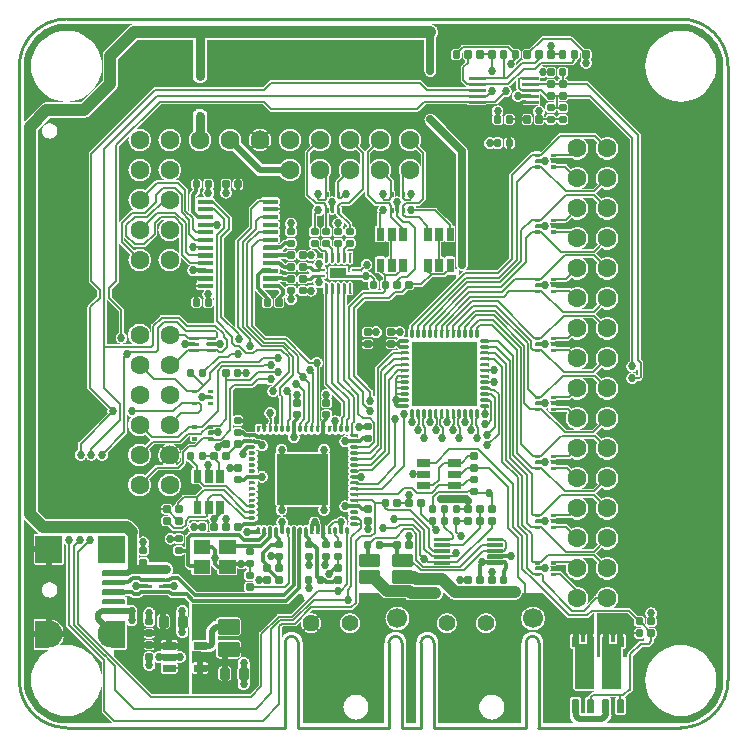
<source format=gbr>
G04 start of page 2 for group 0 idx 0 *
G04 Title: pmc, top *
G04 Creator: pcb 1.99z *
G04 CreationDate: Fri 27 Sep 2013 09:22:41 AM GMT UTC *
G04 For: russ *
G04 Format: Gerber/RS-274X *
G04 PCB-Dimensions (mm): 62.00 62.00 *
G04 PCB-Coordinate-Origin: lower left *
%MOMM*%
%FSLAX43Y43*%
%LNTOP*%
%ADD61C,1.800*%
%ADD60C,1.300*%
%ADD59C,0.914*%
%ADD58C,1.727*%
%ADD57C,0.330*%
%ADD56C,3.200*%
%ADD55R,4.270X4.270*%
%ADD54R,0.820X0.820*%
%ADD53R,0.314X0.314*%
%ADD52R,0.260X0.260*%
%ADD51R,0.240X0.240*%
%ADD50R,5.170X5.170*%
%ADD49R,5.370X5.370*%
%ADD48R,0.209X0.209*%
%ADD47R,1.100X1.100*%
%ADD46R,0.984X0.984*%
%ADD45R,0.179X0.179*%
%ADD44R,0.207X0.207*%
%ADD43R,0.268X0.268*%
%ADD42C,0.268*%
%ADD41C,0.089*%
%ADD40R,0.900X0.900*%
%ADD39R,0.400X0.400*%
%ADD38R,1.143X1.143*%
%ADD37R,0.343X0.343*%
%ADD36R,1.450X1.450*%
%ADD35C,0.141*%
%ADD34R,1.025X1.025*%
%ADD33C,0.200*%
%ADD32R,0.410X0.410*%
%ADD31R,0.550X0.550*%
%ADD30C,0.400*%
%ADD29R,0.700X0.700*%
%ADD28C,0.083*%
%ADD27R,0.165X0.165*%
%ADD26R,0.300X0.300*%
%ADD25C,0.100*%
%ADD24R,0.200X0.200*%
%ADD23C,1.700*%
%ADD22C,1.400*%
%ADD21C,2.286*%
%ADD20C,1.600*%
%ADD19C,0.240*%
%ADD18C,0.686*%
%ADD17C,1.000*%
%ADD16C,0.754*%
%ADD15C,0.500*%
%ADD14C,0.152*%
%ADD13C,0.300*%
%ADD12C,0.254*%
%ADD11C,0.002*%
G54D11*G36*
X14800Y11998D02*X15035D01*
X15400Y11633D01*
Y3829D01*
X14800D01*
Y6537D01*
X14830Y6550D01*
X14897Y6591D01*
X14957Y6643D01*
X15009Y6703D01*
X15050Y6770D01*
X15081Y6844D01*
X15099Y6921D01*
X15106Y7000D01*
X15099Y7079D01*
X15081Y7156D01*
X15050Y7230D01*
X15009Y7297D01*
X14957Y7357D01*
X14897Y7409D01*
X14830Y7450D01*
X14800Y7463D01*
Y8594D01*
X14879Y8601D01*
X14956Y8619D01*
X15030Y8650D01*
X15097Y8691D01*
X15157Y8743D01*
X15209Y8803D01*
X15250Y8870D01*
X15281Y8944D01*
X15299Y9021D01*
X15304Y9100D01*
Y9547D01*
X15315Y9565D01*
X15336Y9616D01*
X15349Y9670D01*
X15353Y9725D01*
X15352Y9739D01*
Y10261D01*
X15353Y10275D01*
X15349Y10330D01*
X15349Y10330D01*
X15336Y10384D01*
X15315Y10435D01*
X15304Y10453D01*
Y10900D01*
X15299Y10979D01*
X15281Y11056D01*
X15250Y11130D01*
X15209Y11197D01*
X15157Y11257D01*
X15097Y11309D01*
X15030Y11350D01*
X14956Y11381D01*
X14879Y11399D01*
X14800Y11406D01*
Y11998D01*
G37*
G36*
Y3829D02*X13200D01*
Y5572D01*
X13208Y5573D01*
X14192D01*
X14200Y5572D01*
X14232Y5574D01*
X14232Y5574D01*
X14263Y5582D01*
X14292Y5594D01*
X14319Y5611D01*
X14344Y5631D01*
X14364Y5656D01*
X14381Y5683D01*
X14393Y5712D01*
X14401Y5743D01*
X14403Y5775D01*
X14402Y5783D01*
Y6317D01*
X14403Y6325D01*
X14401Y6357D01*
X14393Y6388D01*
X14381Y6417D01*
X14364Y6444D01*
X14344Y6469D01*
X14319Y6489D01*
X14308Y6496D01*
X14600D01*
X14679Y6501D01*
X14756Y6519D01*
X14800Y6537D01*
Y3829D01*
G37*
G36*
X13200Y12198D02*X13567D01*
X13670Y12095D01*
X13678Y12086D01*
X13714Y12055D01*
X13714Y12055D01*
X13754Y12030D01*
X13798Y12012D01*
X13845Y12000D01*
X13892Y11997D01*
X13904Y11998D01*
X14800D01*
Y11406D01*
X14721Y11399D01*
X14644Y11381D01*
X14570Y11350D01*
X14503Y11309D01*
X14443Y11257D01*
X14391Y11197D01*
X14350Y11130D01*
X14319Y11056D01*
X14301Y10979D01*
X14296Y10900D01*
Y10453D01*
X14285Y10435D01*
X14264Y10384D01*
X14251Y10330D01*
X14251Y10330D01*
X14247Y10275D01*
X14248Y10261D01*
Y9739D01*
X14247Y9725D01*
X14251Y9670D01*
X14264Y9616D01*
X14285Y9565D01*
X14296Y9547D01*
Y9100D01*
X14301Y9021D01*
X14319Y8944D01*
X14350Y8870D01*
X14391Y8803D01*
X14443Y8743D01*
X14503Y8691D01*
X14570Y8650D01*
X14644Y8619D01*
X14721Y8601D01*
X14800Y8594D01*
Y7463D01*
X14756Y7481D01*
X14679Y7499D01*
X14600Y7504D01*
X14308D01*
X14319Y7511D01*
X14344Y7531D01*
X14364Y7556D01*
X14381Y7583D01*
X14393Y7612D01*
X14401Y7643D01*
X14403Y7675D01*
X14402Y7683D01*
Y8217D01*
X14403Y8225D01*
X14401Y8257D01*
X14393Y8288D01*
X14381Y8317D01*
X14364Y8344D01*
X14344Y8369D01*
X14319Y8389D01*
X14292Y8406D01*
X14263Y8418D01*
X14232Y8426D01*
X14200Y8428D01*
X14192Y8427D01*
X13208D01*
X13200Y8428D01*
Y9373D01*
X13386D01*
X13400Y9372D01*
X13455Y9376D01*
X13509Y9389D01*
X13560Y9410D01*
X13608Y9439D01*
X13650Y9475D01*
X13686Y9517D01*
X13715Y9565D01*
X13736Y9616D01*
X13749Y9670D01*
X13753Y9725D01*
X13752Y9739D01*
Y10261D01*
X13753Y10275D01*
X13749Y10330D01*
X13749Y10330D01*
X13736Y10384D01*
X13715Y10435D01*
X13686Y10483D01*
X13650Y10525D01*
X13608Y10561D01*
X13560Y10590D01*
X13509Y10611D01*
X13455Y10624D01*
X13400Y10628D01*
X13386Y10627D01*
X13200D01*
Y12198D01*
G37*
G36*
X12000Y5794D02*X12079Y5801D01*
X12156Y5819D01*
X12230Y5850D01*
X12297Y5891D01*
X12357Y5943D01*
X12409Y6003D01*
X12450Y6070D01*
X12481Y6144D01*
X12499Y6221D01*
X12504Y6300D01*
Y6590D01*
X12570Y6550D01*
X12644Y6519D01*
X12721Y6501D01*
X12800Y6496D01*
X13092D01*
X13081Y6489D01*
X13056Y6469D01*
X13036Y6444D01*
X13019Y6417D01*
X13007Y6388D01*
X12999Y6357D01*
X12999Y6357D01*
X12997Y6325D01*
X12998Y6317D01*
Y5783D01*
X12997Y5775D01*
X12999Y5743D01*
X13007Y5712D01*
X13019Y5683D01*
X13036Y5656D01*
X13056Y5631D01*
X13081Y5611D01*
X13108Y5594D01*
X13137Y5582D01*
X13168Y5574D01*
X13200Y5572D01*
Y3829D01*
X12255D01*
X12000Y4084D01*
Y5794D01*
G37*
G36*
Y12198D02*X12142D01*
X12150Y12197D01*
X12158Y12198D01*
X12842D01*
X12850Y12197D01*
X12858Y12198D01*
X13200D01*
Y10627D01*
X13014D01*
X13000Y10628D01*
X12945Y10624D01*
X12891Y10611D01*
X12840Y10590D01*
X12792Y10561D01*
X12750Y10525D01*
X12714Y10483D01*
X12685Y10435D01*
X12664Y10384D01*
X12651Y10330D01*
X12651Y10330D01*
X12647Y10275D01*
X12648Y10261D01*
Y9739D01*
X12647Y9725D01*
X12651Y9670D01*
X12664Y9616D01*
X12685Y9565D01*
X12714Y9517D01*
X12750Y9475D01*
X12792Y9439D01*
X12840Y9410D01*
X12891Y9389D01*
X12945Y9376D01*
X13000Y9372D01*
X13014Y9373D01*
X13200D01*
Y8428D01*
X13168Y8426D01*
X13137Y8418D01*
X13108Y8406D01*
X13081Y8389D01*
X13056Y8369D01*
X13036Y8344D01*
X13019Y8317D01*
X13007Y8288D01*
X12999Y8257D01*
X12999Y8257D01*
X12997Y8225D01*
X12998Y8217D01*
Y7683D01*
X12997Y7675D01*
X12999Y7643D01*
X13007Y7612D01*
X13019Y7583D01*
X13036Y7556D01*
X13056Y7531D01*
X13081Y7511D01*
X13092Y7504D01*
X12800D01*
X12721Y7499D01*
X12644Y7481D01*
X12570Y7450D01*
X12503Y7409D01*
X12443Y7357D01*
X12419Y7330D01*
X12389Y7364D01*
X12353Y7395D01*
X12313Y7420D01*
X12269Y7438D01*
X12236Y7446D01*
X12230Y7450D01*
X12156Y7481D01*
X12079Y7499D01*
X12000Y7506D01*
Y7548D01*
X12163D01*
X12175Y7547D01*
X12222Y7550D01*
X12222Y7550D01*
X12269Y7562D01*
X12313Y7580D01*
X12353Y7605D01*
X12389Y7636D01*
X12420Y7672D01*
X12445Y7712D01*
X12463Y7756D01*
X12475Y7803D01*
X12478Y7850D01*
X12477Y7862D01*
Y8138D01*
X12478Y8150D01*
X12475Y8197D01*
X12463Y8244D01*
X12445Y8288D01*
X12420Y8328D01*
X12389Y8364D01*
X12353Y8395D01*
X12313Y8420D01*
X12269Y8438D01*
X12222Y8450D01*
X12175Y8453D01*
X12163Y8452D01*
X12000D01*
Y8548D01*
X12163D01*
X12175Y8547D01*
X12222Y8550D01*
X12222Y8550D01*
X12269Y8562D01*
X12313Y8580D01*
X12353Y8605D01*
X12389Y8636D01*
X12420Y8672D01*
X12445Y8712D01*
X12463Y8756D01*
X12475Y8803D01*
X12478Y8850D01*
X12477Y8862D01*
Y9138D01*
X12478Y9150D01*
X12475Y9197D01*
X12463Y9244D01*
X12445Y9288D01*
X12420Y9328D01*
X12389Y9364D01*
X12353Y9395D01*
X12313Y9420D01*
X12269Y9438D01*
X12222Y9450D01*
X12175Y9453D01*
X12163Y9452D01*
X12000D01*
Y9494D01*
X12079Y9501D01*
X12156Y9519D01*
X12230Y9550D01*
X12236Y9554D01*
X12269Y9562D01*
X12313Y9580D01*
X12353Y9605D01*
X12389Y9636D01*
X12420Y9672D01*
X12445Y9712D01*
X12463Y9756D01*
X12475Y9803D01*
X12477Y9835D01*
X12481Y9844D01*
X12499Y9921D01*
X12504Y10000D01*
Y10700D01*
X12499Y10779D01*
X12481Y10856D01*
X12450Y10930D01*
X12409Y10997D01*
X12357Y11057D01*
X12297Y11109D01*
X12230Y11150D01*
X12156Y11181D01*
X12079Y11199D01*
X12000Y11206D01*
Y12198D01*
G37*
G36*
X11500Y12198D02*X11529D01*
X11529Y12198D01*
X12000D01*
Y11206D01*
X12000D01*
X11921Y11199D01*
X11844Y11181D01*
X11770Y11150D01*
X11703Y11109D01*
X11643Y11057D01*
X11591Y10997D01*
X11550Y10930D01*
X11519Y10856D01*
X11501Y10779D01*
X11496Y10700D01*
Y10000D01*
X11501Y9921D01*
X11519Y9844D01*
X11523Y9835D01*
X11525Y9803D01*
X11537Y9756D01*
X11555Y9712D01*
X11580Y9672D01*
X11611Y9636D01*
X11647Y9605D01*
X11687Y9580D01*
X11731Y9562D01*
X11764Y9554D01*
X11770Y9550D01*
X11844Y9519D01*
X11921Y9501D01*
X12000Y9494D01*
X12000D01*
Y9452D01*
X11837D01*
X11825Y9453D01*
X11778Y9450D01*
X11731Y9438D01*
X11687Y9420D01*
X11647Y9395D01*
X11611Y9364D01*
X11580Y9328D01*
X11555Y9288D01*
X11537Y9244D01*
X11525Y9197D01*
X11525Y9197D01*
X11522Y9150D01*
X11523Y9138D01*
Y8862D01*
X11522Y8850D01*
X11525Y8803D01*
X11537Y8756D01*
X11555Y8712D01*
X11580Y8672D01*
X11611Y8636D01*
X11647Y8605D01*
X11687Y8580D01*
X11731Y8562D01*
X11778Y8550D01*
X11825Y8547D01*
X11837Y8548D01*
X12000D01*
Y8452D01*
X11837D01*
X11825Y8453D01*
X11778Y8450D01*
X11731Y8438D01*
X11687Y8420D01*
X11647Y8395D01*
X11611Y8364D01*
X11580Y8328D01*
X11555Y8288D01*
X11537Y8244D01*
X11525Y8197D01*
X11525Y8197D01*
X11522Y8150D01*
X11523Y8138D01*
Y7862D01*
X11522Y7850D01*
X11525Y7803D01*
X11537Y7756D01*
X11555Y7712D01*
X11580Y7672D01*
X11611Y7636D01*
X11647Y7605D01*
X11687Y7580D01*
X11731Y7562D01*
X11778Y7550D01*
X11825Y7547D01*
X11837Y7548D01*
X12000D01*
Y7506D01*
X12000D01*
X11921Y7499D01*
X11844Y7481D01*
X11770Y7450D01*
X11764Y7446D01*
X11731Y7438D01*
X11687Y7420D01*
X11647Y7395D01*
X11611Y7364D01*
X11580Y7328D01*
X11555Y7288D01*
X11537Y7244D01*
X11525Y7197D01*
X11525Y7197D01*
X11523Y7165D01*
X11519Y7156D01*
X11501Y7079D01*
X11496Y7000D01*
Y6300D01*
X11501Y6221D01*
X11519Y6144D01*
X11550Y6070D01*
X11591Y6003D01*
X11643Y5943D01*
X11703Y5891D01*
X11770Y5850D01*
X11844Y5819D01*
X11921Y5801D01*
X12000Y5794D01*
X12000D01*
Y4084D01*
X9000Y7084D01*
Y7605D01*
X9967Y7606D01*
X9990Y7612D01*
X10012Y7621D01*
X10033Y7633D01*
X10051Y7649D01*
X10067Y7667D01*
X10079Y7688D01*
X10088Y7710D01*
X10094Y7733D01*
X10095Y7757D01*
X10095Y8888D01*
X10095Y8900D01*
X10095Y8912D01*
X10094Y9799D01*
X10143Y9743D01*
X10203Y9691D01*
X10270Y9650D01*
X10344Y9619D01*
X10421Y9601D01*
X10500Y9594D01*
X10579Y9601D01*
X10656Y9619D01*
X10730Y9650D01*
X10797Y9691D01*
X10857Y9743D01*
X10909Y9803D01*
X10950Y9870D01*
X10981Y9944D01*
X10999Y10021D01*
X11004Y10100D01*
Y10880D01*
X11006Y10900D01*
X10999Y10979D01*
X10981Y11056D01*
X10950Y11130D01*
X10909Y11197D01*
X10857Y11257D01*
X10797Y11309D01*
X10730Y11350D01*
X10656Y11381D01*
X10579Y11399D01*
X10500Y11406D01*
X10480Y11404D01*
X10107D01*
X10126Y11435D01*
X10141Y11472D01*
X10150Y11510D01*
X10153Y11550D01*
X10152Y11560D01*
Y11840D01*
X10153Y11850D01*
X10150Y11890D01*
X10141Y11928D01*
X10126Y11965D01*
X10105Y11999D01*
X10079Y12029D01*
X10049Y12055D01*
X10015Y12076D01*
X9978Y12091D01*
X9940Y12100D01*
X9978Y12109D01*
X10015Y12124D01*
X10049Y12145D01*
X10079Y12171D01*
X10080Y12172D01*
X10400D01*
X10478Y12095D01*
X10486Y12086D01*
X10522Y12055D01*
X10522Y12055D01*
X10562Y12030D01*
X10562Y12030D01*
X10571Y12026D01*
X10606Y12012D01*
X10606Y12012D01*
X10653Y12000D01*
X10700Y11997D01*
X10712Y11998D01*
X11096D01*
X11108Y11997D01*
X11155Y12000D01*
X11155Y12000D01*
X11155Y12000D01*
X11155Y12000D01*
X11178Y12006D01*
X11202Y12012D01*
X11202Y12012D01*
X11202Y12012D01*
X11225Y12021D01*
X11246Y12030D01*
X11246Y12030D01*
X11246Y12030D01*
X11275Y12048D01*
X11286Y12055D01*
X11286Y12055D01*
X11286Y12055D01*
X11286Y12055D01*
X11322Y12086D01*
X11330Y12095D01*
X11433Y12198D01*
X11500D01*
X11500Y12198D01*
G37*
G36*
X3569Y14805D02*X4667Y14806D01*
X4690Y14812D01*
X4712Y14821D01*
X4733Y14833D01*
X4751Y14849D01*
X4767Y14867D01*
X4779Y14888D01*
X4788Y14910D01*
X4794Y14933D01*
X4795Y14957D01*
X4795Y16088D01*
X4795Y16100D01*
X4795Y16112D01*
X4794Y16614D01*
X4798Y16608D01*
X4849Y16549D01*
X4908Y16498D01*
X4971Y16459D01*
Y9707D01*
X4971Y9698D01*
X4974Y9662D01*
X4982Y9627D01*
X4996Y9594D01*
X5014Y9563D01*
X5014Y9563D01*
X5038Y9536D01*
X5045Y9530D01*
X7971Y6604D01*
Y5474D01*
X7862Y5930D01*
X7681Y6366D01*
X7435Y6769D01*
X7128Y7128D01*
X6769Y7435D01*
X6366Y7681D01*
X5930Y7862D01*
X5471Y7972D01*
X5000Y8009D01*
X4529Y7972D01*
X4361Y7932D01*
X4419Y7981D01*
X4551Y8136D01*
X4658Y8310D01*
X4736Y8498D01*
X4783Y8697D01*
X4795Y8900D01*
X4783Y9103D01*
X4736Y9302D01*
X4658Y9490D01*
X4551Y9664D01*
X4419Y9819D01*
X4264Y9951D01*
X4090Y10058D01*
X3902Y10136D01*
X3703Y10183D01*
X3569Y10194D01*
Y12016D01*
X3570Y12016D01*
X3672Y12024D01*
X3772Y12048D01*
X3867Y12087D01*
X3955Y12141D01*
X4033Y12207D01*
X4099Y12285D01*
X4153Y12373D01*
X4192Y12468D01*
X4216Y12568D01*
X4222Y12670D01*
X4216Y12772D01*
X4192Y12872D01*
X4153Y12967D01*
X4099Y13055D01*
X4033Y13133D01*
X3955Y13199D01*
X3867Y13253D01*
X3772Y13292D01*
X3672Y13316D01*
X3570Y13324D01*
X3569Y13324D01*
Y14805D01*
G37*
G36*
Y2358D02*X3634Y2319D01*
X4070Y2138D01*
X4529Y2028D01*
X5000Y1991D01*
X5471Y2028D01*
X5930Y2138D01*
X6366Y2319D01*
X6769Y2565D01*
X7128Y2872D01*
X7435Y3231D01*
X7681Y3634D01*
X7862Y4070D01*
X7971Y4526D01*
Y2409D01*
X7971Y2400D01*
X7974Y2364D01*
Y2364D01*
X7982Y2329D01*
X7996Y2296D01*
X8014Y2265D01*
X8038Y2238D01*
X8045Y2232D01*
X8832Y1445D01*
X8838Y1438D01*
X8865Y1414D01*
X8896Y1396D01*
X8929Y1382D01*
X8933Y1381D01*
X5058D01*
X5000Y1384D01*
X4685Y1395D01*
X4372Y1436D01*
X4063Y1504D01*
X3762Y1599D01*
X3569Y1679D01*
Y2358D01*
G37*
G36*
X3448Y10195D02*X2333Y10194D01*
X2310Y10188D01*
X2288Y10179D01*
X2267Y10167D01*
X2249Y10151D01*
X2233Y10133D01*
X2221Y10112D01*
X2212Y10090D01*
X2206Y10067D01*
X2205Y10043D01*
X2205Y8959D01*
X2201Y8900D01*
X2205Y8840D01*
X2206Y7733D01*
X2212Y7710D01*
X2221Y7688D01*
X2233Y7667D01*
X2249Y7649D01*
X2267Y7633D01*
X2288Y7621D01*
X2310Y7612D01*
X2333Y7606D01*
X2357Y7605D01*
X3433Y7606D01*
X3500Y7601D01*
X3503Y7601D01*
X3231Y7435D01*
X2872Y7128D01*
X2565Y6769D01*
X2319Y6366D01*
X2138Y5930D01*
X2028Y5471D01*
X1991Y5000D01*
X2028Y4529D01*
X2138Y4070D01*
X2319Y3634D01*
X2565Y3231D01*
X2872Y2872D01*
X3231Y2565D01*
X3569Y2358D01*
Y1679D01*
X3471Y1720D01*
X3190Y1866D01*
X2924Y2035D01*
X2674Y2228D01*
X2441Y2441D01*
X2228Y2674D01*
X2035Y2924D01*
X1866Y3190D01*
X1720Y3471D01*
X1599Y3762D01*
X1504Y4063D01*
X1436Y4372D01*
X1400Y4645D01*
Y18681D01*
X1437Y18637D01*
X1457Y18621D01*
X2521Y17557D01*
X2537Y17537D01*
X2615Y17471D01*
X2615Y17471D01*
X2703Y17417D01*
X2757Y17395D01*
X2333Y17394D01*
X2310Y17388D01*
X2288Y17379D01*
X2267Y17367D01*
X2249Y17351D01*
X2233Y17333D01*
X2221Y17312D01*
X2212Y17290D01*
X2206Y17267D01*
X2205Y17243D01*
X2205Y16159D01*
X2201Y16100D01*
X2205Y16040D01*
X2206Y14933D01*
X2212Y14910D01*
X2221Y14888D01*
X2233Y14867D01*
X2249Y14849D01*
X2267Y14833D01*
X2288Y14821D01*
X2310Y14812D01*
X2333Y14806D01*
X2357Y14805D01*
X3433Y14806D01*
X3500Y14801D01*
X3552Y14805D01*
X3569Y14805D01*
Y13324D01*
X3468Y13316D01*
X3368Y13292D01*
X3273Y13253D01*
X3185Y13199D01*
X3107Y13133D01*
X3041Y13055D01*
X2987Y12967D01*
X2948Y12872D01*
X2924Y12772D01*
X2916Y12670D01*
X2924Y12568D01*
X2948Y12468D01*
X2987Y12373D01*
X3041Y12285D01*
X3107Y12207D01*
X3185Y12141D01*
X3273Y12087D01*
X3368Y12048D01*
X3468Y12024D01*
X3569Y12016D01*
Y10194D01*
X3500Y10199D01*
X3448Y10195D01*
G37*
G36*
X20000Y11445D02*X23576D01*
X23587Y11444D01*
X23635Y11448D01*
X23635Y11448D01*
X23681Y11459D01*
X23725Y11477D01*
X23766Y11502D01*
X23802Y11533D01*
X23810Y11542D01*
X23967Y11700D01*
X24000D01*
X24600Y12300D01*
X25166Y11815D01*
X23990Y10638D01*
X22957D01*
X22948Y10639D01*
X22912Y10636D01*
X22877Y10627D01*
X22843Y10614D01*
X22813Y10595D01*
X22813Y10595D01*
X22785Y10572D01*
X22780Y10565D01*
X21345Y9130D01*
X21338Y9124D01*
X21314Y9097D01*
X21296Y9066D01*
X21282Y9033D01*
X21274Y8998D01*
X21274Y8998D01*
X21271Y8962D01*
X21271Y8953D01*
Y4595D01*
X20505Y3829D01*
X20000D01*
Y4194D01*
X20079Y4201D01*
X20156Y4219D01*
X20230Y4250D01*
X20297Y4291D01*
X20357Y4343D01*
X20409Y4403D01*
X20450Y4470D01*
X20481Y4544D01*
X20499Y4621D01*
X20504Y4700D01*
Y5147D01*
X20515Y5165D01*
X20536Y5216D01*
X20549Y5270D01*
X20553Y5325D01*
X20552Y5339D01*
Y5861D01*
X20553Y5875D01*
X20549Y5930D01*
X20549Y5930D01*
X20536Y5984D01*
X20515Y6035D01*
X20504Y6053D01*
Y6500D01*
X20499Y6579D01*
X20481Y6656D01*
X20450Y6730D01*
X20409Y6797D01*
X20357Y6857D01*
X20297Y6909D01*
X20230Y6950D01*
X20156Y6981D01*
X20079Y6999D01*
X20000Y7006D01*
Y11445D01*
G37*
G36*
X18400Y8748D02*X19411D01*
X19425Y8747D01*
X19480Y8751D01*
X19480Y8751D01*
X19534Y8764D01*
X19585Y8785D01*
X19633Y8814D01*
X19675Y8850D01*
X19711Y8892D01*
X19740Y8940D01*
X19761Y8991D01*
X19774Y9045D01*
X19778Y9100D01*
X19777Y9114D01*
Y9986D01*
X19778Y10000D01*
X19774Y10055D01*
X19761Y10109D01*
X19740Y10160D01*
X19711Y10208D01*
X19675Y10250D01*
X19633Y10286D01*
X19585Y10315D01*
X19534Y10336D01*
X19480Y10349D01*
X19425Y10353D01*
X19411Y10352D01*
X18400D01*
Y11445D01*
X20000D01*
Y7006D01*
X19921Y6999D01*
X19844Y6981D01*
X19770Y6950D01*
X19703Y6909D01*
X19643Y6857D01*
X19591Y6797D01*
X19550Y6730D01*
X19519Y6656D01*
X19501Y6579D01*
X19496Y6500D01*
Y6053D01*
X19485Y6035D01*
X19464Y5984D01*
X19451Y5930D01*
X19451Y5930D01*
X19447Y5875D01*
X19448Y5861D01*
Y5339D01*
X19447Y5325D01*
X19451Y5270D01*
X19464Y5216D01*
X19485Y5165D01*
X19496Y5147D01*
Y4700D01*
X19501Y4621D01*
X19519Y4544D01*
X19550Y4470D01*
X19591Y4403D01*
X19643Y4343D01*
X19703Y4291D01*
X19770Y4250D01*
X19844Y4219D01*
X19921Y4201D01*
X20000Y4194D01*
Y3829D01*
X18400D01*
Y4973D01*
X18586D01*
X18600Y4972D01*
X18655Y4976D01*
X18709Y4989D01*
X18760Y5010D01*
X18808Y5039D01*
X18850Y5075D01*
X18886Y5117D01*
X18915Y5165D01*
X18936Y5216D01*
X18949Y5270D01*
X18953Y5325D01*
X18952Y5339D01*
Y5861D01*
X18953Y5875D01*
X18949Y5930D01*
X18949Y5930D01*
X18936Y5984D01*
X18915Y6035D01*
X18886Y6083D01*
X18850Y6125D01*
X18808Y6161D01*
X18760Y6190D01*
X18709Y6211D01*
X18655Y6224D01*
X18600Y6228D01*
X18586Y6227D01*
X18400D01*
Y6848D01*
X19411D01*
X19425Y6847D01*
X19480Y6851D01*
X19480Y6851D01*
X19534Y6864D01*
X19585Y6885D01*
X19633Y6914D01*
X19675Y6950D01*
X19711Y6992D01*
X19740Y7040D01*
X19761Y7091D01*
X19774Y7145D01*
X19778Y7200D01*
X19777Y7214D01*
Y8086D01*
X19778Y8100D01*
X19774Y8155D01*
X19761Y8209D01*
X19740Y8260D01*
X19711Y8308D01*
X19675Y8350D01*
X19633Y8386D01*
X19585Y8415D01*
X19534Y8436D01*
X19480Y8449D01*
X19425Y8453D01*
X19411Y8452D01*
X18400D01*
Y8748D01*
G37*
G36*
Y3829D02*X15600D01*
Y5741D01*
X15607Y5712D01*
X15619Y5683D01*
X15636Y5656D01*
X15656Y5631D01*
X15681Y5611D01*
X15708Y5594D01*
X15737Y5582D01*
X15768Y5574D01*
X15800Y5572D01*
X15808Y5573D01*
X16792D01*
X16800Y5572D01*
X16832Y5574D01*
X16832Y5574D01*
X16863Y5582D01*
X16892Y5594D01*
X16919Y5611D01*
X16944Y5631D01*
X16964Y5656D01*
X16981Y5683D01*
X16993Y5712D01*
X17001Y5743D01*
X17003Y5775D01*
X17002Y5783D01*
Y6317D01*
X17003Y6325D01*
X17001Y6357D01*
X16993Y6388D01*
X16981Y6417D01*
X16964Y6444D01*
X16944Y6469D01*
X16919Y6489D01*
X16892Y6506D01*
X16863Y6518D01*
X16832Y6526D01*
X16800Y6528D01*
X16792Y6527D01*
X15808D01*
X15800Y6528D01*
X15768Y6526D01*
X15737Y6518D01*
X15708Y6506D01*
X15681Y6489D01*
X15656Y6469D01*
X15636Y6444D01*
X15619Y6417D01*
X15607Y6388D01*
X15600Y6359D01*
Y7641D01*
X15607Y7612D01*
X15619Y7583D01*
X15636Y7556D01*
X15656Y7531D01*
X15681Y7511D01*
X15708Y7494D01*
X15737Y7482D01*
X15768Y7474D01*
X15800Y7472D01*
X15808Y7473D01*
X16361D01*
X16369Y7469D01*
X16446Y7451D01*
X16525Y7446D01*
X17130D01*
X17150Y7444D01*
X17229Y7451D01*
X17229Y7451D01*
X17306Y7469D01*
X17380Y7500D01*
X17447Y7541D01*
X17507Y7593D01*
X17520Y7608D01*
X17623Y7710D01*
Y7214D01*
X17622Y7200D01*
X17626Y7145D01*
X17639Y7091D01*
X17660Y7040D01*
X17689Y6992D01*
X17725Y6950D01*
X17767Y6914D01*
X17815Y6885D01*
X17866Y6864D01*
X17920Y6851D01*
X17975Y6847D01*
X17989Y6848D01*
X18400D01*
Y6227D01*
X18214D01*
X18200Y6228D01*
X18145Y6224D01*
X18091Y6211D01*
X18040Y6190D01*
X17992Y6161D01*
X17950Y6125D01*
X17914Y6083D01*
X17885Y6035D01*
X17864Y5984D01*
X17851Y5930D01*
X17851Y5930D01*
X17847Y5875D01*
X17848Y5861D01*
Y5339D01*
X17847Y5325D01*
X17851Y5270D01*
X17864Y5216D01*
X17885Y5165D01*
X17914Y5117D01*
X17950Y5075D01*
X17992Y5039D01*
X18040Y5010D01*
X18091Y4989D01*
X18145Y4976D01*
X18200Y4972D01*
X18214Y4973D01*
X18400D01*
Y3829D01*
G37*
G36*
Y10352D02*X17989D01*
X17975Y10353D01*
X17920Y10349D01*
X17866Y10336D01*
X17815Y10315D01*
X17767Y10286D01*
X17725Y10250D01*
X17689Y10208D01*
X17660Y10160D01*
X17639Y10109D01*
X17626Y10055D01*
X17626Y10055D01*
X17626Y10054D01*
X17571Y10049D01*
X17494Y10031D01*
X17420Y10000D01*
X17353Y9959D01*
X17353Y9959D01*
X17293Y9907D01*
X17280Y9892D01*
X16958Y9570D01*
X16943Y9557D01*
X16891Y9497D01*
X16850Y9430D01*
X16819Y9356D01*
X16801Y9279D01*
X16801Y9279D01*
X16794Y9200D01*
X16796Y9180D01*
Y8454D01*
X16525D01*
X16446Y8449D01*
X16369Y8431D01*
X16361Y8427D01*
X15808D01*
X15800Y8428D01*
X15768Y8426D01*
X15737Y8418D01*
X15708Y8406D01*
X15681Y8389D01*
X15656Y8369D01*
X15636Y8344D01*
X15619Y8317D01*
X15607Y8288D01*
X15600Y8259D01*
Y11467D01*
X15611Y11462D01*
X15619Y11459D01*
X15630Y11456D01*
X15665Y11448D01*
X15713Y11444D01*
X15724Y11445D01*
X18400D01*
Y10352D01*
G37*
G36*
X17804Y8791D02*X17815Y8785D01*
X17866Y8764D01*
X17920Y8751D01*
X17975Y8747D01*
X17989Y8748D01*
X18400D01*
Y8452D01*
X17989D01*
X17975Y8453D01*
X17920Y8449D01*
X17866Y8436D01*
X17815Y8415D01*
X17804Y8409D01*
Y8791D01*
G37*
G36*
X25000Y25929D02*X25000Y25929D01*
X25005Y25922D01*
X25036Y25886D01*
X25072Y25855D01*
X25112Y25830D01*
X25156Y25812D01*
X25203Y25800D01*
X25250Y25797D01*
X25297Y25800D01*
X25344Y25812D01*
X25388Y25830D01*
X25428Y25855D01*
X25464Y25886D01*
X25495Y25922D01*
X25500Y25929D01*
X25505Y25922D01*
X25536Y25886D01*
X25572Y25855D01*
X25612Y25830D01*
X25656Y25812D01*
X25703Y25800D01*
X25750Y25797D01*
X25797Y25800D01*
X25844Y25812D01*
X25888Y25830D01*
X25928Y25855D01*
X25964Y25886D01*
X25995Y25922D01*
X26000Y25929D01*
X26005Y25922D01*
X26036Y25886D01*
X26072Y25855D01*
X26112Y25830D01*
X26156Y25812D01*
X26203Y25800D01*
X26250Y25797D01*
X26297Y25800D01*
X26344Y25812D01*
X26388Y25830D01*
X26428Y25855D01*
X26464Y25886D01*
X26495Y25922D01*
X26500Y25929D01*
X26505Y25922D01*
X26536Y25886D01*
X26572Y25855D01*
X26612Y25830D01*
X26656Y25812D01*
X26703Y25800D01*
X26750Y25797D01*
X26797Y25800D01*
X26844Y25812D01*
X26888Y25830D01*
X26928Y25855D01*
X26964Y25886D01*
X26995Y25922D01*
X27000Y25929D01*
X27005Y25922D01*
X27036Y25886D01*
X27072Y25855D01*
X27112Y25830D01*
X27156Y25812D01*
X27203Y25800D01*
X27250Y25797D01*
X27297Y25800D01*
X27344Y25812D01*
X27388Y25830D01*
X27428Y25855D01*
X27464Y25886D01*
X27495Y25922D01*
X27500Y25929D01*
X27505Y25922D01*
X27536Y25886D01*
X27572Y25855D01*
X27612Y25830D01*
X27656Y25812D01*
X27703Y25800D01*
X27750Y25797D01*
X27797Y25800D01*
X27844Y25812D01*
X27888Y25830D01*
X27928Y25855D01*
X27964Y25886D01*
X27995Y25922D01*
X28000Y25929D01*
X28005Y25922D01*
X28036Y25886D01*
X28072Y25855D01*
X28112Y25830D01*
X28156Y25812D01*
X28203Y25800D01*
X28250Y25797D01*
X28297Y25800D01*
X28344Y25812D01*
X28388Y25830D01*
X28428Y25855D01*
X28464Y25886D01*
X28495Y25922D01*
X28500Y25929D01*
X28505Y25922D01*
X28536Y25886D01*
X28572Y25855D01*
X28612Y25830D01*
X28656Y25812D01*
X28703Y25800D01*
X28750Y25797D01*
X28797Y25800D01*
X28801Y25801D01*
X28800Y25797D01*
X28797Y25750D01*
X28800Y25703D01*
X28754Y25723D01*
X28678Y25741D01*
X28600Y25747D01*
X28522Y25741D01*
X28446Y25723D01*
X28374Y25693D01*
X28308Y25652D01*
X28249Y25601D01*
X28198Y25542D01*
X28157Y25476D01*
X28127Y25404D01*
X28109Y25328D01*
X28103Y25250D01*
X28109Y25172D01*
X28127Y25096D01*
X28157Y25024D01*
X28198Y24958D01*
X28249Y24899D01*
X28308Y24848D01*
X28374Y24807D01*
X28446Y24777D01*
X28522Y24759D01*
X28600Y24753D01*
X28678Y24759D01*
X28754Y24777D01*
X28800Y24797D01*
X28797Y24750D01*
X28800Y24703D01*
X28812Y24656D01*
X28830Y24612D01*
X28855Y24572D01*
X28886Y24536D01*
X28922Y24505D01*
X28929Y24500D01*
X28922Y24495D01*
X28886Y24464D01*
X28855Y24428D01*
X28830Y24388D01*
X28812Y24344D01*
X28800Y24297D01*
X28797Y24250D01*
X28800Y24203D01*
X28812Y24156D01*
X28830Y24112D01*
X28855Y24072D01*
X28886Y24036D01*
X28922Y24005D01*
X28929Y24000D01*
X28922Y23995D01*
X28886Y23964D01*
X28855Y23928D01*
X28830Y23888D01*
X28812Y23844D01*
X28800Y23797D01*
X28797Y23750D01*
X28800Y23703D01*
X28812Y23656D01*
X28830Y23612D01*
X28855Y23572D01*
X28886Y23536D01*
X28922Y23505D01*
X28929Y23500D01*
X28922Y23495D01*
X28886Y23464D01*
X28855Y23428D01*
X28830Y23388D01*
X28812Y23344D01*
X28800Y23297D01*
X28797Y23250D01*
X28800Y23203D01*
X28812Y23156D01*
X28830Y23112D01*
X28855Y23072D01*
X28886Y23036D01*
X28922Y23005D01*
X28929Y23000D01*
X28922Y22995D01*
X28886Y22964D01*
X28855Y22928D01*
X28830Y22888D01*
X28812Y22844D01*
X28800Y22797D01*
X28797Y22750D01*
X28800Y22703D01*
X28812Y22656D01*
X28830Y22612D01*
X28855Y22572D01*
X28886Y22536D01*
X28922Y22505D01*
X28929Y22500D01*
X28922Y22495D01*
X28886Y22464D01*
X28855Y22428D01*
X28830Y22388D01*
X28812Y22344D01*
X28800Y22297D01*
X28797Y22250D01*
X28800Y22203D01*
X28812Y22156D01*
X28830Y22112D01*
X28855Y22072D01*
X28886Y22036D01*
X28922Y22005D01*
X28929Y22000D01*
X28922Y21995D01*
X28886Y21964D01*
X28855Y21928D01*
X28830Y21888D01*
X28812Y21844D01*
X28800Y21797D01*
X28797Y21750D01*
X28800Y21703D01*
X28812Y21656D01*
X28830Y21612D01*
X28855Y21572D01*
X28886Y21536D01*
X28922Y21505D01*
X28929Y21500D01*
X28922Y21495D01*
X28886Y21464D01*
X28855Y21428D01*
X28830Y21388D01*
X28812Y21344D01*
X28800Y21297D01*
X28797Y21250D01*
X28800Y21203D01*
X28812Y21156D01*
X28830Y21112D01*
X28855Y21072D01*
X28886Y21036D01*
X28922Y21005D01*
X28929Y21000D01*
X28922Y20995D01*
X28886Y20964D01*
X28855Y20928D01*
X28830Y20888D01*
X28812Y20844D01*
X28800Y20797D01*
X28797Y20750D01*
X28800Y20703D01*
X28812Y20656D01*
X28830Y20612D01*
X28855Y20572D01*
X28886Y20536D01*
X28922Y20505D01*
X28929Y20500D01*
X28922Y20495D01*
X28886Y20464D01*
X28855Y20428D01*
X28830Y20388D01*
X28812Y20344D01*
X28800Y20297D01*
X28797Y20250D01*
X28800Y20203D01*
X28754Y20223D01*
X28678Y20241D01*
X28600Y20247D01*
X28522Y20241D01*
X28446Y20223D01*
X28374Y20193D01*
X28308Y20152D01*
X28249Y20101D01*
X28198Y20042D01*
X28157Y19976D01*
X28127Y19904D01*
X28109Y19828D01*
X28103Y19750D01*
X28109Y19672D01*
X28127Y19596D01*
X28157Y19524D01*
X28198Y19458D01*
X28249Y19399D01*
X28308Y19348D01*
X28374Y19307D01*
X28446Y19277D01*
X28522Y19259D01*
X28600Y19253D01*
X28678Y19259D01*
X28754Y19277D01*
X28800Y19297D01*
X28797Y19250D01*
X28800Y19203D01*
X28812Y19156D01*
X28830Y19112D01*
X28855Y19072D01*
X28886Y19036D01*
X28922Y19005D01*
X28929Y19000D01*
X28922Y18995D01*
X28886Y18964D01*
X28855Y18928D01*
X28830Y18888D01*
X28812Y18844D01*
X28800Y18797D01*
X28797Y18750D01*
X28800Y18703D01*
X28812Y18656D01*
X28830Y18612D01*
X28855Y18572D01*
X28886Y18536D01*
X28922Y18505D01*
X28929Y18500D01*
X28922Y18495D01*
X28886Y18464D01*
X28855Y18428D01*
X28830Y18388D01*
X28812Y18344D01*
X28800Y18297D01*
X28797Y18250D01*
X28800Y18203D01*
X28801Y18199D01*
X28797Y18200D01*
X28750Y18203D01*
X28703Y18200D01*
X28723Y18246D01*
X28741Y18322D01*
X28745Y18400D01*
X28741Y18478D01*
X28723Y18554D01*
X28693Y18626D01*
X28652Y18692D01*
X28601Y18751D01*
X28542Y18802D01*
X28476Y18843D01*
X28404Y18873D01*
X28328Y18891D01*
X28250Y18897D01*
X28172Y18891D01*
X28096Y18873D01*
X28024Y18843D01*
X27958Y18802D01*
X27899Y18751D01*
X27848Y18692D01*
X27809Y18629D01*
X27659D01*
X27650Y18629D01*
X27614Y18626D01*
X27579Y18618D01*
X27546Y18604D01*
X27515Y18586D01*
X27488Y18562D01*
X27482Y18555D01*
X27095Y18168D01*
X27088Y18162D01*
X27076Y18148D01*
X27072Y18145D01*
X27036Y18114D01*
X27005Y18078D01*
X27000Y18071D01*
X26995Y18078D01*
X26964Y18114D01*
X26928Y18145D01*
X26888Y18170D01*
X26844Y18188D01*
X26797Y18200D01*
X26750Y18203D01*
X26703Y18200D01*
X26656Y18188D01*
X26612Y18170D01*
X26572Y18145D01*
X26552Y18129D01*
Y18138D01*
X26553Y18150D01*
X26550Y18197D01*
X26538Y18244D01*
X26520Y18288D01*
X26495Y18328D01*
X26491Y18333D01*
X26495Y18400D01*
X26491Y18478D01*
X26473Y18554D01*
X26443Y18626D01*
X26402Y18692D01*
X26351Y18751D01*
X26292Y18802D01*
X26226Y18843D01*
X26154Y18873D01*
X26078Y18891D01*
X26000Y18897D01*
X25922Y18891D01*
X25846Y18873D01*
X25774Y18843D01*
X25708Y18802D01*
X25649Y18751D01*
X25598Y18692D01*
X25557Y18626D01*
X25527Y18554D01*
X25509Y18478D01*
X25503Y18400D01*
X25508Y18333D01*
X25505Y18328D01*
X25480Y18288D01*
X25462Y18244D01*
X25450Y18197D01*
X25447Y18150D01*
X25448Y18138D01*
Y18129D01*
X25428Y18145D01*
X25388Y18170D01*
X25344Y18188D01*
X25297Y18200D01*
X25250Y18203D01*
X25203Y18200D01*
X25156Y18188D01*
X25112Y18170D01*
X25072Y18145D01*
X25036Y18114D01*
X25005Y18078D01*
X25000Y18071D01*
X25000Y18071D01*
Y19673D01*
X26357Y19674D01*
X26327Y19604D01*
X26309Y19528D01*
X26303Y19450D01*
X26309Y19372D01*
X26327Y19296D01*
X26357Y19224D01*
X26398Y19158D01*
X26449Y19099D01*
X26508Y19048D01*
X26574Y19007D01*
X26646Y18977D01*
X26722Y18959D01*
X26800Y18953D01*
X26878Y18959D01*
X26954Y18977D01*
X27026Y19007D01*
X27092Y19048D01*
X27151Y19099D01*
X27202Y19158D01*
X27243Y19224D01*
X27273Y19296D01*
X27291Y19372D01*
X27295Y19450D01*
X27291Y19528D01*
X27273Y19604D01*
X27243Y19676D01*
X27237Y19686D01*
X27244Y19689D01*
X27265Y19701D01*
X27283Y19717D01*
X27299Y19735D01*
X27311Y19756D01*
X27320Y19778D01*
X27326Y19801D01*
X27327Y19825D01*
X27327Y19905D01*
X27327Y19905D01*
X27326Y24199D01*
X27320Y24222D01*
X27311Y24244D01*
X27299Y24265D01*
X27283Y24283D01*
X27265Y24299D01*
X27244Y24311D01*
X27237Y24314D01*
X27243Y24324D01*
X27273Y24396D01*
X27291Y24472D01*
X27295Y24550D01*
X27291Y24628D01*
X27273Y24704D01*
X27243Y24776D01*
X27202Y24842D01*
X27151Y24901D01*
X27092Y24952D01*
X27026Y24993D01*
X26954Y25023D01*
X26878Y25041D01*
X26800Y25047D01*
X26722Y25041D01*
X26646Y25023D01*
X26574Y24993D01*
X26508Y24952D01*
X26449Y24901D01*
X26398Y24842D01*
X26357Y24776D01*
X26327Y24704D01*
X26309Y24628D01*
X26303Y24550D01*
X26309Y24472D01*
X26327Y24396D01*
X26356Y24327D01*
X25000Y24327D01*
Y25929D01*
G37*
G36*
X21500Y25929D02*X21505Y25922D01*
X21536Y25886D01*
X21572Y25855D01*
X21612Y25830D01*
X21656Y25812D01*
X21703Y25800D01*
X21750Y25797D01*
X21797Y25800D01*
X21844Y25812D01*
X21888Y25830D01*
X21928Y25855D01*
X21964Y25886D01*
X21995Y25922D01*
X22000Y25929D01*
X22005Y25922D01*
X22036Y25886D01*
X22072Y25855D01*
X22112Y25830D01*
X22156Y25812D01*
X22203Y25800D01*
X22250Y25797D01*
X22297Y25800D01*
X22344Y25812D01*
X22388Y25830D01*
X22428Y25855D01*
X22464Y25886D01*
X22495Y25922D01*
X22500Y25929D01*
X22505Y25922D01*
X22536Y25886D01*
X22572Y25855D01*
X22612Y25830D01*
X22656Y25812D01*
X22703Y25800D01*
X22750Y25797D01*
X22797Y25800D01*
X22844Y25812D01*
X22888Y25830D01*
X22928Y25855D01*
X22964Y25886D01*
X22995Y25922D01*
X23000Y25929D01*
X23005Y25922D01*
X23036Y25886D01*
X23072Y25855D01*
X23112Y25830D01*
X23156Y25812D01*
X23203Y25800D01*
X23250Y25797D01*
X23297Y25800D01*
X23344Y25812D01*
X23388Y25830D01*
X23428Y25855D01*
X23464Y25886D01*
X23495Y25922D01*
X23500Y25929D01*
X23505Y25922D01*
X23536Y25886D01*
X23572Y25855D01*
X23612Y25830D01*
X23656Y25812D01*
X23703Y25800D01*
X23750Y25797D01*
X23797Y25800D01*
X23777Y25754D01*
X23759Y25678D01*
X23753Y25600D01*
X23759Y25522D01*
X23777Y25446D01*
X23807Y25374D01*
X23848Y25308D01*
X23899Y25249D01*
X23958Y25198D01*
X24024Y25157D01*
X24096Y25127D01*
X24172Y25109D01*
X24250Y25103D01*
X24328Y25109D01*
X24404Y25127D01*
X24476Y25157D01*
X24542Y25198D01*
X24601Y25249D01*
X24652Y25308D01*
X24693Y25374D01*
X24723Y25446D01*
X24741Y25522D01*
X24745Y25600D01*
X24741Y25678D01*
X24723Y25754D01*
X24703Y25800D01*
X24750Y25797D01*
X24797Y25800D01*
X24844Y25812D01*
X24888Y25830D01*
X24928Y25855D01*
X24964Y25886D01*
X24995Y25922D01*
X25000Y25929D01*
Y24327D01*
X23643Y24326D01*
X23673Y24396D01*
X23691Y24472D01*
X23695Y24550D01*
X23691Y24628D01*
X23673Y24704D01*
X23643Y24776D01*
X23602Y24842D01*
X23551Y24901D01*
X23492Y24952D01*
X23426Y24993D01*
X23354Y25023D01*
X23278Y25041D01*
X23200Y25047D01*
X23122Y25041D01*
X23046Y25023D01*
X22974Y24993D01*
X22908Y24952D01*
X22849Y24901D01*
X22798Y24842D01*
X22757Y24776D01*
X22727Y24704D01*
X22709Y24628D01*
X22703Y24550D01*
X22709Y24472D01*
X22727Y24396D01*
X22757Y24324D01*
X22763Y24314D01*
X22756Y24311D01*
X22735Y24299D01*
X22717Y24283D01*
X22701Y24265D01*
X22689Y24244D01*
X22680Y24222D01*
X22674Y24199D01*
X22673Y24175D01*
X22674Y19929D01*
X22674Y19929D01*
X22672Y19905D01*
X22674Y19881D01*
X22680Y19858D01*
X22689Y19836D01*
X22701Y19815D01*
X22702Y19814D01*
X22717Y19797D01*
X22722Y19793D01*
X22785Y19731D01*
X22789Y19727D01*
X22757Y19676D01*
X22727Y19604D01*
X22709Y19528D01*
X22703Y19450D01*
X22709Y19372D01*
X22727Y19296D01*
X22757Y19224D01*
X22798Y19158D01*
X22849Y19099D01*
X22908Y19048D01*
X22974Y19007D01*
X23046Y18977D01*
X23122Y18959D01*
X23200Y18953D01*
X23278Y18959D01*
X23354Y18977D01*
X23426Y19007D01*
X23492Y19048D01*
X23551Y19099D01*
X23602Y19158D01*
X23643Y19224D01*
X23673Y19296D01*
X23691Y19372D01*
X23695Y19450D01*
X23691Y19528D01*
X23673Y19604D01*
X23644Y19673D01*
X25000Y19673D01*
Y18071D01*
X24995Y18078D01*
X24964Y18114D01*
X24928Y18145D01*
X24888Y18170D01*
X24844Y18188D01*
X24797Y18200D01*
X24750Y18203D01*
X24703Y18200D01*
X24656Y18188D01*
X24612Y18170D01*
X24572Y18145D01*
X24536Y18114D01*
X24505Y18078D01*
X24500Y18071D01*
X24495Y18078D01*
X24464Y18114D01*
X24428Y18145D01*
X24388Y18170D01*
X24344Y18188D01*
X24297Y18200D01*
X24250Y18203D01*
X24203Y18200D01*
X24156Y18188D01*
X24112Y18170D01*
X24072Y18145D01*
X24036Y18114D01*
X24005Y18078D01*
X24000Y18071D01*
X23995Y18078D01*
X23964Y18114D01*
X23928Y18145D01*
X23888Y18170D01*
X23844Y18188D01*
X23797Y18200D01*
X23750Y18203D01*
X23703Y18200D01*
X23723Y18246D01*
X23741Y18322D01*
X23745Y18400D01*
X23741Y18478D01*
X23723Y18554D01*
X23693Y18626D01*
X23652Y18692D01*
X23601Y18751D01*
X23542Y18802D01*
X23476Y18843D01*
X23404Y18873D01*
X23328Y18891D01*
X23250Y18897D01*
X23172Y18891D01*
X23096Y18873D01*
X23024Y18843D01*
X22958Y18802D01*
X22899Y18751D01*
X22848Y18692D01*
X22807Y18626D01*
X22777Y18554D01*
X22759Y18478D01*
X22753Y18400D01*
X22759Y18322D01*
X22777Y18246D01*
X22797Y18200D01*
X22750Y18203D01*
X22703Y18200D01*
X22656Y18188D01*
X22612Y18170D01*
X22572Y18145D01*
X22536Y18114D01*
X22505Y18078D01*
X22500Y18071D01*
X22495Y18078D01*
X22464Y18114D01*
X22428Y18145D01*
X22388Y18170D01*
X22344Y18188D01*
X22297Y18200D01*
X22250Y18203D01*
X22203Y18200D01*
X22156Y18188D01*
X22112Y18170D01*
X22072Y18145D01*
X22036Y18114D01*
X22005Y18078D01*
X22000Y18071D01*
X21995Y18078D01*
X21964Y18114D01*
X21928Y18145D01*
X21888Y18170D01*
X21844Y18188D01*
X21797Y18200D01*
X21750Y18203D01*
X21703Y18200D01*
X21656Y18188D01*
X21612Y18170D01*
X21572Y18145D01*
X21536Y18114D01*
X21505Y18078D01*
X21500Y18071D01*
X21495Y18078D01*
X21464Y18114D01*
X21428Y18145D01*
X21388Y18170D01*
X21344Y18188D01*
X21297Y18200D01*
X21250Y18203D01*
X21203Y18200D01*
X21199Y18199D01*
X21200Y18203D01*
X21202Y18250D01*
X21200Y18297D01*
X21188Y18344D01*
X21170Y18388D01*
X21145Y18428D01*
X21114Y18464D01*
X21078Y18495D01*
X21071Y18500D01*
X21078Y18505D01*
X21114Y18536D01*
X21145Y18572D01*
X21170Y18612D01*
X21188Y18656D01*
X21200Y18703D01*
X21202Y18750D01*
X21200Y18797D01*
X21188Y18844D01*
X21170Y18888D01*
X21145Y18928D01*
X21114Y18964D01*
X21078Y18995D01*
X21071Y19000D01*
X21078Y19005D01*
X21114Y19036D01*
X21145Y19072D01*
X21170Y19112D01*
X21188Y19156D01*
X21200Y19203D01*
X21202Y19250D01*
X21200Y19297D01*
X21188Y19344D01*
X21170Y19388D01*
X21145Y19428D01*
X21114Y19464D01*
X21078Y19495D01*
X21071Y19500D01*
X21078Y19505D01*
X21114Y19536D01*
X21145Y19572D01*
X21170Y19612D01*
X21188Y19656D01*
X21200Y19703D01*
X21202Y19750D01*
X21200Y19797D01*
X21188Y19844D01*
X21170Y19888D01*
X21145Y19928D01*
X21114Y19964D01*
X21078Y19995D01*
X21071Y20000D01*
X21078Y20005D01*
X21114Y20036D01*
X21145Y20072D01*
X21170Y20112D01*
X21188Y20156D01*
X21200Y20203D01*
X21202Y20250D01*
X21200Y20297D01*
X21188Y20344D01*
X21170Y20388D01*
X21145Y20428D01*
X21114Y20464D01*
X21078Y20495D01*
X21071Y20500D01*
X21078Y20505D01*
X21114Y20536D01*
X21145Y20572D01*
X21170Y20612D01*
X21188Y20656D01*
X21200Y20703D01*
X21202Y20750D01*
X21200Y20797D01*
X21188Y20844D01*
X21170Y20888D01*
X21145Y20928D01*
X21114Y20964D01*
X21078Y20995D01*
X21071Y21000D01*
X21078Y21005D01*
X21114Y21036D01*
X21145Y21072D01*
X21170Y21112D01*
X21188Y21156D01*
X21200Y21203D01*
X21202Y21250D01*
X21200Y21297D01*
X21188Y21344D01*
X21170Y21388D01*
X21145Y21428D01*
X21114Y21464D01*
X21078Y21495D01*
X21071Y21500D01*
X21078Y21505D01*
X21114Y21536D01*
X21145Y21572D01*
X21170Y21612D01*
X21188Y21656D01*
X21200Y21703D01*
X21202Y21750D01*
X21200Y21797D01*
X21188Y21844D01*
X21170Y21888D01*
X21145Y21928D01*
X21129Y21948D01*
X21157D01*
X21199Y21899D01*
X21258Y21848D01*
X21324Y21807D01*
X21396Y21777D01*
X21472Y21759D01*
X21550Y21753D01*
X21628Y21759D01*
X21704Y21777D01*
X21776Y21807D01*
X21842Y21848D01*
X21901Y21899D01*
X21952Y21958D01*
X21993Y22024D01*
X22023Y22096D01*
X22041Y22172D01*
X22045Y22250D01*
X22041Y22328D01*
X22023Y22404D01*
X21993Y22476D01*
X21952Y22542D01*
X21901Y22601D01*
X21842Y22652D01*
X21776Y22693D01*
X21704Y22723D01*
X21628Y22741D01*
X21550Y22747D01*
X21472Y22741D01*
X21396Y22723D01*
X21324Y22693D01*
X21258Y22652D01*
X21199Y22601D01*
X21157Y22552D01*
X21129D01*
X21145Y22572D01*
X21170Y22612D01*
X21188Y22656D01*
X21200Y22703D01*
X21202Y22750D01*
X21200Y22797D01*
X21188Y22844D01*
X21170Y22888D01*
X21145Y22928D01*
X21114Y22964D01*
X21078Y22995D01*
X21071Y23000D01*
X21078Y23005D01*
X21114Y23036D01*
X21145Y23072D01*
X21170Y23112D01*
X21188Y23156D01*
X21200Y23203D01*
X21202Y23250D01*
X21200Y23297D01*
X21188Y23344D01*
X21170Y23388D01*
X21145Y23428D01*
X21114Y23464D01*
X21078Y23495D01*
X21071Y23500D01*
X21078Y23505D01*
X21114Y23536D01*
X21145Y23572D01*
X21170Y23612D01*
X21188Y23656D01*
X21200Y23703D01*
X21202Y23750D01*
X21200Y23797D01*
X21188Y23844D01*
X21170Y23888D01*
X21145Y23928D01*
X21114Y23964D01*
X21078Y23995D01*
X21071Y24000D01*
X21078Y24005D01*
X21114Y24036D01*
X21145Y24072D01*
X21170Y24112D01*
X21188Y24156D01*
X21200Y24203D01*
X21202Y24250D01*
X21200Y24297D01*
X21188Y24344D01*
X21170Y24388D01*
X21145Y24428D01*
X21114Y24464D01*
X21078Y24495D01*
X21071Y24500D01*
X21078Y24505D01*
X21114Y24536D01*
X21145Y24572D01*
X21159Y24595D01*
X21199Y24549D01*
X21258Y24498D01*
X21324Y24457D01*
X21396Y24427D01*
X21472Y24409D01*
X21550Y24403D01*
X21628Y24409D01*
X21704Y24427D01*
X21776Y24457D01*
X21842Y24498D01*
X21901Y24549D01*
X21952Y24608D01*
X21993Y24674D01*
X22023Y24746D01*
X22041Y24822D01*
X22045Y24900D01*
X22041Y24978D01*
X22023Y25054D01*
X21993Y25126D01*
X21952Y25192D01*
X21901Y25251D01*
X21842Y25302D01*
X21776Y25343D01*
X21704Y25373D01*
X21628Y25391D01*
X21550Y25397D01*
X21484Y25392D01*
X21469Y25405D01*
X21428Y25430D01*
X21384Y25448D01*
X21338Y25459D01*
X21291Y25463D01*
X21279Y25462D01*
X21178D01*
X21170Y25465D01*
X21169Y25465D01*
X21169Y25465D01*
X21146Y25471D01*
X21123Y25476D01*
X21123Y25476D01*
X21122Y25477D01*
X21120Y25477D01*
X21119Y25477D01*
X21113Y25479D01*
X21106Y25481D01*
X21105Y25481D01*
X21085Y25490D01*
X21078Y25495D01*
X21071Y25500D01*
X21078Y25505D01*
X21114Y25536D01*
X21145Y25572D01*
X21170Y25612D01*
X21188Y25656D01*
X21200Y25703D01*
X21202Y25750D01*
X21200Y25797D01*
X21199Y25801D01*
X21203Y25800D01*
X21250Y25797D01*
X21297Y25800D01*
X21344Y25812D01*
X21388Y25830D01*
X21428Y25855D01*
X21464Y25886D01*
X21495Y25922D01*
X21500Y25929D01*
G37*
G36*
X16000Y38159D02*X16006Y38151D01*
X16031Y38131D01*
X16058Y38114D01*
X16087Y38102D01*
X16118Y38094D01*
X16150Y38092D01*
X16158Y38093D01*
X16697D01*
X16649Y38051D01*
X16598Y37992D01*
X16557Y37926D01*
X16527Y37854D01*
X16509Y37778D01*
X16503Y37700D01*
X16509Y37622D01*
X16527Y37546D01*
X16557Y37474D01*
X16598Y37408D01*
X16625Y37377D01*
X16605Y37353D01*
X16580Y37313D01*
X16562Y37269D01*
X16550Y37222D01*
X16550Y37222D01*
X16547Y37175D01*
X16548Y37163D01*
Y36837D01*
X16547Y36825D01*
X16550Y36778D01*
X16562Y36731D01*
X16580Y36687D01*
X16605Y36647D01*
X16636Y36611D01*
X16672Y36580D01*
X16712Y36555D01*
X16756Y36537D01*
X16803Y36525D01*
X16850Y36522D01*
X16862Y36523D01*
X17138D01*
X17150Y36522D01*
X17197Y36525D01*
X17197Y36525D01*
X17244Y36537D01*
X17288Y36555D01*
X17328Y36580D01*
X17364Y36611D01*
X17395Y36647D01*
X17420Y36687D01*
X17438Y36731D01*
X17450Y36778D01*
X17453Y36825D01*
X17452Y36837D01*
Y37163D01*
X17453Y37175D01*
X17450Y37222D01*
X17438Y37269D01*
X17420Y37313D01*
X17395Y37353D01*
X17375Y37377D01*
X17402Y37408D01*
X17443Y37474D01*
X17471Y37544D01*
Y35409D01*
X17471Y35400D01*
X17474Y35364D01*
Y35364D01*
X17482Y35329D01*
X17496Y35296D01*
X17514Y35265D01*
X17538Y35238D01*
X17545Y35232D01*
X17548Y35229D01*
X16000D01*
Y36523D01*
X16138D01*
X16150Y36522D01*
X16197Y36525D01*
X16197Y36525D01*
X16244Y36537D01*
X16288Y36555D01*
X16328Y36580D01*
X16364Y36611D01*
X16395Y36647D01*
X16420Y36687D01*
X16438Y36731D01*
X16450Y36778D01*
X16453Y36825D01*
X16452Y36837D01*
Y37163D01*
X16453Y37175D01*
X16450Y37222D01*
X16438Y37269D01*
X16420Y37313D01*
X16395Y37353D01*
X16364Y37389D01*
X16328Y37420D01*
X16288Y37445D01*
X16244Y37463D01*
X16197Y37475D01*
X16150Y37478D01*
X16138Y37477D01*
X16000D01*
Y38159D01*
G37*
G36*
Y38809D02*X16006Y38801D01*
X16031Y38781D01*
X16058Y38764D01*
X16087Y38752D01*
X16095Y38750D01*
X16087Y38748D01*
X16058Y38736D01*
X16031Y38719D01*
X16006Y38699D01*
X16000Y38691D01*
Y38809D01*
G37*
G36*
X45991Y54048D02*X46163D01*
X46175Y54047D01*
X46222Y54050D01*
X46222Y54050D01*
X46269Y54062D01*
X46271Y54063D01*
Y53937D01*
X46269Y53938D01*
X46222Y53950D01*
X46175Y53953D01*
X46163Y53952D01*
X45991D01*
Y54048D01*
G37*
G36*
X56995Y60616D02*X57000Y60616D01*
X57315Y60605D01*
X57628Y60564D01*
X57937Y60496D01*
X58238Y60401D01*
X58529Y60280D01*
X58810Y60134D01*
X59076Y59965D01*
X59326Y59772D01*
X59559Y59559D01*
X59772Y59326D01*
X59965Y59076D01*
X60134Y58810D01*
X60280Y58529D01*
X60401Y58238D01*
X60496Y57937D01*
X60564Y57628D01*
X60605Y57315D01*
X60619Y57000D01*
Y5058D01*
X60616Y5000D01*
X60605Y4685D01*
X60564Y4372D01*
X60496Y4063D01*
X60401Y3762D01*
X60280Y3471D01*
X60134Y3190D01*
X59965Y2924D01*
X59772Y2674D01*
X59559Y2441D01*
X59326Y2228D01*
X59076Y2035D01*
X58810Y1866D01*
X58529Y1720D01*
X58238Y1599D01*
X57937Y1504D01*
X57628Y1436D01*
X57315Y1395D01*
X57000Y1381D01*
X57000Y1381D01*
X56995D01*
Y1991D01*
X57000Y1991D01*
X57471Y2028D01*
X57930Y2138D01*
X58366Y2319D01*
X58769Y2565D01*
X59128Y2872D01*
X59435Y3231D01*
X59681Y3634D01*
X59862Y4070D01*
X59972Y4529D01*
X60000Y5000D01*
X59972Y5471D01*
X59862Y5930D01*
X59681Y6366D01*
X59435Y6769D01*
X59128Y7128D01*
X58769Y7435D01*
X58366Y7681D01*
X57930Y7862D01*
X57471Y7972D01*
X57000Y8009D01*
X56995Y8009D01*
Y53991D01*
X57000Y53991D01*
X57471Y54028D01*
X57930Y54138D01*
X58366Y54319D01*
X58769Y54565D01*
X59128Y54872D01*
X59435Y55231D01*
X59681Y55634D01*
X59862Y56070D01*
X59972Y56529D01*
X60000Y57000D01*
X59972Y57471D01*
X59862Y57930D01*
X59681Y58366D01*
X59435Y58769D01*
X59128Y59128D01*
X58769Y59435D01*
X58366Y59681D01*
X57930Y59862D01*
X57471Y59972D01*
X57000Y60009D01*
X56995Y60009D01*
Y60616D01*
G37*
G36*
X45991Y60619D02*X56942D01*
X56995Y60616D01*
Y60009D01*
X56529Y59972D01*
X56070Y59862D01*
X55634Y59681D01*
X55231Y59435D01*
X54872Y59128D01*
X54565Y58769D01*
X54319Y58366D01*
X54138Y57930D01*
X54028Y57471D01*
X53991Y57000D01*
X54028Y56529D01*
X54138Y56070D01*
X54319Y55634D01*
X54565Y55231D01*
X54872Y54872D01*
X55231Y54565D01*
X55634Y54319D01*
X56070Y54138D01*
X56529Y54028D01*
X56995Y53991D01*
Y8009D01*
X56529Y7972D01*
X56070Y7862D01*
X55634Y7681D01*
X55231Y7435D01*
X54872Y7128D01*
X54565Y6769D01*
X54319Y6366D01*
X54138Y5930D01*
X54028Y5471D01*
X53991Y5000D01*
X54028Y4529D01*
X54138Y4070D01*
X54319Y3634D01*
X54565Y3231D01*
X54872Y2872D01*
X55231Y2565D01*
X55634Y2319D01*
X56070Y2138D01*
X56529Y2028D01*
X56995Y1991D01*
Y1381D01*
X50694D01*
X50977Y1665D01*
X50992Y1678D01*
X51044Y1738D01*
X51044Y1738D01*
X51085Y1805D01*
X51116Y1879D01*
X51134Y1956D01*
X51141Y2035D01*
X51139Y2055D01*
Y2830D01*
X51134Y2909D01*
X51116Y2986D01*
X51092Y3043D01*
Y3355D01*
X51093Y3365D01*
X51090Y3405D01*
X51081Y3443D01*
X51066Y3480D01*
X51045Y3514D01*
X51019Y3544D01*
X50989Y3570D01*
X50986Y3571D01*
X51554D01*
X51551Y3570D01*
X51521Y3544D01*
X51495Y3514D01*
X51474Y3480D01*
X51459Y3443D01*
X51450Y3405D01*
X51450Y3405D01*
X51447Y3365D01*
X51448Y3355D01*
Y2305D01*
X51447Y2295D01*
X51450Y2255D01*
X51459Y2217D01*
X51474Y2180D01*
X51495Y2146D01*
X51521Y2116D01*
X51551Y2090D01*
X51585Y2069D01*
X51622Y2054D01*
X51660Y2045D01*
X51700Y2042D01*
X51710Y2043D01*
X52100D01*
X52110Y2042D01*
X52150Y2045D01*
X52150Y2045D01*
X52188Y2054D01*
X52225Y2069D01*
X52259Y2090D01*
X52289Y2116D01*
X52315Y2146D01*
X52336Y2180D01*
X52351Y2217D01*
X52360Y2255D01*
X52363Y2295D01*
X52362Y2305D01*
Y3355D01*
X52363Y3365D01*
X52360Y3405D01*
X52351Y3443D01*
X52336Y3480D01*
X52315Y3514D01*
X52289Y3544D01*
X52259Y3570D01*
X52225Y3591D01*
X52208Y3598D01*
X52211Y3600D01*
X52217Y3603D01*
X52224Y3608D01*
X52235Y3614D01*
X52247Y3625D01*
X52665Y3973D01*
X52700Y3971D01*
X52736Y3974D01*
X52771Y3982D01*
X52804Y3996D01*
X52835Y4014D01*
X52862Y4038D01*
X52886Y4065D01*
X52904Y4096D01*
X52918Y4129D01*
X52926Y4164D01*
X52929Y4200D01*
Y4299D01*
X52929Y4315D01*
X52929Y4317D01*
Y7105D01*
X53695Y7871D01*
X54291D01*
X54300Y7871D01*
X54336Y7874D01*
X54336Y7874D01*
X54371Y7882D01*
X54404Y7896D01*
X54435Y7914D01*
X54462Y7938D01*
X54468Y7945D01*
X54655Y8132D01*
X54662Y8138D01*
X54686Y8165D01*
X54704Y8196D01*
X54718Y8229D01*
X54726Y8264D01*
X54729Y8300D01*
X54729Y8309D01*
Y8533D01*
X54744Y8537D01*
X54788Y8555D01*
X54828Y8580D01*
X54864Y8611D01*
X54895Y8647D01*
X54920Y8687D01*
X54938Y8731D01*
X54950Y8778D01*
X54953Y8825D01*
X54952Y8837D01*
Y9163D01*
X54953Y9175D01*
X54950Y9222D01*
X54938Y9269D01*
X54920Y9313D01*
X54895Y9353D01*
X54864Y9389D01*
X54828Y9420D01*
X54788Y9445D01*
X54744Y9463D01*
X54697Y9475D01*
X54650Y9478D01*
X54638Y9477D01*
X54371D01*
X54325Y9524D01*
X54350Y9522D01*
X54362Y9523D01*
X54638D01*
X54650Y9522D01*
X54697Y9525D01*
X54697Y9525D01*
X54744Y9537D01*
X54788Y9555D01*
X54828Y9580D01*
X54864Y9611D01*
X54895Y9647D01*
X54920Y9687D01*
X54938Y9731D01*
X54950Y9778D01*
X54953Y9825D01*
X54952Y9837D01*
Y10163D01*
X54953Y10175D01*
X54950Y10222D01*
X54938Y10269D01*
X54920Y10313D01*
X54895Y10353D01*
X54875Y10377D01*
X54902Y10408D01*
X54943Y10474D01*
X54973Y10546D01*
X54991Y10622D01*
X54995Y10700D01*
X54991Y10778D01*
X54973Y10854D01*
X54943Y10926D01*
X54902Y10992D01*
X54851Y11051D01*
X54792Y11102D01*
X54726Y11143D01*
X54654Y11173D01*
X54578Y11191D01*
X54500Y11197D01*
X54422Y11191D01*
X54346Y11173D01*
X54274Y11143D01*
X54208Y11102D01*
X54149Y11051D01*
X54098Y10992D01*
X54057Y10926D01*
X54027Y10854D01*
X54009Y10778D01*
X54003Y10700D01*
X54009Y10622D01*
X54027Y10546D01*
X54057Y10474D01*
X54098Y10408D01*
X54125Y10377D01*
X54105Y10353D01*
X54080Y10313D01*
X54062Y10269D01*
X54050Y10222D01*
X54050Y10222D01*
X54047Y10175D01*
X54048Y10163D01*
Y9837D01*
X54047Y9825D01*
X54049Y9800D01*
X53952Y9896D01*
Y10163D01*
X53953Y10175D01*
X53950Y10222D01*
X53938Y10269D01*
X53920Y10313D01*
X53895Y10353D01*
X53864Y10389D01*
X53828Y10420D01*
X53788Y10445D01*
X53744Y10463D01*
X53697Y10475D01*
X53650Y10478D01*
X53638Y10477D01*
X53362D01*
X53350Y10478D01*
X53345Y10478D01*
X52768Y11055D01*
X52762Y11062D01*
X52735Y11086D01*
X52704Y11104D01*
X52671Y11118D01*
X52636Y11126D01*
X52636Y11126D01*
X52600Y11129D01*
X52591Y11129D01*
X51252D01*
X51332Y11177D01*
X51446Y11274D01*
X51543Y11388D01*
X51621Y11516D01*
X51679Y11655D01*
X51714Y11801D01*
X51722Y11950D01*
X51714Y12099D01*
X51679Y12245D01*
X51621Y12384D01*
X51543Y12512D01*
X51446Y12626D01*
X51332Y12723D01*
X51204Y12801D01*
X51065Y12859D01*
X50919Y12894D01*
X50770Y12905D01*
X50621Y12894D01*
X50475Y12859D01*
X50336Y12801D01*
X50208Y12723D01*
X50094Y12626D01*
X49997Y12512D01*
X49919Y12384D01*
X49861Y12245D01*
X49846Y12179D01*
X49814Y12176D01*
X49779Y12168D01*
X49746Y12154D01*
X49715Y12136D01*
X49688Y12112D01*
X49682Y12105D01*
X49063Y11486D01*
X49081Y11516D01*
X49139Y11655D01*
X49174Y11801D01*
X49182Y11950D01*
X49174Y12099D01*
X49139Y12245D01*
X49081Y12384D01*
X49003Y12512D01*
X48906Y12626D01*
X48792Y12723D01*
X48664Y12801D01*
X48525Y12859D01*
X48379Y12894D01*
X48230Y12905D01*
X48219Y12904D01*
X46968Y14155D01*
X46962Y14162D01*
X46935Y14186D01*
X46923Y14193D01*
X46904Y14204D01*
X46871Y14218D01*
X46836Y14226D01*
X46800Y14229D01*
X46791Y14229D01*
X46506D01*
X46494Y14244D01*
X46469Y14264D01*
X46442Y14281D01*
X46413Y14293D01*
X46382Y14301D01*
X46382Y14301D01*
X46350Y14303D01*
X46342Y14302D01*
X46008D01*
X46000Y14303D01*
X45991Y14302D01*
Y14423D01*
X45995Y14500D01*
X45991Y14577D01*
Y14698D01*
X46000Y14697D01*
X46008Y14698D01*
X46342D01*
X46350Y14697D01*
X46382Y14699D01*
X46382Y14699D01*
X46413Y14707D01*
X46442Y14719D01*
X46469Y14736D01*
X46494Y14756D01*
X46506Y14771D01*
X47318D01*
X47286Y14639D01*
X47275Y14490D01*
X47286Y14341D01*
X47321Y14195D01*
X47379Y14056D01*
X47457Y13928D01*
X47554Y13814D01*
X47668Y13717D01*
X47796Y13639D01*
X47935Y13581D01*
X48081Y13546D01*
X48230Y13535D01*
X48379Y13546D01*
X48525Y13581D01*
X48664Y13639D01*
X48792Y13717D01*
X48906Y13814D01*
X49003Y13928D01*
X49081Y14056D01*
X49139Y14195D01*
X49174Y14341D01*
X49182Y14490D01*
X49174Y14639D01*
X49139Y14785D01*
X49081Y14924D01*
X49003Y15052D01*
X48906Y15166D01*
X48792Y15263D01*
X48664Y15341D01*
X48602Y15367D01*
X49570D01*
X49955Y14982D01*
X49919Y14924D01*
X49861Y14785D01*
X49826Y14639D01*
X49815Y14490D01*
X49826Y14341D01*
X49861Y14195D01*
X49919Y14056D01*
X49997Y13928D01*
X50094Y13814D01*
X50208Y13717D01*
X50336Y13639D01*
X50475Y13581D01*
X50621Y13546D01*
X50770Y13535D01*
X50919Y13546D01*
X51065Y13581D01*
X51204Y13639D01*
X51332Y13717D01*
X51446Y13814D01*
X51543Y13928D01*
X51621Y14056D01*
X51679Y14195D01*
X51714Y14341D01*
X51722Y14490D01*
X51714Y14639D01*
X51679Y14785D01*
X51621Y14924D01*
X51543Y15052D01*
X51446Y15166D01*
X51332Y15263D01*
X51204Y15341D01*
X51065Y15399D01*
X50919Y15434D01*
X50770Y15445D01*
X50621Y15434D01*
X50475Y15399D01*
X50336Y15341D01*
X50278Y15305D01*
X49833Y15750D01*
X49827Y15757D01*
X49824Y15760D01*
X50278Y16215D01*
X50336Y16179D01*
X50475Y16121D01*
X50621Y16086D01*
X50770Y16075D01*
X50919Y16086D01*
X51065Y16121D01*
X51204Y16179D01*
X51332Y16257D01*
X51446Y16354D01*
X51543Y16468D01*
X51621Y16596D01*
X51679Y16735D01*
X51714Y16881D01*
X51722Y17030D01*
X51714Y17179D01*
X51679Y17325D01*
X51621Y17464D01*
X51543Y17592D01*
X51446Y17706D01*
X51332Y17803D01*
X51204Y17881D01*
X51065Y17939D01*
X50919Y17974D01*
X50770Y17985D01*
X50621Y17974D01*
X50475Y17939D01*
X50336Y17881D01*
X50208Y17803D01*
X50094Y17706D01*
X49997Y17592D01*
X49919Y17464D01*
X49861Y17325D01*
X49826Y17179D01*
X49815Y17030D01*
X49826Y16881D01*
X49861Y16735D01*
X49919Y16596D01*
X49955Y16538D01*
X49545Y16129D01*
X48543D01*
X48664Y16179D01*
X48792Y16257D01*
X48906Y16354D01*
X49003Y16468D01*
X49081Y16596D01*
X49139Y16735D01*
X49174Y16881D01*
X49182Y17030D01*
X49174Y17179D01*
X49139Y17325D01*
X49081Y17464D01*
X49003Y17592D01*
X48906Y17706D01*
X48792Y17803D01*
X48664Y17881D01*
X48525Y17939D01*
X48379Y17974D01*
X48230Y17985D01*
X48081Y17974D01*
X47935Y17939D01*
X47796Y17881D01*
X47738Y17845D01*
X47428Y18155D01*
X47422Y18162D01*
X47395Y18186D01*
X47383Y18193D01*
X47364Y18204D01*
X47331Y18218D01*
X47296Y18226D01*
X47260Y18229D01*
X47251Y18229D01*
X46506D01*
X46494Y18244D01*
X46469Y18264D01*
X46442Y18281D01*
X46413Y18293D01*
X46382Y18301D01*
X46382Y18301D01*
X46350Y18303D01*
X46342Y18302D01*
X46008D01*
X46000Y18303D01*
X45991Y18302D01*
Y18423D01*
X45995Y18500D01*
X45991Y18577D01*
Y18698D01*
X46000Y18697D01*
X46008Y18698D01*
X46342D01*
X46350Y18697D01*
X46382Y18699D01*
X46382Y18699D01*
X46413Y18707D01*
X46442Y18719D01*
X46469Y18736D01*
X46494Y18756D01*
X46506Y18771D01*
X47651D01*
X47660Y18771D01*
X47696Y18774D01*
X47696Y18774D01*
X47704Y18775D01*
X47796Y18719D01*
X47935Y18661D01*
X48081Y18626D01*
X48230Y18615D01*
X48379Y18626D01*
X48525Y18661D01*
X48664Y18719D01*
X48792Y18797D01*
X48906Y18894D01*
X49003Y19008D01*
X49081Y19136D01*
X49139Y19275D01*
X49174Y19421D01*
X49182Y19570D01*
X49174Y19719D01*
X49139Y19865D01*
X49081Y20004D01*
X49003Y20132D01*
X48906Y20246D01*
X48792Y20343D01*
X48664Y20421D01*
X48554Y20467D01*
X49550D01*
X49955Y20062D01*
X49919Y20004D01*
X49861Y19865D01*
X49826Y19719D01*
X49815Y19570D01*
X49826Y19421D01*
X49861Y19275D01*
X49919Y19136D01*
X49997Y19008D01*
X50094Y18894D01*
X50208Y18797D01*
X50336Y18719D01*
X50475Y18661D01*
X50621Y18626D01*
X50770Y18615D01*
X50919Y18626D01*
X51065Y18661D01*
X51204Y18719D01*
X51332Y18797D01*
X51446Y18894D01*
X51543Y19008D01*
X51621Y19136D01*
X51679Y19275D01*
X51714Y19421D01*
X51722Y19570D01*
X51714Y19719D01*
X51679Y19865D01*
X51621Y20004D01*
X51543Y20132D01*
X51446Y20246D01*
X51332Y20343D01*
X51204Y20421D01*
X51065Y20479D01*
X50919Y20514D01*
X50770Y20525D01*
X50621Y20514D01*
X50475Y20479D01*
X50336Y20421D01*
X50278Y20385D01*
X49824Y20840D01*
X49828Y20845D01*
X50278Y21295D01*
X50336Y21259D01*
X50475Y21201D01*
X50621Y21166D01*
X50770Y21155D01*
X50919Y21166D01*
X51065Y21201D01*
X51204Y21259D01*
X51332Y21337D01*
X51446Y21434D01*
X51543Y21548D01*
X51621Y21676D01*
X51679Y21815D01*
X51714Y21961D01*
X51722Y22110D01*
X51714Y22259D01*
X51679Y22405D01*
X51621Y22544D01*
X51543Y22672D01*
X51446Y22786D01*
X51332Y22883D01*
X51204Y22961D01*
X51065Y23019D01*
X50919Y23054D01*
X50770Y23065D01*
X50621Y23054D01*
X50475Y23019D01*
X50336Y22961D01*
X50208Y22883D01*
X50094Y22786D01*
X49997Y22672D01*
X49919Y22544D01*
X49861Y22405D01*
X49826Y22259D01*
X49815Y22110D01*
X49826Y21961D01*
X49861Y21815D01*
X49919Y21676D01*
X49955Y21618D01*
X49565Y21229D01*
X48591D01*
X48664Y21259D01*
X48792Y21337D01*
X48906Y21434D01*
X49003Y21548D01*
X49081Y21676D01*
X49139Y21815D01*
X49174Y21961D01*
X49182Y22110D01*
X49174Y22259D01*
X49139Y22405D01*
X49081Y22544D01*
X49003Y22672D01*
X48906Y22786D01*
X48792Y22883D01*
X48664Y22961D01*
X48525Y23019D01*
X48379Y23054D01*
X48230Y23065D01*
X48081Y23054D01*
X47935Y23019D01*
X47796Y22961D01*
X47738Y22925D01*
X47508Y23155D01*
X47502Y23162D01*
X47475Y23186D01*
X47463Y23193D01*
X47444Y23204D01*
X47411Y23218D01*
X47376Y23226D01*
X47340Y23229D01*
X47331Y23229D01*
X46506D01*
X46494Y23244D01*
X46469Y23264D01*
X46442Y23281D01*
X46413Y23293D01*
X46382Y23301D01*
X46382Y23301D01*
X46350Y23303D01*
X46342Y23302D01*
X46008D01*
X46000Y23303D01*
X45991Y23302D01*
Y23423D01*
X45995Y23500D01*
X45991Y23577D01*
Y23698D01*
X46000Y23697D01*
X46008Y23698D01*
X46342D01*
X46350Y23697D01*
X46382Y23699D01*
X46382Y23699D01*
X46413Y23707D01*
X46442Y23719D01*
X46469Y23736D01*
X46494Y23756D01*
X46506Y23771D01*
X47571D01*
X47580Y23771D01*
X47616Y23774D01*
X47616Y23774D01*
X47651Y23782D01*
X47684Y23796D01*
X47715Y23814D01*
X47738Y23834D01*
X47796Y23799D01*
X47935Y23741D01*
X48081Y23706D01*
X48230Y23695D01*
X48379Y23706D01*
X48525Y23741D01*
X48664Y23799D01*
X48792Y23877D01*
X48906Y23974D01*
X49003Y24088D01*
X49081Y24216D01*
X49139Y24355D01*
X49174Y24501D01*
X49182Y24650D01*
X49174Y24799D01*
X49139Y24945D01*
X49081Y25084D01*
X49003Y25212D01*
X48906Y25326D01*
X48792Y25423D01*
X48720Y25467D01*
X49630D01*
X49955Y25142D01*
X49919Y25084D01*
X49861Y24945D01*
X49826Y24799D01*
X49815Y24650D01*
X49826Y24501D01*
X49861Y24355D01*
X49919Y24216D01*
X49997Y24088D01*
X50094Y23974D01*
X50208Y23877D01*
X50336Y23799D01*
X50475Y23741D01*
X50621Y23706D01*
X50770Y23695D01*
X50919Y23706D01*
X51065Y23741D01*
X51204Y23799D01*
X51332Y23877D01*
X51446Y23974D01*
X51543Y24088D01*
X51621Y24216D01*
X51679Y24355D01*
X51714Y24501D01*
X51722Y24650D01*
X51714Y24799D01*
X51679Y24945D01*
X51621Y25084D01*
X51543Y25212D01*
X51446Y25326D01*
X51332Y25423D01*
X51204Y25501D01*
X51065Y25559D01*
X50919Y25594D01*
X50770Y25605D01*
X50621Y25594D01*
X50475Y25559D01*
X50336Y25501D01*
X50278Y25465D01*
X49893Y25850D01*
X49887Y25857D01*
X49860Y25881D01*
X49829Y25900D01*
X49810Y25907D01*
X50278Y26375D01*
X50336Y26339D01*
X50475Y26281D01*
X50621Y26246D01*
X50770Y26235D01*
X50919Y26246D01*
X51065Y26281D01*
X51204Y26339D01*
X51332Y26417D01*
X51446Y26514D01*
X51543Y26628D01*
X51621Y26756D01*
X51679Y26895D01*
X51714Y27041D01*
X51722Y27190D01*
X51714Y27339D01*
X51679Y27485D01*
X51621Y27624D01*
X51543Y27752D01*
X51446Y27866D01*
X51332Y27963D01*
X51204Y28041D01*
X51065Y28099D01*
X50919Y28134D01*
X50770Y28145D01*
X50621Y28134D01*
X50475Y28099D01*
X50336Y28041D01*
X50208Y27963D01*
X50094Y27866D01*
X49997Y27752D01*
X49919Y27624D01*
X49861Y27485D01*
X49826Y27339D01*
X49815Y27190D01*
X49826Y27041D01*
X49861Y26895D01*
X49919Y26756D01*
X49955Y26698D01*
X49485Y26229D01*
X47295D01*
X45991Y27533D01*
Y27698D01*
X46000Y27697D01*
X46008Y27698D01*
X46342D01*
X46350Y27697D01*
X46382Y27699D01*
X46382Y27699D01*
X46413Y27707D01*
X46442Y27719D01*
X46469Y27736D01*
X46494Y27756D01*
X46506Y27771D01*
X47325D01*
X47415Y27682D01*
X47379Y27624D01*
X47321Y27485D01*
X47286Y27339D01*
X47275Y27190D01*
X47286Y27041D01*
X47321Y26895D01*
X47379Y26756D01*
X47457Y26628D01*
X47554Y26514D01*
X47668Y26417D01*
X47796Y26339D01*
X47935Y26281D01*
X48081Y26246D01*
X48230Y26235D01*
X48379Y26246D01*
X48525Y26281D01*
X48664Y26339D01*
X48792Y26417D01*
X48906Y26514D01*
X49003Y26628D01*
X49081Y26756D01*
X49139Y26895D01*
X49174Y27041D01*
X49182Y27190D01*
X49174Y27339D01*
X49139Y27485D01*
X49081Y27624D01*
X49003Y27752D01*
X48906Y27866D01*
X48792Y27963D01*
X48664Y28041D01*
X48525Y28099D01*
X48379Y28134D01*
X48230Y28145D01*
X48081Y28134D01*
X47935Y28099D01*
X47796Y28041D01*
X47738Y28005D01*
X47588Y28155D01*
X47582Y28162D01*
X47555Y28186D01*
X47524Y28204D01*
X47491Y28218D01*
X47456Y28226D01*
X47456Y28226D01*
X47420Y28229D01*
X47411Y28229D01*
X46506D01*
X46494Y28244D01*
X46469Y28264D01*
X46442Y28281D01*
X46413Y28293D01*
X46382Y28301D01*
X46382Y28301D01*
X46350Y28303D01*
X46342Y28302D01*
X46008D01*
X46000Y28303D01*
X45991Y28302D01*
Y28423D01*
X45995Y28500D01*
X45991Y28577D01*
Y28698D01*
X46000Y28697D01*
X46008Y28698D01*
X46342D01*
X46350Y28697D01*
X46382Y28699D01*
X46382Y28699D01*
X46413Y28707D01*
X46442Y28719D01*
X46469Y28736D01*
X46494Y28756D01*
X46506Y28771D01*
X47491D01*
X47500Y28771D01*
X47536Y28774D01*
X47536Y28774D01*
X47571Y28782D01*
X47604Y28796D01*
X47635Y28814D01*
X47662Y28838D01*
X47668Y28845D01*
X47738Y28915D01*
X47796Y28879D01*
X47935Y28821D01*
X48081Y28786D01*
X48230Y28775D01*
X48379Y28786D01*
X48525Y28821D01*
X48664Y28879D01*
X48792Y28957D01*
X48906Y29054D01*
X49003Y29168D01*
X49081Y29296D01*
X49139Y29435D01*
X49174Y29581D01*
X49182Y29730D01*
X49174Y29879D01*
X49139Y30025D01*
X49081Y30164D01*
X49003Y30292D01*
X48906Y30406D01*
X48792Y30503D01*
X48688Y30567D01*
X49610D01*
X49955Y30222D01*
X49919Y30164D01*
X49861Y30025D01*
X49826Y29879D01*
X49815Y29730D01*
X49826Y29581D01*
X49861Y29435D01*
X49919Y29296D01*
X49997Y29168D01*
X50094Y29054D01*
X50208Y28957D01*
X50336Y28879D01*
X50475Y28821D01*
X50621Y28786D01*
X50770Y28775D01*
X50919Y28786D01*
X51065Y28821D01*
X51204Y28879D01*
X51332Y28957D01*
X51446Y29054D01*
X51543Y29168D01*
X51621Y29296D01*
X51679Y29435D01*
X51714Y29581D01*
X51722Y29730D01*
X51714Y29879D01*
X51679Y30025D01*
X51621Y30164D01*
X51543Y30292D01*
X51446Y30406D01*
X51332Y30503D01*
X51204Y30581D01*
X51065Y30639D01*
X50919Y30674D01*
X50770Y30685D01*
X50621Y30674D01*
X50475Y30639D01*
X50336Y30581D01*
X50278Y30545D01*
X49873Y30951D01*
X49867Y30957D01*
X49840Y30981D01*
X49833Y30985D01*
X49818Y30994D01*
X50278Y31455D01*
X50336Y31419D01*
X50475Y31361D01*
X50621Y31326D01*
X50770Y31315D01*
X50919Y31326D01*
X51065Y31361D01*
X51204Y31419D01*
X51332Y31497D01*
X51446Y31594D01*
X51543Y31708D01*
X51621Y31836D01*
X51679Y31975D01*
X51714Y32121D01*
X51722Y32270D01*
X51714Y32419D01*
X51679Y32565D01*
X51621Y32704D01*
X51543Y32832D01*
X51446Y32946D01*
X51332Y33043D01*
X51204Y33121D01*
X51065Y33179D01*
X50919Y33214D01*
X50770Y33225D01*
X50621Y33214D01*
X50475Y33179D01*
X50336Y33121D01*
X50208Y33043D01*
X50094Y32946D01*
X49997Y32832D01*
X49919Y32704D01*
X49861Y32565D01*
X49826Y32419D01*
X49815Y32270D01*
X49826Y32121D01*
X49861Y31975D01*
X49919Y31836D01*
X49955Y31778D01*
X49505Y31329D01*
X48389D01*
X48525Y31361D01*
X48664Y31419D01*
X48792Y31497D01*
X48906Y31594D01*
X49003Y31708D01*
X49081Y31836D01*
X49139Y31975D01*
X49174Y32121D01*
X49182Y32270D01*
X49174Y32419D01*
X49139Y32565D01*
X49081Y32704D01*
X49003Y32832D01*
X48906Y32946D01*
X48792Y33043D01*
X48664Y33121D01*
X48525Y33179D01*
X48379Y33214D01*
X48230Y33225D01*
X48081Y33214D01*
X47935Y33179D01*
X47796Y33121D01*
X47738Y33085D01*
X47668Y33155D01*
X47662Y33162D01*
X47635Y33186D01*
X47604Y33204D01*
X47571Y33218D01*
X47536Y33226D01*
X47536Y33226D01*
X47500Y33229D01*
X47491Y33229D01*
X46506D01*
X46494Y33244D01*
X46469Y33264D01*
X46442Y33281D01*
X46413Y33293D01*
X46382Y33301D01*
X46382Y33301D01*
X46350Y33303D01*
X46342Y33302D01*
X46008D01*
X46000Y33303D01*
X45991Y33302D01*
Y33423D01*
X45995Y33500D01*
X45991Y33577D01*
Y33698D01*
X46000Y33697D01*
X46008Y33698D01*
X46342D01*
X46350Y33697D01*
X46382Y33699D01*
X46382Y33699D01*
X46413Y33707D01*
X46442Y33719D01*
X46469Y33736D01*
X46494Y33756D01*
X46506Y33771D01*
X47411D01*
X47420Y33771D01*
X47456Y33774D01*
X47456Y33774D01*
X47491Y33782D01*
X47524Y33796D01*
X47555Y33814D01*
X47582Y33838D01*
X47588Y33845D01*
X47738Y33995D01*
X47796Y33959D01*
X47935Y33901D01*
X48081Y33866D01*
X48230Y33855D01*
X48379Y33866D01*
X48525Y33901D01*
X48664Y33959D01*
X48792Y34037D01*
X48906Y34134D01*
X49003Y34248D01*
X49081Y34376D01*
X49139Y34515D01*
X49174Y34661D01*
X49182Y34810D01*
X49174Y34959D01*
X49139Y35105D01*
X49081Y35244D01*
X49003Y35372D01*
X48906Y35486D01*
X48792Y35583D01*
X48664Y35661D01*
X48651Y35667D01*
X49590D01*
X49955Y35302D01*
X49919Y35244D01*
X49861Y35105D01*
X49826Y34959D01*
X49815Y34810D01*
X49826Y34661D01*
X49861Y34515D01*
X49919Y34376D01*
X49997Y34248D01*
X50094Y34134D01*
X50208Y34037D01*
X50336Y33959D01*
X50475Y33901D01*
X50621Y33866D01*
X50770Y33855D01*
X50919Y33866D01*
X51065Y33901D01*
X51204Y33959D01*
X51332Y34037D01*
X51446Y34134D01*
X51543Y34248D01*
X51621Y34376D01*
X51679Y34515D01*
X51714Y34661D01*
X51722Y34810D01*
X51714Y34959D01*
X51679Y35105D01*
X51621Y35244D01*
X51543Y35372D01*
X51446Y35486D01*
X51332Y35583D01*
X51204Y35661D01*
X51065Y35719D01*
X50919Y35754D01*
X50770Y35765D01*
X50621Y35754D01*
X50475Y35719D01*
X50336Y35661D01*
X50278Y35625D01*
X49853Y36051D01*
X49847Y36057D01*
X49822Y36079D01*
X50278Y36535D01*
X50336Y36499D01*
X50475Y36441D01*
X50621Y36406D01*
X50770Y36395D01*
X50919Y36406D01*
X51065Y36441D01*
X51204Y36499D01*
X51332Y36577D01*
X51446Y36674D01*
X51543Y36788D01*
X51621Y36916D01*
X51679Y37055D01*
X51714Y37201D01*
X51722Y37350D01*
X51714Y37499D01*
X51679Y37645D01*
X51621Y37784D01*
X51543Y37912D01*
X51446Y38026D01*
X51332Y38123D01*
X51204Y38201D01*
X51065Y38259D01*
X50919Y38294D01*
X50770Y38305D01*
X50621Y38294D01*
X50475Y38259D01*
X50336Y38201D01*
X50208Y38123D01*
X50094Y38026D01*
X49997Y37912D01*
X49919Y37784D01*
X49861Y37645D01*
X49826Y37499D01*
X49815Y37350D01*
X49826Y37201D01*
X49861Y37055D01*
X49919Y36916D01*
X49955Y36858D01*
X49525Y36429D01*
X48472D01*
X48525Y36441D01*
X48664Y36499D01*
X48792Y36577D01*
X48906Y36674D01*
X49003Y36788D01*
X49081Y36916D01*
X49139Y37055D01*
X49174Y37201D01*
X49182Y37350D01*
X49174Y37499D01*
X49139Y37645D01*
X49081Y37784D01*
X49003Y37912D01*
X48906Y38026D01*
X48792Y38123D01*
X48664Y38201D01*
X48525Y38259D01*
X48379Y38294D01*
X48230Y38305D01*
X48081Y38294D01*
X47935Y38259D01*
X47796Y38201D01*
X47738Y38166D01*
X47715Y38186D01*
X47703Y38193D01*
X47684Y38204D01*
X47651Y38218D01*
X47616Y38226D01*
X47580Y38229D01*
X47571Y38229D01*
X46506D01*
X46494Y38244D01*
X46469Y38264D01*
X46442Y38281D01*
X46413Y38293D01*
X46382Y38301D01*
X46382Y38301D01*
X46350Y38303D01*
X46342Y38302D01*
X46008D01*
X46000Y38303D01*
X45991Y38302D01*
Y38423D01*
X45995Y38500D01*
X45991Y38577D01*
Y38698D01*
X46000Y38697D01*
X46008Y38698D01*
X46342D01*
X46350Y38697D01*
X46382Y38699D01*
X46382Y38699D01*
X46413Y38707D01*
X46442Y38719D01*
X46469Y38736D01*
X46494Y38756D01*
X46506Y38771D01*
X47291D01*
X47300Y38771D01*
X47336Y38774D01*
X47336Y38774D01*
X47371Y38782D01*
X47404Y38796D01*
X47435Y38814D01*
X47462Y38838D01*
X47468Y38845D01*
X47713Y39090D01*
X47796Y39039D01*
X47935Y38981D01*
X48081Y38946D01*
X48230Y38935D01*
X48379Y38946D01*
X48525Y38981D01*
X48664Y39039D01*
X48792Y39117D01*
X48906Y39214D01*
X49003Y39328D01*
X49081Y39456D01*
X49139Y39595D01*
X49174Y39741D01*
X49182Y39890D01*
X49174Y40039D01*
X49139Y40185D01*
X49081Y40324D01*
X49003Y40452D01*
X48906Y40566D01*
X48792Y40663D01*
X48664Y40741D01*
X48602Y40767D01*
X49570D01*
X49955Y40382D01*
X49919Y40324D01*
X49861Y40185D01*
X49826Y40039D01*
X49815Y39890D01*
X49826Y39741D01*
X49861Y39595D01*
X49919Y39456D01*
X49997Y39328D01*
X50094Y39214D01*
X50208Y39117D01*
X50336Y39039D01*
X50475Y38981D01*
X50621Y38946D01*
X50770Y38935D01*
X50919Y38946D01*
X51065Y38981D01*
X51204Y39039D01*
X51332Y39117D01*
X51446Y39214D01*
X51543Y39328D01*
X51621Y39456D01*
X51679Y39595D01*
X51714Y39741D01*
X51722Y39890D01*
X51714Y40039D01*
X51679Y40185D01*
X51621Y40324D01*
X51543Y40452D01*
X51446Y40566D01*
X51332Y40663D01*
X51204Y40741D01*
X51065Y40799D01*
X50919Y40834D01*
X50770Y40845D01*
X50621Y40834D01*
X50475Y40799D01*
X50336Y40741D01*
X50278Y40705D01*
X49833Y41151D01*
X49827Y41157D01*
X49824Y41160D01*
X50278Y41615D01*
X50336Y41579D01*
X50475Y41521D01*
X50621Y41486D01*
X50770Y41475D01*
X50919Y41486D01*
X51065Y41521D01*
X51204Y41579D01*
X51332Y41657D01*
X51446Y41754D01*
X51543Y41868D01*
X51621Y41996D01*
X51679Y42135D01*
X51714Y42281D01*
X51722Y42430D01*
X51714Y42579D01*
X51679Y42725D01*
X51621Y42864D01*
X51543Y42992D01*
X51446Y43106D01*
X51332Y43203D01*
X51204Y43281D01*
X51065Y43339D01*
X50919Y43374D01*
X50770Y43385D01*
X50621Y43374D01*
X50475Y43339D01*
X50336Y43281D01*
X50208Y43203D01*
X50094Y43106D01*
X49997Y42992D01*
X49919Y42864D01*
X49861Y42725D01*
X49826Y42579D01*
X49815Y42430D01*
X49826Y42281D01*
X49861Y42135D01*
X49919Y41996D01*
X49955Y41938D01*
X49545Y41529D01*
X48543D01*
X48664Y41579D01*
X48792Y41657D01*
X48906Y41754D01*
X49003Y41868D01*
X49081Y41996D01*
X49139Y42135D01*
X49174Y42281D01*
X49182Y42430D01*
X49174Y42579D01*
X49139Y42725D01*
X49081Y42864D01*
X49003Y42992D01*
X48906Y43106D01*
X48792Y43203D01*
X48664Y43281D01*
X48525Y43339D01*
X48379Y43374D01*
X48230Y43385D01*
X48081Y43374D01*
X47935Y43339D01*
X47796Y43281D01*
X47704Y43225D01*
X47696Y43226D01*
X47696Y43226D01*
X47660Y43229D01*
X47651Y43229D01*
X46506D01*
X46494Y43244D01*
X46469Y43264D01*
X46442Y43281D01*
X46413Y43293D01*
X46382Y43301D01*
X46382Y43301D01*
X46350Y43303D01*
X46342Y43302D01*
X46008D01*
X46000Y43303D01*
X45991Y43302D01*
Y43423D01*
X45995Y43500D01*
X45991Y43577D01*
Y43698D01*
X46000Y43697D01*
X46008Y43698D01*
X46342D01*
X46350Y43697D01*
X46382Y43699D01*
X46382Y43699D01*
X46413Y43707D01*
X46442Y43719D01*
X46469Y43736D01*
X46494Y43756D01*
X46506Y43771D01*
X47251D01*
X47260Y43771D01*
X47296Y43774D01*
X47296Y43774D01*
X47331Y43782D01*
X47364Y43796D01*
X47395Y43814D01*
X47422Y43838D01*
X47428Y43845D01*
X47738Y44155D01*
X47796Y44119D01*
X47935Y44061D01*
X48081Y44026D01*
X48230Y44015D01*
X48379Y44026D01*
X48525Y44061D01*
X48664Y44119D01*
X48792Y44197D01*
X48906Y44294D01*
X49003Y44408D01*
X49081Y44536D01*
X49139Y44675D01*
X49174Y44821D01*
X49182Y44970D01*
X49174Y45119D01*
X49139Y45265D01*
X49081Y45404D01*
X49003Y45532D01*
X48906Y45646D01*
X48792Y45743D01*
X48664Y45821D01*
X48554Y45867D01*
X49550D01*
X49955Y45462D01*
X49919Y45404D01*
X49861Y45265D01*
X49826Y45119D01*
X49815Y44970D01*
X49826Y44821D01*
X49861Y44675D01*
X49919Y44536D01*
X49997Y44408D01*
X50094Y44294D01*
X50208Y44197D01*
X50336Y44119D01*
X50475Y44061D01*
X50621Y44026D01*
X50770Y44015D01*
X50919Y44026D01*
X51065Y44061D01*
X51204Y44119D01*
X51332Y44197D01*
X51446Y44294D01*
X51543Y44408D01*
X51621Y44536D01*
X51679Y44675D01*
X51714Y44821D01*
X51722Y44970D01*
X51714Y45119D01*
X51679Y45265D01*
X51621Y45404D01*
X51543Y45532D01*
X51446Y45646D01*
X51332Y45743D01*
X51204Y45821D01*
X51065Y45879D01*
X50919Y45914D01*
X50770Y45925D01*
X50621Y45914D01*
X50475Y45879D01*
X50336Y45821D01*
X50278Y45785D01*
X49824Y46240D01*
X49828Y46245D01*
X50278Y46695D01*
X50336Y46659D01*
X50475Y46601D01*
X50621Y46566D01*
X50770Y46555D01*
X50919Y46566D01*
X51065Y46601D01*
X51204Y46659D01*
X51332Y46737D01*
X51446Y46834D01*
X51543Y46948D01*
X51621Y47076D01*
X51679Y47215D01*
X51714Y47361D01*
X51722Y47510D01*
X51714Y47659D01*
X51679Y47805D01*
X51621Y47944D01*
X51543Y48072D01*
X51446Y48186D01*
X51332Y48283D01*
X51204Y48361D01*
X51065Y48419D01*
X50919Y48454D01*
X50770Y48465D01*
X50621Y48454D01*
X50475Y48419D01*
X50336Y48361D01*
X50208Y48283D01*
X50094Y48186D01*
X49997Y48072D01*
X49919Y47944D01*
X49861Y47805D01*
X49826Y47659D01*
X49815Y47510D01*
X49826Y47361D01*
X49861Y47215D01*
X49919Y47076D01*
X49955Y47018D01*
X49565Y46629D01*
X48591D01*
X48664Y46659D01*
X48792Y46737D01*
X48906Y46834D01*
X49003Y46948D01*
X49081Y47076D01*
X49139Y47215D01*
X49174Y47361D01*
X49182Y47510D01*
X49174Y47659D01*
X49139Y47805D01*
X49081Y47944D01*
X49003Y48072D01*
X48906Y48186D01*
X48792Y48283D01*
X48664Y48361D01*
X48525Y48419D01*
X48379Y48454D01*
X48230Y48465D01*
X48081Y48454D01*
X47935Y48419D01*
X47796Y48361D01*
X47738Y48325D01*
X47408Y48655D01*
X47402Y48662D01*
X47375Y48686D01*
X47344Y48704D01*
X47311Y48718D01*
X47276Y48726D01*
X47276Y48726D01*
X47240Y48729D01*
X47231Y48729D01*
X46506D01*
X46494Y48744D01*
X46469Y48764D01*
X46442Y48781D01*
X46413Y48793D01*
X46382Y48801D01*
X46382Y48801D01*
X46350Y48803D01*
X46342Y48802D01*
X46008D01*
X46000Y48803D01*
X45991Y48802D01*
Y48923D01*
X45995Y49000D01*
X45991Y49077D01*
Y49198D01*
X46000Y49197D01*
X46008Y49198D01*
X46342D01*
X46350Y49197D01*
X46382Y49199D01*
X46382Y49199D01*
X46413Y49207D01*
X46442Y49219D01*
X46469Y49236D01*
X46494Y49256D01*
X46506Y49271D01*
X47671D01*
X47679Y49271D01*
X47796Y49199D01*
X47935Y49141D01*
X48081Y49106D01*
X48230Y49095D01*
X48379Y49106D01*
X48525Y49141D01*
X48664Y49199D01*
X48792Y49277D01*
X48906Y49374D01*
X49003Y49488D01*
X49081Y49616D01*
X49139Y49755D01*
X49174Y49901D01*
X49182Y50050D01*
X49174Y50199D01*
X49139Y50345D01*
X49081Y50484D01*
X49003Y50612D01*
X48906Y50726D01*
X48792Y50823D01*
X48712Y50871D01*
X49625D01*
X49955Y50542D01*
X49919Y50484D01*
X49861Y50345D01*
X49826Y50199D01*
X49815Y50050D01*
X49826Y49901D01*
X49861Y49755D01*
X49919Y49616D01*
X49997Y49488D01*
X50094Y49374D01*
X50208Y49277D01*
X50336Y49199D01*
X50475Y49141D01*
X50621Y49106D01*
X50770Y49095D01*
X50919Y49106D01*
X51065Y49141D01*
X51204Y49199D01*
X51332Y49277D01*
X51446Y49374D01*
X51543Y49488D01*
X51621Y49616D01*
X51679Y49755D01*
X51714Y49901D01*
X51722Y50050D01*
X51714Y50199D01*
X51679Y50345D01*
X51621Y50484D01*
X51543Y50612D01*
X51446Y50726D01*
X51332Y50823D01*
X51204Y50901D01*
X51065Y50959D01*
X50919Y50994D01*
X50770Y51005D01*
X50621Y50994D01*
X50475Y50959D01*
X50336Y50901D01*
X50278Y50865D01*
X49888Y51255D01*
X49882Y51262D01*
X49855Y51286D01*
X49824Y51304D01*
X49791Y51318D01*
X49756Y51326D01*
X49756Y51326D01*
X49720Y51329D01*
X49711Y51329D01*
X46809D01*
X46800Y51329D01*
X46764Y51326D01*
X46729Y51318D01*
X46696Y51304D01*
X46665Y51286D01*
X46638Y51262D01*
X46632Y51255D01*
X45991Y50614D01*
Y52048D01*
X46163D01*
X46175Y52047D01*
X46222Y52050D01*
X46222Y52050D01*
X46269Y52062D01*
X46313Y52080D01*
X46353Y52105D01*
X46389Y52136D01*
X46420Y52172D01*
X46445Y52212D01*
X46463Y52256D01*
X46467Y52271D01*
X46533D01*
X46537Y52256D01*
X46555Y52212D01*
X46580Y52172D01*
X46611Y52136D01*
X46647Y52105D01*
X46687Y52080D01*
X46731Y52062D01*
X46778Y52050D01*
X46825Y52047D01*
X46837Y52048D01*
X47163D01*
X47175Y52047D01*
X47222Y52050D01*
X47222Y52050D01*
X47269Y52062D01*
X47313Y52080D01*
X47353Y52105D01*
X47389Y52136D01*
X47420Y52172D01*
X47445Y52212D01*
X47463Y52256D01*
X47475Y52303D01*
X47478Y52350D01*
X47477Y52362D01*
Y52638D01*
X47478Y52650D01*
X47475Y52697D01*
X47463Y52744D01*
X47445Y52788D01*
X47420Y52828D01*
X47389Y52864D01*
X47353Y52895D01*
X47313Y52920D01*
X47269Y52938D01*
X47222Y52950D01*
X47175Y52953D01*
X47163Y52952D01*
X46837D01*
X46825Y52953D01*
X46778Y52950D01*
X46731Y52938D01*
X46687Y52920D01*
X46647Y52895D01*
X46611Y52864D01*
X46580Y52828D01*
X46555Y52788D01*
X46537Y52744D01*
X46533Y52729D01*
X46467D01*
X46463Y52744D01*
X46445Y52788D01*
X46420Y52828D01*
X46389Y52864D01*
X46353Y52895D01*
X46313Y52920D01*
X46269Y52938D01*
X46222Y52950D01*
X46175Y52953D01*
X46163Y52952D01*
X45991D01*
Y53048D01*
X46163D01*
X46175Y53047D01*
X46222Y53050D01*
X46222Y53050D01*
X46269Y53062D01*
X46313Y53080D01*
X46353Y53105D01*
X46389Y53136D01*
X46420Y53172D01*
X46445Y53212D01*
X46463Y53256D01*
X46467Y53271D01*
X46491D01*
X46500Y53271D01*
X46509Y53271D01*
X46533D01*
X46537Y53256D01*
X46555Y53212D01*
X46580Y53172D01*
X46611Y53136D01*
X46647Y53105D01*
X46687Y53080D01*
X46731Y53062D01*
X46778Y53050D01*
X46825Y53047D01*
X46837Y53048D01*
X47163D01*
X47175Y53047D01*
X47222Y53050D01*
X47222Y53050D01*
X47269Y53062D01*
X47313Y53080D01*
X47353Y53105D01*
X47389Y53136D01*
X47420Y53172D01*
X47445Y53212D01*
X47463Y53256D01*
X47475Y53303D01*
X47478Y53350D01*
X47477Y53362D01*
Y53638D01*
X47478Y53650D01*
X47475Y53697D01*
X47463Y53744D01*
X47445Y53788D01*
X47420Y53828D01*
X47389Y53864D01*
X47353Y53895D01*
X47313Y53920D01*
X47269Y53938D01*
X47222Y53950D01*
X47175Y53953D01*
X47163Y53952D01*
X46837D01*
X46825Y53953D01*
X46778Y53950D01*
X46731Y53938D01*
X46729Y53937D01*
Y54063D01*
X46731Y54062D01*
X46778Y54050D01*
X46825Y54047D01*
X46837Y54048D01*
X47163D01*
X47175Y54047D01*
X47222Y54050D01*
X47222Y54050D01*
X47269Y54062D01*
X47313Y54080D01*
X47353Y54105D01*
X47389Y54136D01*
X47420Y54172D01*
X47445Y54212D01*
X47463Y54256D01*
X47467Y54271D01*
X49205D01*
X52671Y50805D01*
Y32041D01*
X52608Y32002D01*
X52549Y31951D01*
X52498Y31892D01*
X52457Y31826D01*
X52427Y31754D01*
X52409Y31678D01*
X52403Y31600D01*
X52409Y31522D01*
X52427Y31446D01*
X52457Y31374D01*
X52498Y31308D01*
X52549Y31249D01*
X52608Y31198D01*
X52674Y31157D01*
X52746Y31127D01*
X52822Y31109D01*
X52900Y31103D01*
X52978Y31109D01*
X53054Y31127D01*
X53126Y31157D01*
X53192Y31198D01*
X53251Y31249D01*
X53302Y31308D01*
X53343Y31374D01*
X53371Y31444D01*
Y30829D01*
X53341D01*
X53302Y30892D01*
X53251Y30951D01*
X53192Y31002D01*
X53126Y31043D01*
X53054Y31073D01*
X52978Y31091D01*
X52900Y31097D01*
X52822Y31091D01*
X52746Y31073D01*
X52674Y31043D01*
X52608Y31002D01*
X52549Y30951D01*
X52498Y30892D01*
X52457Y30826D01*
X52427Y30754D01*
X52409Y30678D01*
X52403Y30600D01*
X52409Y30522D01*
X52427Y30446D01*
X52457Y30374D01*
X52498Y30308D01*
X52549Y30249D01*
X52608Y30198D01*
X52674Y30157D01*
X52746Y30127D01*
X52822Y30109D01*
X52900Y30103D01*
X52978Y30109D01*
X53054Y30127D01*
X53126Y30157D01*
X53192Y30198D01*
X53251Y30249D01*
X53302Y30308D01*
X53341Y30371D01*
X53463D01*
X53472Y30371D01*
X53507Y30374D01*
X53507Y30374D01*
X53542Y30382D01*
X53576Y30396D01*
X53606Y30414D01*
X53634Y30438D01*
X53639Y30445D01*
X53755Y30561D01*
X53762Y30566D01*
X53785Y30594D01*
X53786Y30594D01*
X53804Y30624D01*
X53818Y30658D01*
X53826Y30693D01*
X53829Y30728D01*
X53829Y30737D01*
Y31891D01*
X53829Y31900D01*
X53826Y31936D01*
X53818Y31971D01*
X53804Y32004D01*
X53793Y32023D01*
X53786Y32035D01*
X53762Y32062D01*
X53755Y32068D01*
X53629Y32195D01*
Y51191D01*
X53629Y51200D01*
X53626Y51236D01*
X53626Y51236D01*
X53618Y51271D01*
X53604Y51304D01*
X53586Y51335D01*
X53562Y51362D01*
X53555Y51368D01*
X49268Y55655D01*
X49262Y55662D01*
X49235Y55686D01*
X49204Y55704D01*
X49171Y55718D01*
X49136Y55726D01*
X49136Y55726D01*
X49100Y55729D01*
X49091Y55729D01*
X47467D01*
X47463Y55744D01*
X47445Y55788D01*
X47420Y55828D01*
X47389Y55864D01*
X47353Y55895D01*
X47313Y55920D01*
X47269Y55938D01*
X47229Y55948D01*
Y56033D01*
X47244Y56037D01*
X47288Y56055D01*
X47328Y56080D01*
X47364Y56111D01*
X47395Y56147D01*
X47420Y56187D01*
X47438Y56231D01*
X47450Y56278D01*
X47453Y56325D01*
X47452Y56337D01*
Y56663D01*
X47453Y56675D01*
X47450Y56722D01*
X47438Y56769D01*
X47420Y56813D01*
X47395Y56853D01*
X47364Y56889D01*
X47328Y56920D01*
X47288Y56945D01*
X47244Y56963D01*
X47197Y56975D01*
X47150Y56978D01*
X47138Y56977D01*
X46862D01*
X46850Y56978D01*
X46803Y56975D01*
X46756Y56963D01*
X46712Y56945D01*
X46672Y56920D01*
X46636Y56889D01*
X46605Y56853D01*
X46580Y56813D01*
X46562Y56769D01*
X46550Y56722D01*
X46550Y56722D01*
X46547Y56675D01*
X46548Y56663D01*
Y56337D01*
X46547Y56325D01*
X46550Y56278D01*
X46562Y56231D01*
X46580Y56187D01*
X46605Y56147D01*
X46636Y56111D01*
X46672Y56080D01*
X46712Y56055D01*
X46756Y56037D01*
X46771Y56033D01*
Y55948D01*
X46731Y55938D01*
X46687Y55920D01*
X46647Y55895D01*
X46611Y55864D01*
X46580Y55828D01*
X46555Y55788D01*
X46537Y55744D01*
X46533Y55729D01*
X46467D01*
X46463Y55744D01*
X46445Y55788D01*
X46420Y55828D01*
X46389Y55864D01*
X46353Y55895D01*
X46313Y55920D01*
X46269Y55938D01*
X46222Y55950D01*
X46175Y55953D01*
X46163Y55952D01*
X45991D01*
Y56023D01*
X46138D01*
X46150Y56022D01*
X46197Y56025D01*
X46197Y56025D01*
X46244Y56037D01*
X46288Y56055D01*
X46328Y56080D01*
X46364Y56111D01*
X46395Y56147D01*
X46420Y56187D01*
X46438Y56231D01*
X46450Y56278D01*
X46453Y56325D01*
X46452Y56337D01*
Y56663D01*
X46453Y56675D01*
X46450Y56722D01*
X46438Y56769D01*
X46420Y56813D01*
X46395Y56853D01*
X46364Y56889D01*
X46328Y56920D01*
X46288Y56945D01*
X46244Y56963D01*
X46197Y56975D01*
X46150Y56978D01*
X46138Y56977D01*
X45991D01*
Y57071D01*
X47745D01*
X47754Y57071D01*
X47789Y57074D01*
X47789Y57074D01*
X47824Y57082D01*
X47858Y57096D01*
X47888Y57114D01*
X47916Y57138D01*
X47922Y57145D01*
X48155Y57378D01*
X48162Y57384D01*
X48186Y57412D01*
X48204Y57442D01*
X48218Y57476D01*
X48226Y57511D01*
X48228Y57533D01*
X48244Y57537D01*
X48288Y57555D01*
X48328Y57580D01*
X48364Y57611D01*
X48395Y57647D01*
X48420Y57687D01*
X48438Y57731D01*
X48450Y57778D01*
X48453Y57825D01*
X48452Y57837D01*
Y58163D01*
X48453Y58175D01*
X48450Y58222D01*
X48448Y58229D01*
X48548Y58129D01*
Y57837D01*
X48547Y57825D01*
X48550Y57778D01*
X48562Y57731D01*
X48580Y57687D01*
X48605Y57647D01*
X48625Y57623D01*
X48598Y57592D01*
X48557Y57526D01*
X48527Y57454D01*
X48509Y57378D01*
X48503Y57300D01*
X48509Y57222D01*
X48527Y57146D01*
X48557Y57074D01*
X48598Y57008D01*
X48649Y56949D01*
X48708Y56898D01*
X48774Y56857D01*
X48846Y56827D01*
X48922Y56809D01*
X49000Y56803D01*
X49078Y56809D01*
X49154Y56827D01*
X49226Y56857D01*
X49292Y56898D01*
X49351Y56949D01*
X49402Y57008D01*
X49443Y57074D01*
X49473Y57146D01*
X49491Y57222D01*
X49495Y57300D01*
X49491Y57378D01*
X49473Y57454D01*
X49443Y57526D01*
X49402Y57592D01*
X49375Y57623D01*
X49395Y57647D01*
X49420Y57687D01*
X49438Y57731D01*
X49450Y57778D01*
X49453Y57825D01*
X49452Y57837D01*
Y58163D01*
X49453Y58175D01*
X49450Y58222D01*
X49438Y58269D01*
X49420Y58313D01*
X49395Y58353D01*
X49364Y58389D01*
X49328Y58420D01*
X49288Y58445D01*
X49244Y58463D01*
X49197Y58475D01*
X49150Y58478D01*
X49138Y58477D01*
X48862D01*
X48850Y58478D01*
X48845Y58478D01*
X47868Y59455D01*
X47862Y59462D01*
X47835Y59486D01*
X47804Y59504D01*
X47771Y59518D01*
X47736Y59526D01*
X47736Y59526D01*
X47700Y59529D01*
X47691Y59529D01*
X45991D01*
Y60619D01*
G37*
G36*
Y56977D02*X45862D01*
X45850Y56978D01*
X45803Y56975D01*
X45756Y56963D01*
X45712Y56945D01*
X45672Y56920D01*
X45636Y56889D01*
X45623Y56875D01*
X45592Y56902D01*
X45526Y56943D01*
X45454Y56973D01*
X45378Y56991D01*
X45300Y56997D01*
X45222Y56991D01*
X45211Y56988D01*
X45295Y57071D01*
X45991D01*
Y56977D01*
G37*
G36*
Y55952D02*X45837D01*
X45825Y55953D01*
X45778Y55950D01*
X45731Y55938D01*
X45687Y55920D01*
X45647Y55895D01*
X45611Y55864D01*
X45580Y55828D01*
X45555Y55788D01*
X45537Y55744D01*
X45533Y55729D01*
X45056D01*
X45044Y55744D01*
X45036Y55750D01*
X45044Y55756D01*
X45064Y55781D01*
X45081Y55808D01*
X45093Y55837D01*
X45101Y55868D01*
X45103Y55900D01*
X45102Y55908D01*
Y56046D01*
X45146Y56027D01*
X45222Y56009D01*
X45300Y56003D01*
X45378Y56009D01*
X45454Y56027D01*
X45526Y56057D01*
X45592Y56098D01*
X45623Y56125D01*
X45636Y56111D01*
X45672Y56080D01*
X45712Y56055D01*
X45756Y56037D01*
X45803Y56025D01*
X45850Y56022D01*
X45862Y56023D01*
X45991D01*
Y55952D01*
G37*
G36*
Y50614D02*X45131Y49754D01*
X45119Y49764D01*
X45092Y49781D01*
X45063Y49793D01*
X45032Y49801D01*
X45032Y49801D01*
X45000Y49803D01*
X44992Y49802D01*
X44658D01*
X44650Y49803D01*
X44618Y49801D01*
X44587Y49793D01*
X44558Y49781D01*
X44531Y49764D01*
X44506Y49744D01*
X44494Y49729D01*
X44409D01*
X44400Y49729D01*
X44364Y49726D01*
X44329Y49718D01*
X44296Y49704D01*
X44265Y49686D01*
X44238Y49662D01*
X44232Y49655D01*
X44000Y49423D01*
Y52023D01*
X44138D01*
X44150Y52022D01*
X44197Y52025D01*
X44197Y52025D01*
X44244Y52037D01*
X44288Y52055D01*
X44328Y52080D01*
X44364Y52111D01*
X44395Y52147D01*
X44420Y52187D01*
X44438Y52231D01*
X44450Y52278D01*
X44453Y52325D01*
X44452Y52337D01*
Y52663D01*
X44453Y52675D01*
X44450Y52722D01*
X44438Y52769D01*
X44420Y52813D01*
X44395Y52853D01*
X44364Y52889D01*
X44328Y52920D01*
X44288Y52945D01*
X44244Y52963D01*
X44197Y52975D01*
X44150Y52978D01*
X44138Y52977D01*
X44000D01*
Y53698D01*
X44892D01*
X44900Y53697D01*
X44932Y53699D01*
X44963Y53707D01*
X44992Y53719D01*
X45019Y53736D01*
X45044Y53756D01*
X45064Y53781D01*
X45081Y53808D01*
X45093Y53837D01*
X45101Y53868D01*
X45103Y53900D01*
X45102Y53908D01*
Y54092D01*
X45103Y54100D01*
X45101Y54132D01*
X45093Y54163D01*
X45081Y54192D01*
X45064Y54219D01*
X45044Y54244D01*
X45036Y54250D01*
X45044Y54256D01*
X45064Y54281D01*
X45081Y54308D01*
X45093Y54337D01*
X45101Y54368D01*
X45103Y54400D01*
X45102Y54408D01*
Y54592D01*
X45103Y54600D01*
X45101Y54632D01*
X45093Y54663D01*
X45081Y54692D01*
X45064Y54719D01*
X45044Y54744D01*
X45036Y54750D01*
X45044Y54756D01*
X45056Y54771D01*
X45105D01*
X45522Y54355D01*
X45522Y54350D01*
X45525Y54303D01*
X45537Y54256D01*
X45555Y54212D01*
X45580Y54172D01*
X45611Y54136D01*
X45647Y54105D01*
X45687Y54080D01*
X45731Y54062D01*
X45778Y54050D01*
X45825Y54047D01*
X45837Y54048D01*
X45991D01*
Y53952D01*
X45837D01*
X45825Y53953D01*
X45778Y53950D01*
X45731Y53938D01*
X45687Y53920D01*
X45647Y53895D01*
X45611Y53864D01*
X45580Y53828D01*
X45555Y53788D01*
X45537Y53744D01*
X45525Y53697D01*
X45525Y53697D01*
X45522Y53650D01*
X45523Y53638D01*
Y53362D01*
X45522Y53350D01*
X45525Y53303D01*
X45537Y53256D01*
X45555Y53212D01*
X45580Y53172D01*
X45611Y53136D01*
X45647Y53105D01*
X45687Y53080D01*
X45731Y53062D01*
X45778Y53050D01*
X45825Y53047D01*
X45837Y53048D01*
X45991D01*
Y52952D01*
X45837D01*
X45825Y52953D01*
X45778Y52950D01*
X45731Y52938D01*
X45687Y52920D01*
X45647Y52895D01*
X45611Y52864D01*
X45580Y52828D01*
X45555Y52788D01*
X45537Y52744D01*
X45533Y52729D01*
X45448D01*
X45438Y52769D01*
X45420Y52813D01*
X45395Y52853D01*
X45375Y52877D01*
X45402Y52908D01*
X45443Y52974D01*
X45473Y53046D01*
X45491Y53122D01*
X45495Y53200D01*
X45491Y53278D01*
X45473Y53354D01*
X45443Y53426D01*
X45402Y53492D01*
X45351Y53551D01*
X45292Y53602D01*
X45226Y53643D01*
X45154Y53673D01*
X45078Y53691D01*
X45000Y53697D01*
X44922Y53691D01*
X44846Y53673D01*
X44774Y53643D01*
X44708Y53602D01*
X44649Y53551D01*
X44598Y53492D01*
X44557Y53426D01*
X44527Y53354D01*
X44509Y53278D01*
X44503Y53200D01*
X44509Y53122D01*
X44527Y53046D01*
X44557Y52974D01*
X44598Y52908D01*
X44625Y52877D01*
X44605Y52853D01*
X44580Y52813D01*
X44562Y52769D01*
X44550Y52722D01*
X44550Y52722D01*
X44547Y52675D01*
X44548Y52663D01*
Y52337D01*
X44547Y52325D01*
X44550Y52278D01*
X44562Y52231D01*
X44580Y52187D01*
X44605Y52147D01*
X44636Y52111D01*
X44672Y52080D01*
X44712Y52055D01*
X44756Y52037D01*
X44803Y52025D01*
X44850Y52022D01*
X44862Y52023D01*
X45138D01*
X45150Y52022D01*
X45197Y52025D01*
X45197Y52025D01*
X45244Y52037D01*
X45288Y52055D01*
X45328Y52080D01*
X45364Y52111D01*
X45395Y52147D01*
X45420Y52187D01*
X45438Y52231D01*
X45448Y52271D01*
X45533D01*
X45537Y52256D01*
X45555Y52212D01*
X45580Y52172D01*
X45611Y52136D01*
X45647Y52105D01*
X45687Y52080D01*
X45731Y52062D01*
X45778Y52050D01*
X45825Y52047D01*
X45837Y52048D01*
X45991D01*
Y50614D01*
G37*
G36*
Y49077D02*X45991Y49078D01*
X45973Y49154D01*
X45952Y49203D01*
X45968Y49199D01*
X45991Y49198D01*
Y49077D01*
G37*
G36*
Y48802D02*X45968Y48801D01*
X45952Y48797D01*
X45973Y48846D01*
X45991Y48922D01*
X45991Y48923D01*
Y48802D01*
G37*
G36*
Y43577D02*X45991Y43578D01*
X45973Y43654D01*
X45952Y43703D01*
X45968Y43699D01*
X45991Y43698D01*
Y43577D01*
G37*
G36*
Y43302D02*X45968Y43301D01*
X45952Y43297D01*
X45973Y43346D01*
X45991Y43422D01*
X45991Y43423D01*
Y43302D01*
G37*
G36*
Y38577D02*X45991Y38578D01*
X45973Y38654D01*
X45952Y38703D01*
X45968Y38699D01*
X45991Y38698D01*
Y38577D01*
G37*
G36*
Y38302D02*X45968Y38301D01*
X45952Y38297D01*
X45973Y38346D01*
X45991Y38422D01*
X45991Y38423D01*
Y38302D01*
G37*
G36*
Y33577D02*X45991Y33578D01*
X45973Y33654D01*
X45952Y33703D01*
X45968Y33699D01*
X45991Y33698D01*
Y33577D01*
G37*
G36*
Y33302D02*X45968Y33301D01*
X45952Y33297D01*
X45973Y33346D01*
X45991Y33422D01*
X45991Y33423D01*
Y33302D01*
G37*
G36*
Y28577D02*X45991Y28578D01*
X45973Y28654D01*
X45952Y28703D01*
X45968Y28699D01*
X45991Y28698D01*
Y28577D01*
G37*
G36*
Y28302D02*X45968Y28301D01*
X45952Y28297D01*
X45973Y28346D01*
X45991Y28422D01*
X45991Y28423D01*
Y28302D01*
G37*
G36*
Y27533D02*X45519Y28005D01*
X45578Y28009D01*
X45654Y28027D01*
X45726Y28057D01*
X45792Y28098D01*
X45797Y28102D01*
X45797Y28100D01*
X45798Y28092D01*
Y27908D01*
X45797Y27900D01*
X45799Y27868D01*
X45807Y27837D01*
X45819Y27808D01*
X45836Y27781D01*
X45856Y27756D01*
X45881Y27736D01*
X45908Y27719D01*
X45937Y27707D01*
X45968Y27699D01*
X45991Y27698D01*
Y27533D01*
G37*
G36*
Y23577D02*X45991Y23578D01*
X45973Y23654D01*
X45952Y23703D01*
X45968Y23699D01*
X45991Y23698D01*
Y23577D01*
G37*
G36*
Y23302D02*X45968Y23301D01*
X45952Y23297D01*
X45973Y23346D01*
X45991Y23422D01*
X45991Y23423D01*
Y23302D01*
G37*
G36*
Y18577D02*X45991Y18578D01*
X45973Y18654D01*
X45952Y18703D01*
X45968Y18699D01*
X45991Y18698D01*
Y18577D01*
G37*
G36*
Y18302D02*X45968Y18301D01*
X45952Y18297D01*
X45973Y18346D01*
X45991Y18422D01*
X45991Y18423D01*
Y18302D01*
G37*
G36*
Y14577D02*X45991Y14578D01*
X45973Y14654D01*
X45952Y14703D01*
X45968Y14699D01*
X45991Y14698D01*
Y14577D01*
G37*
G36*
Y14302D02*X45968Y14301D01*
X45952Y14297D01*
X45973Y14346D01*
X45991Y14422D01*
X45991Y14423D01*
Y14302D01*
G37*
G36*
X44000Y60619D02*X45991D01*
Y59529D01*
X45309D01*
X45300Y59529D01*
X45264Y59526D01*
X45229Y59518D01*
X45196Y59504D01*
X45165Y59486D01*
X45138Y59462D01*
X45132Y59455D01*
X44155Y58478D01*
X44150Y58478D01*
X44138Y58477D01*
X44000D01*
Y60619D01*
G37*
G36*
Y49423D02*X42545Y47968D01*
X42538Y47962D01*
X42514Y47935D01*
X42500Y47911D01*
Y50023D01*
X42638D01*
X42650Y50022D01*
X42697Y50025D01*
X42697Y50025D01*
X42744Y50037D01*
X42788Y50055D01*
X42828Y50080D01*
X42864Y50111D01*
X42895Y50147D01*
X42920Y50187D01*
X42938Y50231D01*
X42950Y50278D01*
X42953Y50325D01*
X42952Y50337D01*
Y50663D01*
X42953Y50675D01*
X42950Y50722D01*
X42938Y50769D01*
X42920Y50813D01*
X42895Y50853D01*
X42864Y50889D01*
X42828Y50920D01*
X42788Y50945D01*
X42744Y50963D01*
X42697Y50975D01*
X42650Y50978D01*
X42638Y50977D01*
X42500D01*
Y52023D01*
X42638D01*
X42650Y52022D01*
X42697Y52025D01*
X42697Y52025D01*
X42744Y52037D01*
X42788Y52055D01*
X42828Y52080D01*
X42864Y52111D01*
X42895Y52147D01*
X42920Y52187D01*
X42938Y52231D01*
X42950Y52278D01*
X42953Y52325D01*
X42952Y52337D01*
Y52663D01*
X42953Y52675D01*
X42950Y52722D01*
X42938Y52769D01*
X42920Y52813D01*
X42895Y52853D01*
X42864Y52889D01*
X42828Y52920D01*
X42788Y52945D01*
X42744Y52963D01*
X42697Y52975D01*
X42650Y52978D01*
X42638Y52977D01*
X42500D01*
Y54505D01*
X42551Y54549D01*
X42602Y54608D01*
X42643Y54674D01*
X42673Y54746D01*
X42691Y54822D01*
X42695Y54900D01*
X42691Y54978D01*
X42673Y55054D01*
X42643Y55126D01*
X42602Y55192D01*
X42551Y55251D01*
X42501Y55294D01*
X42504Y55296D01*
X42535Y55314D01*
X42562Y55338D01*
X42568Y55345D01*
X43071Y55848D01*
Y55209D01*
X43071Y55200D01*
X43074Y55164D01*
Y55164D01*
X43082Y55129D01*
X43096Y55096D01*
X43114Y55065D01*
X43138Y55038D01*
X43145Y55032D01*
X43181Y54995D01*
X43122Y54991D01*
X43046Y54973D01*
X42974Y54943D01*
X42908Y54902D01*
X42849Y54851D01*
X42798Y54792D01*
X42757Y54726D01*
X42727Y54654D01*
X42709Y54578D01*
X42703Y54500D01*
X42709Y54422D01*
X42727Y54346D01*
X42757Y54274D01*
X42798Y54208D01*
X42849Y54149D01*
X42908Y54098D01*
X42974Y54057D01*
X43046Y54027D01*
X43122Y54009D01*
X43200Y54003D01*
X43278Y54009D01*
X43354Y54027D01*
X43398Y54046D01*
Y53908D01*
X43397Y53900D01*
X43399Y53868D01*
X43399Y53868D01*
X43407Y53837D01*
X43419Y53808D01*
X43436Y53781D01*
X43456Y53756D01*
X43481Y53736D01*
X43508Y53719D01*
X43537Y53707D01*
X43568Y53699D01*
X43600Y53697D01*
X43608Y53698D01*
X44000D01*
Y52977D01*
X43862D01*
X43850Y52978D01*
X43803Y52975D01*
X43756Y52963D01*
X43712Y52945D01*
X43672Y52920D01*
X43636Y52889D01*
X43605Y52853D01*
X43580Y52813D01*
X43562Y52769D01*
X43550Y52722D01*
X43550Y52722D01*
X43547Y52675D01*
X43548Y52663D01*
Y52337D01*
X43547Y52325D01*
X43550Y52278D01*
X43562Y52231D01*
X43580Y52187D01*
X43605Y52147D01*
X43636Y52111D01*
X43672Y52080D01*
X43712Y52055D01*
X43756Y52037D01*
X43803Y52025D01*
X43850Y52022D01*
X43862Y52023D01*
X44000D01*
Y49423D01*
G37*
G36*
X42500Y60619D02*X44000D01*
Y58477D01*
X43862D01*
X43850Y58478D01*
X43803Y58475D01*
X43756Y58463D01*
X43712Y58445D01*
X43672Y58420D01*
X43636Y58389D01*
X43605Y58353D01*
X43580Y58313D01*
X43562Y58269D01*
X43550Y58222D01*
X43550Y58222D01*
X43547Y58175D01*
X43548Y58163D01*
Y57837D01*
X43547Y57825D01*
X43550Y57778D01*
X43562Y57731D01*
X43580Y57687D01*
X43605Y57647D01*
X43636Y57611D01*
X43672Y57580D01*
X43712Y57555D01*
X43756Y57537D01*
X43789Y57529D01*
X43609D01*
X43600Y57529D01*
X43564Y57526D01*
X43529Y57518D01*
X43496Y57504D01*
X43465Y57486D01*
X43438Y57462D01*
X43432Y57455D01*
X43088Y57111D01*
X43091Y57122D01*
X43095Y57200D01*
X43091Y57278D01*
X43073Y57350D01*
X43155Y57432D01*
X43162Y57438D01*
X43186Y57465D01*
X43204Y57496D01*
X43218Y57529D01*
X43218Y57530D01*
X43244Y57537D01*
X43288Y57555D01*
X43328Y57580D01*
X43364Y57611D01*
X43395Y57647D01*
X43420Y57687D01*
X43438Y57731D01*
X43450Y57778D01*
X43453Y57825D01*
X43452Y57837D01*
Y58163D01*
X43453Y58175D01*
X43450Y58222D01*
X43438Y58269D01*
X43420Y58313D01*
X43395Y58353D01*
X43364Y58389D01*
X43328Y58420D01*
X43288Y58445D01*
X43244Y58463D01*
X43197Y58475D01*
X43150Y58478D01*
X43138Y58477D01*
X42862D01*
X42850Y58478D01*
X42845Y58478D01*
X42568Y58755D01*
X42562Y58762D01*
X42535Y58786D01*
X42504Y58804D01*
X42500Y58806D01*
Y60619D01*
G37*
G36*
Y47911D02*X42496Y47904D01*
X42482Y47871D01*
X42474Y47836D01*
X42474Y47836D01*
X42471Y47800D01*
X42471Y47791D01*
Y40795D01*
X41405Y39729D01*
X41153D01*
Y50095D01*
X41172Y50080D01*
X41212Y50055D01*
X41256Y50037D01*
X41303Y50025D01*
X41350Y50022D01*
X41362Y50023D01*
X41638D01*
X41650Y50022D01*
X41697Y50025D01*
X41697Y50025D01*
X41744Y50037D01*
X41788Y50055D01*
X41828Y50080D01*
X41864Y50111D01*
X41895Y50147D01*
X41920Y50187D01*
X41938Y50231D01*
X41950Y50278D01*
X41953Y50325D01*
X41952Y50337D01*
Y50663D01*
X41953Y50675D01*
X41950Y50722D01*
X41938Y50769D01*
X41920Y50813D01*
X41895Y50853D01*
X41864Y50889D01*
X41828Y50920D01*
X41788Y50945D01*
X41744Y50963D01*
X41697Y50975D01*
X41650Y50978D01*
X41638Y50977D01*
X41362D01*
X41350Y50978D01*
X41303Y50975D01*
X41256Y50963D01*
X41212Y50945D01*
X41172Y50920D01*
X41153Y50905D01*
Y52095D01*
X41172Y52080D01*
X41212Y52055D01*
X41256Y52037D01*
X41303Y52025D01*
X41350Y52022D01*
X41362Y52023D01*
X41638D01*
X41650Y52022D01*
X41697Y52025D01*
X41697Y52025D01*
X41744Y52037D01*
X41788Y52055D01*
X41828Y52080D01*
X41864Y52111D01*
X41895Y52147D01*
X41920Y52187D01*
X41938Y52231D01*
X41950Y52278D01*
X41953Y52325D01*
X41952Y52337D01*
Y52663D01*
X41953Y52675D01*
X41950Y52722D01*
X41938Y52769D01*
X41920Y52813D01*
X41895Y52853D01*
X41875Y52877D01*
X41902Y52908D01*
X41943Y52974D01*
X41973Y53046D01*
X41991Y53122D01*
X41995Y53200D01*
X41991Y53278D01*
X41973Y53354D01*
X41943Y53426D01*
X41902Y53492D01*
X41851Y53551D01*
X41792Y53602D01*
X41726Y53643D01*
X41654Y53673D01*
X41578Y53691D01*
X41500Y53697D01*
X41422Y53691D01*
X41346Y53673D01*
X41274Y53643D01*
X41208Y53602D01*
X41153Y53555D01*
Y53771D01*
X41291D01*
X41300Y53771D01*
X41336Y53774D01*
X41336Y53774D01*
X41371Y53782D01*
X41404Y53796D01*
X41435Y53814D01*
X41462Y53838D01*
X41468Y53845D01*
X42050Y54427D01*
X42122Y54409D01*
X42200Y54403D01*
X42278Y54409D01*
X42354Y54427D01*
X42426Y54457D01*
X42492Y54498D01*
X42500Y54505D01*
Y52977D01*
X42362D01*
X42350Y52978D01*
X42303Y52975D01*
X42256Y52963D01*
X42212Y52945D01*
X42172Y52920D01*
X42136Y52889D01*
X42105Y52853D01*
X42080Y52813D01*
X42062Y52769D01*
X42050Y52722D01*
X42050Y52722D01*
X42047Y52675D01*
X42048Y52663D01*
Y52337D01*
X42047Y52325D01*
X42050Y52278D01*
X42062Y52231D01*
X42080Y52187D01*
X42105Y52147D01*
X42136Y52111D01*
X42172Y52080D01*
X42212Y52055D01*
X42256Y52037D01*
X42303Y52025D01*
X42350Y52022D01*
X42362Y52023D01*
X42500D01*
Y50977D01*
X42362D01*
X42350Y50978D01*
X42303Y50975D01*
X42256Y50963D01*
X42212Y50945D01*
X42172Y50920D01*
X42136Y50889D01*
X42105Y50853D01*
X42080Y50813D01*
X42062Y50769D01*
X42050Y50722D01*
X42050Y50722D01*
X42047Y50675D01*
X42048Y50663D01*
Y50337D01*
X42047Y50325D01*
X42050Y50278D01*
X42062Y50231D01*
X42080Y50187D01*
X42105Y50147D01*
X42136Y50111D01*
X42172Y50080D01*
X42212Y50055D01*
X42256Y50037D01*
X42303Y50025D01*
X42350Y50022D01*
X42362Y50023D01*
X42500D01*
Y47911D01*
G37*
G36*
X41153Y39729D02*X38709D01*
X38700Y39729D01*
X38664Y39726D01*
X38629Y39718D01*
X38596Y39704D01*
X38565Y39686D01*
X38538Y39662D01*
X38532Y39655D01*
X38200Y39323D01*
Y39800D01*
X37925D01*
Y40692D01*
X37926Y40700D01*
X37923Y40731D01*
X37916Y40762D01*
X37904Y40791D01*
X37887Y40818D01*
X37867Y40842D01*
X37843Y40862D01*
X37816Y40879D01*
X37787Y40891D01*
X37756Y40898D01*
X37725Y40901D01*
X37717Y40900D01*
X37183D01*
X37175Y40901D01*
X37150Y40899D01*
Y42101D01*
X37175Y42099D01*
X37183Y42100D01*
X37717D01*
X37725Y42099D01*
X37756Y42102D01*
X37756Y42102D01*
X37787Y42109D01*
X37816Y42121D01*
X37843Y42138D01*
X37867Y42158D01*
X37887Y42182D01*
X37904Y42209D01*
X37916Y42238D01*
X37923Y42269D01*
X37926Y42300D01*
X37925Y42308D01*
Y43292D01*
X37926Y43300D01*
X37923Y43331D01*
X37916Y43362D01*
X37904Y43391D01*
X37887Y43418D01*
X37867Y43442D01*
X37843Y43462D01*
X37816Y43479D01*
X37787Y43491D01*
X37756Y43498D01*
X37725Y43501D01*
X37717Y43500D01*
X37679D01*
Y43541D01*
X37679Y43550D01*
X37676Y43586D01*
X37668Y43621D01*
X37654Y43654D01*
X37643Y43673D01*
X37636Y43685D01*
X37612Y43712D01*
X37605Y43718D01*
X37150Y44173D01*
Y50450D01*
X38005Y49595D01*
Y40219D01*
X38003Y40200D01*
X38009Y40122D01*
X38027Y40046D01*
X38057Y39974D01*
X38098Y39908D01*
X38149Y39849D01*
X38208Y39798D01*
X38274Y39757D01*
X38346Y39727D01*
X38422Y39709D01*
X38500Y39703D01*
X38578Y39709D01*
X38654Y39727D01*
X38726Y39757D01*
X38792Y39798D01*
X38851Y39849D01*
X38902Y39908D01*
X38943Y39974D01*
X38973Y40046D01*
X38991Y40122D01*
X38995Y40200D01*
Y49781D01*
X38997Y49800D01*
X38991Y49878D01*
X38991Y49878D01*
X38973Y49954D01*
X38943Y50026D01*
X38902Y50092D01*
X38851Y50151D01*
X38836Y50164D01*
X37150Y51850D01*
Y53771D01*
X38944D01*
X38956Y53756D01*
X38981Y53736D01*
X39008Y53719D01*
X39037Y53707D01*
X39068Y53699D01*
X39100Y53697D01*
X39108Y53698D01*
X40392D01*
X40400Y53697D01*
X40432Y53699D01*
X40463Y53707D01*
X40492Y53719D01*
X40519Y53736D01*
X40544Y53756D01*
X40556Y53771D01*
X41153D01*
Y53555D01*
X41149Y53551D01*
X41098Y53492D01*
X41057Y53426D01*
X41027Y53354D01*
X41009Y53278D01*
X41003Y53200D01*
X41009Y53122D01*
X41027Y53046D01*
X41057Y52974D01*
X41098Y52908D01*
X41125Y52877D01*
X41105Y52853D01*
X41080Y52813D01*
X41062Y52769D01*
X41050Y52722D01*
X41050Y52722D01*
X41047Y52675D01*
X41048Y52663D01*
Y52337D01*
X41047Y52325D01*
X41050Y52278D01*
X41062Y52231D01*
X41080Y52187D01*
X41105Y52147D01*
X41136Y52111D01*
X41153Y52095D01*
Y50905D01*
X41146Y50898D01*
X41142Y50902D01*
X41076Y50943D01*
X41004Y50973D01*
X40928Y50991D01*
X40850Y50997D01*
X40772Y50991D01*
X40696Y50973D01*
X40624Y50943D01*
X40558Y50902D01*
X40499Y50851D01*
X40448Y50792D01*
X40407Y50726D01*
X40377Y50654D01*
X40359Y50578D01*
X40353Y50500D01*
X40359Y50422D01*
X40377Y50346D01*
X40407Y50274D01*
X40448Y50208D01*
X40499Y50149D01*
X40558Y50098D01*
X40624Y50057D01*
X40696Y50027D01*
X40772Y50009D01*
X40850Y50003D01*
X40928Y50009D01*
X41004Y50027D01*
X41076Y50057D01*
X41142Y50098D01*
X41146Y50102D01*
X41153Y50095D01*
Y39729D01*
G37*
G36*
X37150Y44173D02*X36368Y44955D01*
X36362Y44962D01*
X36335Y44986D01*
X36304Y45004D01*
X36271Y45018D01*
X36236Y45026D01*
X36236Y45026D01*
X36200Y45029D01*
X36191Y45029D01*
X34641D01*
X34602Y45092D01*
X34551Y45151D01*
X34528Y45171D01*
X34791D01*
X34800Y45171D01*
X34836Y45174D01*
X34836Y45174D01*
X34871Y45182D01*
X34904Y45196D01*
X34935Y45214D01*
X34962Y45238D01*
X34968Y45245D01*
X35355Y45632D01*
X35362Y45638D01*
X35385Y45665D01*
X35386Y45665D01*
X35404Y45696D01*
X35418Y45729D01*
X35426Y45764D01*
X35429Y45800D01*
X35429Y45809D01*
Y49641D01*
X35429Y49650D01*
X35426Y49686D01*
X35418Y49721D01*
X35404Y49754D01*
X35393Y49773D01*
X35386Y49785D01*
X35362Y49812D01*
X35355Y49818D01*
X34895Y50278D01*
X34931Y50336D01*
X34989Y50475D01*
X35024Y50621D01*
X35032Y50770D01*
X35024Y50919D01*
X34989Y51065D01*
X34931Y51204D01*
X34853Y51332D01*
X34756Y51446D01*
X34642Y51543D01*
X34514Y51621D01*
X34375Y51679D01*
X34229Y51714D01*
X34080Y51725D01*
X33931Y51714D01*
X33785Y51679D01*
X33646Y51621D01*
X33518Y51543D01*
X33404Y51446D01*
X33307Y51332D01*
X33229Y51204D01*
X33171Y51065D01*
X33136Y50919D01*
X33125Y50770D01*
X33136Y50621D01*
X33171Y50475D01*
X33229Y50336D01*
X33307Y50208D01*
X33404Y50094D01*
X33518Y49997D01*
X33646Y49919D01*
X33785Y49861D01*
X33931Y49826D01*
X34080Y49815D01*
X34229Y49826D01*
X34375Y49861D01*
X34514Y49919D01*
X34572Y49955D01*
X34971Y49555D01*
Y48567D01*
X34931Y48664D01*
X34853Y48792D01*
X34756Y48906D01*
X34642Y49003D01*
X34514Y49081D01*
X34375Y49139D01*
X34229Y49174D01*
X34080Y49185D01*
X33931Y49174D01*
X33785Y49139D01*
X33646Y49081D01*
X33518Y49003D01*
X33404Y48906D01*
X33307Y48792D01*
X33229Y48664D01*
X33171Y48525D01*
X33136Y48379D01*
X33125Y48230D01*
X33136Y48081D01*
X33171Y47935D01*
X33229Y47796D01*
X33280Y47713D01*
X33274Y47686D01*
X33274Y47686D01*
X33271Y47650D01*
X33271Y47641D01*
Y46506D01*
X33256Y46494D01*
X33236Y46469D01*
X33219Y46442D01*
X33207Y46413D01*
X33199Y46382D01*
X33199Y46382D01*
X33197Y46350D01*
X33198Y46342D01*
Y46008D01*
X33197Y46000D01*
X33199Y45968D01*
X33203Y45952D01*
X33154Y45973D01*
X33078Y45991D01*
X33000Y45997D01*
X32922Y45991D01*
X32846Y45973D01*
X32797Y45952D01*
X32801Y45968D01*
X32803Y46000D01*
X32802Y46008D01*
Y46342D01*
X32803Y46350D01*
X32801Y46382D01*
X32801Y46382D01*
X32793Y46413D01*
X32781Y46442D01*
X32764Y46469D01*
X32744Y46494D01*
X32729Y46506D01*
Y47261D01*
X32729Y47270D01*
X32726Y47306D01*
X32718Y47341D01*
X32704Y47374D01*
X32693Y47393D01*
X32686Y47405D01*
X32662Y47432D01*
X32655Y47438D01*
X32355Y47738D01*
X32391Y47796D01*
X32449Y47935D01*
X32484Y48081D01*
X32492Y48230D01*
X32484Y48379D01*
X32449Y48525D01*
X32391Y48664D01*
X32313Y48792D01*
X32216Y48906D01*
X32102Y49003D01*
X31974Y49081D01*
X31835Y49139D01*
X31689Y49174D01*
X31540Y49185D01*
X31391Y49174D01*
X31245Y49139D01*
X31106Y49081D01*
X30978Y49003D01*
X30864Y48906D01*
X30767Y48792D01*
X30729Y48729D01*
Y49635D01*
X31048Y49955D01*
X31106Y49919D01*
X31245Y49861D01*
X31391Y49826D01*
X31540Y49815D01*
X31689Y49826D01*
X31835Y49861D01*
X31974Y49919D01*
X32102Y49997D01*
X32216Y50094D01*
X32313Y50208D01*
X32391Y50336D01*
X32449Y50475D01*
X32484Y50621D01*
X32492Y50770D01*
X32484Y50919D01*
X32449Y51065D01*
X32391Y51204D01*
X32313Y51332D01*
X32216Y51446D01*
X32102Y51543D01*
X31974Y51621D01*
X31835Y51679D01*
X31689Y51714D01*
X31540Y51725D01*
X31391Y51714D01*
X31245Y51679D01*
X31106Y51621D01*
X30978Y51543D01*
X30864Y51446D01*
X30767Y51332D01*
X30689Y51204D01*
X30631Y51065D01*
X30596Y50919D01*
X30585Y50770D01*
X30596Y50621D01*
X30631Y50475D01*
X30689Y50336D01*
X30725Y50278D01*
X30345Y49898D01*
X30338Y49892D01*
X30314Y49865D01*
X30296Y49834D01*
X30284Y49806D01*
X30262Y49832D01*
X30255Y49838D01*
X29815Y50278D01*
X29851Y50336D01*
X29909Y50475D01*
X29944Y50621D01*
X29952Y50770D01*
X29944Y50919D01*
X29909Y51065D01*
X29851Y51204D01*
X29773Y51332D01*
X29676Y51446D01*
X29562Y51543D01*
X29434Y51621D01*
X29295Y51679D01*
X29149Y51714D01*
X29000Y51725D01*
X28851Y51714D01*
X28705Y51679D01*
X28566Y51621D01*
X28438Y51543D01*
X28324Y51446D01*
X28227Y51332D01*
X28149Y51204D01*
X28091Y51065D01*
X28056Y50919D01*
X28045Y50770D01*
X28056Y50621D01*
X28091Y50475D01*
X28149Y50336D01*
X28227Y50208D01*
X28324Y50094D01*
X28438Y49997D01*
X28566Y49919D01*
X28705Y49861D01*
X28851Y49826D01*
X29000Y49815D01*
X29149Y49826D01*
X29295Y49861D01*
X29434Y49919D01*
X29492Y49955D01*
X29871Y49575D01*
Y48615D01*
X29851Y48664D01*
X29773Y48792D01*
X29676Y48906D01*
X29562Y49003D01*
X29434Y49081D01*
X29295Y49139D01*
X29149Y49174D01*
X29000Y49185D01*
X28851Y49174D01*
X28705Y49139D01*
X28566Y49081D01*
X28438Y49003D01*
X28324Y48906D01*
X28227Y48792D01*
X28149Y48664D01*
X28091Y48525D01*
X28056Y48379D01*
X28045Y48230D01*
X28056Y48081D01*
X28091Y47935D01*
X28149Y47796D01*
X28185Y47738D01*
X27845Y47398D01*
X27838Y47392D01*
X27814Y47365D01*
X27796Y47334D01*
X27782Y47301D01*
X27774Y47266D01*
X27774Y47266D01*
X27771Y47230D01*
X27771Y47221D01*
Y46506D01*
X27756Y46494D01*
X27736Y46469D01*
X27719Y46442D01*
X27707Y46413D01*
X27699Y46382D01*
X27699Y46382D01*
X27697Y46350D01*
X27698Y46342D01*
Y46008D01*
X27697Y46000D01*
X27699Y45968D01*
X27703Y45952D01*
X27654Y45973D01*
X27578Y45991D01*
X27500Y45997D01*
X27422Y45991D01*
X27346Y45973D01*
X27297Y45952D01*
X27301Y45968D01*
X27303Y46000D01*
X27302Y46008D01*
Y46342D01*
X27303Y46350D01*
X27301Y46382D01*
X27301Y46382D01*
X27293Y46413D01*
X27281Y46442D01*
X27264Y46469D01*
X27244Y46494D01*
X27229Y46506D01*
Y47663D01*
X27233Y47668D01*
X27311Y47796D01*
X27369Y47935D01*
X27404Y48081D01*
X27412Y48230D01*
X27404Y48379D01*
X27369Y48525D01*
X27311Y48664D01*
X27233Y48792D01*
X27136Y48906D01*
X27022Y49003D01*
X26894Y49081D01*
X26755Y49139D01*
X26609Y49174D01*
X26460Y49185D01*
X26311Y49174D01*
X26165Y49139D01*
X26026Y49081D01*
X25898Y49003D01*
X25784Y48906D01*
X25687Y48792D01*
X25629Y48696D01*
Y49615D01*
X25968Y49955D01*
X26026Y49919D01*
X26165Y49861D01*
X26311Y49826D01*
X26460Y49815D01*
X26609Y49826D01*
X26755Y49861D01*
X26894Y49919D01*
X27022Y49997D01*
X27136Y50094D01*
X27233Y50208D01*
X27311Y50336D01*
X27369Y50475D01*
X27404Y50621D01*
X27412Y50770D01*
X27404Y50919D01*
X27369Y51065D01*
X27311Y51204D01*
X27233Y51332D01*
X27136Y51446D01*
X27022Y51543D01*
X26894Y51621D01*
X26755Y51679D01*
X26609Y51714D01*
X26460Y51725D01*
X26311Y51714D01*
X26165Y51679D01*
X26026Y51621D01*
X25898Y51543D01*
X25784Y51446D01*
X25687Y51332D01*
X25609Y51204D01*
X25551Y51065D01*
X25516Y50919D01*
X25505Y50770D01*
X25516Y50621D01*
X25551Y50475D01*
X25609Y50336D01*
X25645Y50278D01*
X25245Y49878D01*
X25238Y49872D01*
X25214Y49845D01*
X25196Y49814D01*
X25182Y49781D01*
X25174Y49746D01*
X25174Y49746D01*
X25171Y49710D01*
X25171Y49701D01*
Y46109D01*
X25171Y46100D01*
X25174Y46064D01*
Y46064D01*
X25182Y46029D01*
X25196Y45996D01*
X25214Y45965D01*
X25238Y45938D01*
X25245Y45932D01*
X25932Y45245D01*
X25938Y45238D01*
X25965Y45214D01*
X25996Y45196D01*
X25999Y45194D01*
X25949Y45151D01*
X25898Y45092D01*
X25857Y45026D01*
X25827Y44954D01*
X25809Y44878D01*
X25803Y44800D01*
X25809Y44722D01*
X25827Y44649D01*
X25814Y44635D01*
X25796Y44604D01*
X25782Y44571D01*
X25774Y44536D01*
X25774Y44536D01*
X25771Y44500D01*
X25771Y44491D01*
Y43448D01*
X25731Y43438D01*
X25687Y43420D01*
X25647Y43395D01*
X25611Y43364D01*
X25580Y43328D01*
X25555Y43288D01*
X25537Y43244D01*
X25525Y43197D01*
X25525Y43197D01*
X25522Y43150D01*
X25523Y43138D01*
Y42862D01*
X25522Y42850D01*
X25525Y42803D01*
X25537Y42756D01*
X25555Y42712D01*
X25580Y42672D01*
X25611Y42636D01*
X25647Y42605D01*
X25687Y42580D01*
X25731Y42562D01*
X25778Y42550D01*
X25825Y42547D01*
X25837Y42548D01*
X26163D01*
X26175Y42547D01*
X26222Y42550D01*
X26222Y42550D01*
X26269Y42562D01*
X26313Y42580D01*
X26353Y42605D01*
X26389Y42636D01*
X26420Y42672D01*
X26445Y42712D01*
X26463Y42756D01*
X26475Y42803D01*
X26478Y42850D01*
X26477Y42862D01*
Y43138D01*
X26478Y43150D01*
X26475Y43197D01*
X26463Y43244D01*
X26445Y43288D01*
X26420Y43328D01*
X26389Y43364D01*
X26353Y43395D01*
X26313Y43420D01*
X26269Y43438D01*
X26229Y43448D01*
Y44309D01*
X26300Y44303D01*
X26378Y44309D01*
X26454Y44327D01*
X26526Y44357D01*
X26592Y44398D01*
X26651Y44449D01*
X26702Y44508D01*
X26726Y44547D01*
X26736Y44531D01*
X26756Y44506D01*
X26771Y44494D01*
Y43448D01*
X26731Y43438D01*
X26687Y43420D01*
X26647Y43395D01*
X26611Y43364D01*
X26580Y43328D01*
X26555Y43288D01*
X26537Y43244D01*
X26525Y43197D01*
X26525Y43197D01*
X26522Y43150D01*
X26523Y43138D01*
Y42862D01*
X26522Y42850D01*
X26525Y42803D01*
X26537Y42756D01*
X26555Y42712D01*
X26580Y42672D01*
X26611Y42636D01*
X26647Y42605D01*
X26687Y42580D01*
X26731Y42562D01*
X26778Y42550D01*
X26825Y42547D01*
X26837Y42548D01*
X27163D01*
X27175Y42547D01*
X27222Y42550D01*
X27222Y42550D01*
X27269Y42562D01*
X27313Y42580D01*
X27353Y42605D01*
X27389Y42636D01*
X27420Y42672D01*
X27445Y42712D01*
X27463Y42756D01*
X27475Y42803D01*
X27478Y42850D01*
X27477Y42862D01*
Y43138D01*
X27478Y43150D01*
X27475Y43197D01*
X27463Y43244D01*
X27445Y43288D01*
X27420Y43328D01*
X27389Y43364D01*
X27353Y43395D01*
X27313Y43420D01*
X27269Y43438D01*
X27229Y43448D01*
Y44494D01*
X27244Y44506D01*
X27250Y44514D01*
X27256Y44506D01*
X27281Y44486D01*
X27308Y44469D01*
X27337Y44457D01*
X27368Y44449D01*
X27400Y44447D01*
X27408Y44448D01*
X27592D01*
X27600Y44447D01*
X27632Y44449D01*
X27663Y44457D01*
X27692Y44469D01*
X27719Y44486D01*
X27744Y44506D01*
X27750Y44514D01*
X27756Y44506D01*
X27781Y44486D01*
X27808Y44469D01*
X27814Y44467D01*
X27814Y44465D01*
X27838Y44438D01*
X27845Y44432D01*
X28089Y44188D01*
X28078Y44191D01*
X28000Y44197D01*
X27922Y44191D01*
X27846Y44173D01*
X27774Y44143D01*
X27708Y44102D01*
X27649Y44051D01*
X27598Y43992D01*
X27557Y43926D01*
X27527Y43854D01*
X27509Y43778D01*
X27503Y43700D01*
X27509Y43622D01*
X27527Y43546D01*
X27557Y43474D01*
X27598Y43408D01*
X27625Y43377D01*
X27611Y43364D01*
X27580Y43328D01*
X27555Y43288D01*
X27537Y43244D01*
X27525Y43197D01*
X27525Y43197D01*
X27522Y43150D01*
X27523Y43138D01*
Y42862D01*
X27522Y42850D01*
X27525Y42803D01*
X27537Y42756D01*
X27555Y42712D01*
X27580Y42672D01*
X27611Y42636D01*
X27647Y42605D01*
X27687Y42580D01*
X27731Y42562D01*
X27778Y42550D01*
X27825Y42547D01*
X27837Y42548D01*
X28163D01*
X28175Y42547D01*
X28222Y42550D01*
X28222Y42550D01*
X28269Y42562D01*
X28313Y42580D01*
X28353Y42605D01*
X28389Y42636D01*
X28420Y42672D01*
X28445Y42712D01*
X28463Y42756D01*
X28475Y42803D01*
X28478Y42850D01*
X28477Y42862D01*
Y43138D01*
X28478Y43150D01*
X28475Y43197D01*
X28463Y43244D01*
X28445Y43288D01*
X28420Y43328D01*
X28389Y43364D01*
X28375Y43377D01*
X28402Y43408D01*
X28443Y43474D01*
X28473Y43546D01*
X28491Y43622D01*
X28495Y43700D01*
X28491Y43778D01*
X28488Y43789D01*
X28746Y43530D01*
Y43442D01*
X28731Y43438D01*
X28687Y43420D01*
X28647Y43395D01*
X28611Y43364D01*
X28580Y43328D01*
X28555Y43288D01*
X28537Y43244D01*
X28525Y43197D01*
X28525Y43197D01*
X28522Y43150D01*
X28523Y43138D01*
Y42862D01*
X28522Y42850D01*
X28525Y42803D01*
X28537Y42756D01*
X28555Y42712D01*
X28580Y42672D01*
X28611Y42636D01*
X28647Y42605D01*
X28687Y42580D01*
X28731Y42562D01*
X28778Y42550D01*
X28825Y42547D01*
X28837Y42548D01*
X29163D01*
X29175Y42547D01*
X29222Y42550D01*
X29222Y42550D01*
X29269Y42562D01*
X29313Y42580D01*
X29353Y42605D01*
X29389Y42636D01*
X29420Y42672D01*
X29445Y42712D01*
X29463Y42756D01*
X29475Y42803D01*
X29478Y42850D01*
X29477Y42862D01*
Y43138D01*
X29478Y43150D01*
X29475Y43197D01*
X29463Y43244D01*
X29445Y43288D01*
X29420Y43328D01*
X29389Y43364D01*
X29353Y43395D01*
X29313Y43420D01*
X29269Y43438D01*
X29222Y43450D01*
X29204Y43451D01*
Y43616D01*
X29204Y43625D01*
X29201Y43661D01*
X29193Y43696D01*
X29179Y43729D01*
X29168Y43748D01*
X29161Y43760D01*
X29137Y43787D01*
X29130Y43793D01*
X28301Y44622D01*
X28303Y44650D01*
X28302Y44658D01*
Y44992D01*
X28303Y45000D01*
X28301Y45032D01*
X28301Y45032D01*
X28293Y45063D01*
X28281Y45092D01*
X28264Y45119D01*
X28254Y45131D01*
X28295Y45171D01*
X28891D01*
X28900Y45171D01*
X28936Y45174D01*
X28936Y45174D01*
X28971Y45182D01*
X29004Y45196D01*
X29035Y45214D01*
X29062Y45238D01*
X29068Y45245D01*
X30255Y46432D01*
X30262Y46438D01*
X30271Y46449D01*
Y46109D01*
X30271Y46100D01*
X30274Y46064D01*
Y46064D01*
X30282Y46029D01*
X30296Y45996D01*
X30314Y45965D01*
X30338Y45938D01*
X30345Y45932D01*
X31032Y45245D01*
X31038Y45238D01*
X31065Y45214D01*
X31096Y45196D01*
X31129Y45182D01*
X31164Y45174D01*
X31164D01*
X31200Y45171D01*
X31209Y45171D01*
X31472D01*
X31449Y45151D01*
X31398Y45092D01*
X31357Y45026D01*
X31327Y44954D01*
X31309Y44878D01*
X31303Y44800D01*
X31309Y44722D01*
X31327Y44646D01*
X31335Y44628D01*
X31332Y44621D01*
X31324Y44586D01*
X31324Y44586D01*
X31321Y44550D01*
X31321Y44541D01*
Y43500D01*
X31283D01*
X31275Y43501D01*
X31244Y43498D01*
X31213Y43491D01*
X31184Y43479D01*
X31157Y43462D01*
X31133Y43442D01*
X31113Y43418D01*
X31096Y43391D01*
X31084Y43362D01*
X31077Y43331D01*
X31077Y43331D01*
X31074Y43300D01*
X31075Y43292D01*
Y42308D01*
X31074Y42300D01*
X31077Y42269D01*
X31084Y42238D01*
X31096Y42209D01*
X31113Y42182D01*
X31133Y42158D01*
X31157Y42138D01*
X31184Y42121D01*
X31213Y42109D01*
X31244Y42102D01*
X31275Y42099D01*
X31283Y42100D01*
X31817D01*
X31825Y42099D01*
X31856Y42102D01*
X31856Y42102D01*
X31887Y42109D01*
X31916Y42121D01*
X31943Y42138D01*
X31967Y42158D01*
X31987Y42182D01*
X32004Y42209D01*
X32016Y42238D01*
X32023Y42269D01*
X32025Y42292D01*
X32027Y42269D01*
X32034Y42238D01*
X32046Y42209D01*
X32063Y42182D01*
X32083Y42158D01*
X32107Y42138D01*
X32134Y42121D01*
X32163Y42109D01*
X32194Y42102D01*
X32225Y42099D01*
X32233Y42100D01*
X32271D01*
Y40900D01*
X32233D01*
X32225Y40901D01*
X32194Y40898D01*
X32163Y40891D01*
X32134Y40879D01*
X32107Y40862D01*
X32083Y40842D01*
X32063Y40818D01*
X32046Y40791D01*
X32034Y40762D01*
X32027Y40731D01*
X32027Y40731D01*
X32025Y40708D01*
X32023Y40731D01*
X32016Y40762D01*
X32004Y40791D01*
X31987Y40818D01*
X31967Y40842D01*
X31943Y40862D01*
X31916Y40879D01*
X31887Y40891D01*
X31856Y40898D01*
X31825Y40901D01*
X31817Y40900D01*
X31283D01*
X31275Y40901D01*
X31244Y40898D01*
X31213Y40891D01*
X31184Y40879D01*
X31157Y40862D01*
X31133Y40842D01*
X31113Y40818D01*
X31096Y40791D01*
X31084Y40762D01*
X31077Y40731D01*
X31077Y40731D01*
X31074Y40700D01*
X31075Y40692D01*
Y39708D01*
X31074Y39700D01*
X31077Y39669D01*
X31084Y39638D01*
X31096Y39609D01*
X31113Y39582D01*
X31133Y39558D01*
X31157Y39538D01*
X31184Y39521D01*
X31213Y39509D01*
X31244Y39502D01*
X31275Y39499D01*
X31283Y39500D01*
X31427D01*
X31771Y39155D01*
Y38967D01*
X31756Y38963D01*
X31712Y38945D01*
X31672Y38920D01*
X31636Y38889D01*
X31605Y38853D01*
X31580Y38813D01*
X31562Y38769D01*
X31550Y38722D01*
X31550Y38722D01*
X31547Y38675D01*
X31548Y38663D01*
Y38337D01*
X31547Y38325D01*
X31550Y38278D01*
X31562Y38231D01*
X31580Y38187D01*
X31605Y38147D01*
X31636Y38111D01*
X31672Y38080D01*
X31712Y38055D01*
X31726Y38049D01*
X31705Y38029D01*
X31211D01*
X31244Y38037D01*
X31288Y38055D01*
X31328Y38080D01*
X31364Y38111D01*
X31395Y38147D01*
X31420Y38187D01*
X31438Y38231D01*
X31450Y38278D01*
X31453Y38325D01*
X31452Y38337D01*
Y38663D01*
X31453Y38675D01*
X31450Y38722D01*
X31438Y38769D01*
X31420Y38813D01*
X31395Y38853D01*
X31364Y38889D01*
X31328Y38920D01*
X31288Y38945D01*
X31244Y38963D01*
X31229Y38967D01*
Y38991D01*
X31229Y39000D01*
X31226Y39036D01*
X31226Y39036D01*
X31218Y39071D01*
X31204Y39104D01*
X31186Y39135D01*
X31162Y39162D01*
X31155Y39168D01*
X30918Y39405D01*
X30912Y39412D01*
X30885Y39436D01*
X30873Y39443D01*
X30854Y39454D01*
X30821Y39468D01*
X30793Y39475D01*
X30793Y39476D01*
X30752Y39542D01*
X30701Y39601D01*
X30642Y39652D01*
X30576Y39693D01*
X30514Y39718D01*
X30554Y39727D01*
X30626Y39757D01*
X30692Y39798D01*
X30751Y39849D01*
X30802Y39908D01*
X30843Y39974D01*
X30873Y40046D01*
X30891Y40122D01*
X30895Y40200D01*
X30891Y40278D01*
X30873Y40354D01*
X30843Y40426D01*
X30802Y40492D01*
X30751Y40551D01*
X30692Y40602D01*
X30626Y40643D01*
X30554Y40673D01*
X30478Y40691D01*
X30400Y40697D01*
X30322Y40691D01*
X30246Y40673D01*
X30174Y40643D01*
X30108Y40602D01*
X30049Y40551D01*
X29998Y40492D01*
X29957Y40426D01*
X29927Y40354D01*
X29909Y40278D01*
X29903Y40200D01*
X29909Y40122D01*
X29927Y40050D01*
X29899Y40022D01*
X29247Y40021D01*
X29220Y40023D01*
X29177Y40020D01*
X29136Y40010D01*
X29096Y39993D01*
X29059Y39971D01*
X29027Y39943D01*
X28999Y39911D01*
X28977Y39874D01*
X28960Y39834D01*
X28950Y39793D01*
X28947Y39750D01*
X28950Y39707D01*
X28960Y39666D01*
X28977Y39626D01*
X28978Y39624D01*
X28852D01*
X28851Y39974D01*
X28845Y39997D01*
X28836Y40019D01*
X28824Y40040D01*
X28808Y40058D01*
X28790Y40074D01*
X28769Y40086D01*
X28747Y40095D01*
X28724Y40101D01*
X28700Y40102D01*
X27276Y40101D01*
X27253Y40095D01*
X27231Y40086D01*
X27210Y40074D01*
X27192Y40058D01*
X27176Y40040D01*
X27164Y40019D01*
X27155Y39997D01*
X27149Y39974D01*
X27148Y39950D01*
X27149Y39153D01*
X27147Y39130D01*
X27149Y39106D01*
X27155Y39083D01*
X27164Y39061D01*
X27176Y39040D01*
X27177Y39040D01*
X27192Y39022D01*
X27197Y39018D01*
X27260Y38956D01*
X27272Y38942D01*
X27290Y38926D01*
X27290Y38926D01*
X27311Y38914D01*
X27333Y38905D01*
X27356Y38899D01*
X27380Y38897D01*
X27386Y38898D01*
X28221Y38898D01*
X28234Y38893D01*
X28291Y38879D01*
X28291Y38879D01*
X28350Y38875D01*
X28365Y38876D01*
X30025D01*
X30058Y38848D01*
X30124Y38807D01*
X30196Y38777D01*
X30272Y38759D01*
X30350Y38753D01*
X30428Y38759D01*
X30504Y38777D01*
X30576Y38807D01*
X30578Y38809D01*
X30562Y38769D01*
X30550Y38722D01*
X30550Y38722D01*
X30547Y38675D01*
X30548Y38663D01*
Y38337D01*
X30547Y38325D01*
X30550Y38278D01*
X30562Y38231D01*
X30580Y38187D01*
X30605Y38147D01*
X30636Y38111D01*
X30672Y38080D01*
X30712Y38055D01*
X30756Y38037D01*
X30789Y38029D01*
X30109D01*
X30100Y38029D01*
X30064Y38026D01*
X30029Y38018D01*
X29996Y38004D01*
X29965Y37986D01*
X29938Y37962D01*
X29932Y37955D01*
X28745Y36768D01*
X28738Y36762D01*
X28729Y36751D01*
Y37674D01*
X28734Y37681D01*
X28750Y37706D01*
X28766Y37681D01*
X28786Y37656D01*
X28811Y37636D01*
X28838Y37619D01*
X28867Y37607D01*
X28898Y37599D01*
X28930Y37598D01*
X29070D01*
X29102Y37599D01*
X29133Y37607D01*
X29162Y37619D01*
X29189Y37636D01*
X29214Y37656D01*
X29234Y37681D01*
X29251Y37708D01*
X29263Y37737D01*
X29271Y37768D01*
X29273Y37800D01*
X29272Y37808D01*
X29271Y38508D01*
X29272Y38530D01*
X29271Y38554D01*
X29270Y38573D01*
X29260Y38614D01*
X29243Y38654D01*
X29221Y38691D01*
X29193Y38723D01*
X29161Y38751D01*
X29124Y38773D01*
X29084Y38790D01*
X29043Y38800D01*
X29000Y38803D01*
X28957Y38800D01*
X28916Y38790D01*
X28876Y38773D01*
X28839Y38751D01*
X28807Y38723D01*
X28779Y38691D01*
X28757Y38654D01*
X28750Y38638D01*
X28743Y38654D01*
X28721Y38691D01*
X28693Y38723D01*
X28661Y38751D01*
X28624Y38773D01*
X28584Y38790D01*
X28543Y38800D01*
X28500Y38803D01*
X28457Y38800D01*
X28416Y38790D01*
X28376Y38773D01*
X28339Y38751D01*
X28307Y38723D01*
X28279Y38691D01*
X28257Y38654D01*
X28250Y38638D01*
X28243Y38654D01*
X28221Y38691D01*
X28193Y38723D01*
X28161Y38751D01*
X28124Y38773D01*
X28084Y38790D01*
X28043Y38800D01*
X28000Y38803D01*
X27957Y38800D01*
X27916Y38790D01*
X27876Y38773D01*
X27839Y38751D01*
X27807Y38723D01*
X27779Y38691D01*
X27757Y38654D01*
X27750Y38638D01*
X27743Y38654D01*
X27721Y38691D01*
X27693Y38723D01*
X27661Y38751D01*
X27624Y38773D01*
X27584Y38790D01*
X27543Y38800D01*
X27500Y38803D01*
X27457Y38800D01*
X27416Y38790D01*
X27376Y38773D01*
X27339Y38751D01*
X27307Y38723D01*
X27279Y38691D01*
X27257Y38654D01*
X27250Y38638D01*
X27243Y38654D01*
X27221Y38691D01*
X27193Y38723D01*
X27161Y38751D01*
X27124Y38773D01*
X27084Y38790D01*
X27043Y38800D01*
X27000Y38803D01*
X26957Y38800D01*
X26916Y38790D01*
X26890Y38779D01*
X26873Y38854D01*
X26843Y38926D01*
X26810Y38979D01*
X26823Y38980D01*
X26864Y38990D01*
X26904Y39007D01*
X26941Y39029D01*
X26973Y39057D01*
X27001Y39089D01*
X27023Y39126D01*
X27040Y39166D01*
X27050Y39207D01*
X27052Y39250D01*
X27050Y39293D01*
X27040Y39334D01*
X27023Y39374D01*
X27001Y39411D01*
X26973Y39443D01*
X26941Y39471D01*
X26904Y39493D01*
X26888Y39500D01*
X26904Y39507D01*
X26941Y39529D01*
X26973Y39557D01*
X27001Y39589D01*
X27023Y39626D01*
X27040Y39666D01*
X27050Y39707D01*
X27052Y39750D01*
X27050Y39793D01*
X27040Y39834D01*
X27023Y39874D01*
X27001Y39911D01*
X26973Y39943D01*
X26941Y39971D01*
X26904Y39993D01*
X26864Y40010D01*
X26823Y40020D01*
X26810Y40021D01*
X26843Y40074D01*
X26873Y40146D01*
X26890Y40221D01*
X26916Y40210D01*
X26957Y40200D01*
X27000Y40197D01*
X27043Y40200D01*
X27084Y40210D01*
X27124Y40227D01*
X27161Y40249D01*
X27193Y40277D01*
X27221Y40309D01*
X27243Y40346D01*
X27250Y40362D01*
X27257Y40346D01*
X27279Y40309D01*
X27307Y40277D01*
X27339Y40249D01*
X27376Y40227D01*
X27416Y40210D01*
X27457Y40200D01*
X27500Y40197D01*
X27543Y40200D01*
X27584Y40210D01*
X27624Y40227D01*
X27661Y40249D01*
X27693Y40277D01*
X27721Y40309D01*
X27743Y40346D01*
X27750Y40362D01*
X27757Y40346D01*
X27779Y40309D01*
X27807Y40277D01*
X27839Y40249D01*
X27876Y40227D01*
X27916Y40210D01*
X27957Y40200D01*
X28000Y40197D01*
X28043Y40200D01*
X28084Y40210D01*
X28124Y40227D01*
X28161Y40249D01*
X28193Y40277D01*
X28221Y40309D01*
X28243Y40346D01*
X28250Y40362D01*
X28257Y40346D01*
X28279Y40309D01*
X28307Y40277D01*
X28339Y40249D01*
X28376Y40227D01*
X28416Y40210D01*
X28457Y40200D01*
X28500Y40197D01*
X28543Y40200D01*
X28584Y40210D01*
X28624Y40227D01*
X28661Y40249D01*
X28693Y40277D01*
X28721Y40309D01*
X28743Y40346D01*
X28750Y40362D01*
X28757Y40346D01*
X28779Y40309D01*
X28807Y40277D01*
X28839Y40249D01*
X28876Y40227D01*
X28916Y40210D01*
X28957Y40200D01*
X29000Y40197D01*
X29043Y40200D01*
X29084Y40210D01*
X29124Y40227D01*
X29161Y40249D01*
X29193Y40277D01*
X29221Y40309D01*
X29243Y40346D01*
X29260Y40386D01*
X29270Y40427D01*
X29271Y40446D01*
X29272Y40470D01*
X29271Y41175D01*
X29273Y41200D01*
X29271Y41232D01*
X29263Y41263D01*
X29251Y41292D01*
X29234Y41319D01*
X29214Y41344D01*
X29189Y41364D01*
X29162Y41381D01*
X29133Y41393D01*
X29102Y41401D01*
X29070Y41402D01*
X28930D01*
X28898Y41401D01*
X28867Y41393D01*
X28838Y41381D01*
X28811Y41364D01*
X28786Y41344D01*
X28766Y41319D01*
X28750Y41294D01*
X28734Y41319D01*
X28729Y41326D01*
Y41405D01*
X28871Y41548D01*
X29163D01*
X29175Y41547D01*
X29222Y41550D01*
X29222Y41550D01*
X29269Y41562D01*
X29313Y41580D01*
X29353Y41605D01*
X29389Y41636D01*
X29420Y41672D01*
X29445Y41712D01*
X29463Y41756D01*
X29475Y41803D01*
X29478Y41850D01*
X29477Y41862D01*
Y42138D01*
X29478Y42150D01*
X29475Y42197D01*
X29463Y42244D01*
X29445Y42288D01*
X29420Y42328D01*
X29389Y42364D01*
X29353Y42395D01*
X29313Y42420D01*
X29269Y42438D01*
X29222Y42450D01*
X29175Y42453D01*
X29163Y42452D01*
X28837D01*
X28825Y42453D01*
X28778Y42450D01*
X28731Y42438D01*
X28687Y42420D01*
X28647Y42395D01*
X28611Y42364D01*
X28580Y42328D01*
X28555Y42288D01*
X28537Y42244D01*
X28525Y42197D01*
X28525Y42197D01*
X28522Y42150D01*
X28523Y42138D01*
Y41862D01*
X28522Y41850D01*
X28522Y41845D01*
X28473Y41796D01*
X28475Y41803D01*
X28478Y41850D01*
X28477Y41862D01*
Y42138D01*
X28478Y42150D01*
X28475Y42197D01*
X28463Y42244D01*
X28445Y42288D01*
X28420Y42328D01*
X28389Y42364D01*
X28353Y42395D01*
X28313Y42420D01*
X28269Y42438D01*
X28222Y42450D01*
X28175Y42453D01*
X28163Y42452D01*
X27837D01*
X27825Y42453D01*
X27778Y42450D01*
X27731Y42438D01*
X27687Y42420D01*
X27647Y42395D01*
X27611Y42364D01*
X27580Y42328D01*
X27555Y42288D01*
X27537Y42244D01*
X27525Y42197D01*
X27525Y42197D01*
X27522Y42150D01*
X27523Y42138D01*
Y41862D01*
X27522Y41850D01*
X27525Y41803D01*
X27527Y41796D01*
X27478Y41845D01*
X27478Y41850D01*
X27477Y41862D01*
Y42138D01*
X27478Y42150D01*
X27475Y42197D01*
X27463Y42244D01*
X27445Y42288D01*
X27420Y42328D01*
X27389Y42364D01*
X27353Y42395D01*
X27313Y42420D01*
X27269Y42438D01*
X27222Y42450D01*
X27175Y42453D01*
X27163Y42452D01*
X26837D01*
X26825Y42453D01*
X26778Y42450D01*
X26731Y42438D01*
X26687Y42420D01*
X26647Y42395D01*
X26611Y42364D01*
X26580Y42328D01*
X26555Y42288D01*
X26537Y42244D01*
X26525Y42197D01*
X26525Y42197D01*
X26522Y42150D01*
X26523Y42138D01*
Y41862D01*
X26522Y41850D01*
X26525Y41803D01*
X26527Y41796D01*
X26478Y41845D01*
X26478Y41850D01*
X26477Y41862D01*
Y42138D01*
X26478Y42150D01*
X26475Y42197D01*
X26463Y42244D01*
X26445Y42288D01*
X26420Y42328D01*
X26389Y42364D01*
X26353Y42395D01*
X26313Y42420D01*
X26269Y42438D01*
X26222Y42450D01*
X26175Y42453D01*
X26163Y42452D01*
X25837D01*
X25825Y42453D01*
X25778Y42450D01*
X25731Y42438D01*
X25687Y42420D01*
X25647Y42395D01*
X25611Y42364D01*
X25580Y42328D01*
X25555Y42288D01*
X25537Y42244D01*
X25525Y42197D01*
X25525Y42197D01*
X25522Y42150D01*
X25523Y42138D01*
Y41862D01*
X25522Y41850D01*
X25525Y41803D01*
X25537Y41756D01*
X25555Y41712D01*
X25580Y41672D01*
X25611Y41636D01*
X25647Y41605D01*
X25687Y41580D01*
X25731Y41562D01*
X25778Y41550D01*
X25825Y41547D01*
X25837Y41548D01*
X26129D01*
X26432Y41245D01*
X26438Y41238D01*
X26465Y41214D01*
X26496Y41196D01*
X26529Y41182D01*
X26564Y41174D01*
X26564D01*
X26600Y41171D01*
X26609Y41171D01*
X26728D01*
X26729Y40671D01*
X26692Y40702D01*
X26626Y40743D01*
X26554Y40773D01*
X26478Y40791D01*
X26400Y40797D01*
X26322Y40791D01*
X26246Y40773D01*
X26174Y40743D01*
X26108Y40702D01*
X26067Y40667D01*
X26102Y40708D01*
X26143Y40774D01*
X26173Y40846D01*
X26191Y40922D01*
X26195Y41000D01*
X26191Y41078D01*
X26173Y41154D01*
X26143Y41226D01*
X26102Y41292D01*
X26051Y41351D01*
X25992Y41402D01*
X25926Y41443D01*
X25854Y41473D01*
X25778Y41491D01*
X25700Y41497D01*
X25622Y41491D01*
X25546Y41473D01*
X25474Y41443D01*
X25408Y41402D01*
X25377Y41375D01*
X25353Y41395D01*
X25313Y41420D01*
X25269Y41438D01*
X25222Y41450D01*
X25175Y41453D01*
X25163Y41452D01*
X24837D01*
X24825Y41453D01*
X24778Y41450D01*
X24731Y41438D01*
X24687Y41420D01*
X24647Y41395D01*
X24611Y41364D01*
X24580Y41328D01*
X24555Y41288D01*
X24537Y41244D01*
X24525Y41197D01*
X24525Y41197D01*
X24522Y41150D01*
X24523Y41138D01*
Y40862D01*
X24522Y40850D01*
X24525Y40803D01*
X24537Y40756D01*
X24555Y40712D01*
X24580Y40672D01*
X24611Y40636D01*
X24647Y40605D01*
X24687Y40580D01*
X24731Y40562D01*
X24778Y40550D01*
X24825Y40547D01*
X24837Y40548D01*
X25163D01*
X25175Y40547D01*
X25222Y40550D01*
X25222Y40550D01*
X25269Y40562D01*
X25313Y40580D01*
X25353Y40605D01*
X25377Y40625D01*
X25408Y40598D01*
X25474Y40557D01*
X25546Y40527D01*
X25622Y40509D01*
X25700Y40503D01*
X25778Y40509D01*
X25854Y40527D01*
X25926Y40557D01*
X25992Y40598D01*
X26033Y40633D01*
X25998Y40592D01*
X25957Y40526D01*
X25927Y40454D01*
X25909Y40378D01*
X25903Y40300D01*
X25909Y40222D01*
X25910Y40219D01*
X25875Y40254D01*
X25865Y40265D01*
X25821Y40304D01*
X25770Y40334D01*
X25716Y40357D01*
X25659Y40371D01*
X25659Y40371D01*
X25600Y40375D01*
X25585Y40374D01*
X25378D01*
X25353Y40395D01*
X25313Y40420D01*
X25269Y40438D01*
X25222Y40450D01*
X25175Y40453D01*
X25163Y40452D01*
X24837D01*
X24825Y40453D01*
X24778Y40450D01*
X24731Y40438D01*
X24687Y40420D01*
X24647Y40395D01*
X24611Y40364D01*
X24580Y40328D01*
X24555Y40288D01*
X24537Y40244D01*
X24525Y40197D01*
X24525Y40197D01*
X24522Y40150D01*
X24523Y40138D01*
Y39862D01*
X24522Y39850D01*
X24525Y39803D01*
X24537Y39756D01*
X24555Y39712D01*
X24580Y39672D01*
X24611Y39636D01*
X24647Y39605D01*
X24687Y39580D01*
X24731Y39562D01*
X24778Y39550D01*
X24825Y39547D01*
X24837Y39548D01*
X25163D01*
X25175Y39547D01*
X25222Y39550D01*
X25222Y39550D01*
X25269Y39562D01*
X25313Y39580D01*
X25353Y39605D01*
X25378Y39626D01*
X25445D01*
X25571Y39500D01*
X25445Y39374D01*
X25378D01*
X25353Y39395D01*
X25313Y39420D01*
X25269Y39438D01*
X25222Y39450D01*
X25175Y39453D01*
X25163Y39452D01*
X24837D01*
X24825Y39453D01*
X24778Y39450D01*
X24731Y39438D01*
X24687Y39420D01*
X24647Y39395D01*
X24611Y39364D01*
X24580Y39328D01*
X24555Y39288D01*
X24537Y39244D01*
X24525Y39197D01*
X24525Y39197D01*
X24522Y39150D01*
X24523Y39138D01*
Y38862D01*
X24522Y38850D01*
X24525Y38803D01*
X24537Y38756D01*
X24555Y38712D01*
X24580Y38672D01*
X24611Y38636D01*
X24647Y38605D01*
X24687Y38580D01*
X24731Y38562D01*
X24778Y38550D01*
X24825Y38547D01*
X24837Y38548D01*
X25163D01*
X25175Y38547D01*
X25222Y38550D01*
X25222Y38550D01*
X25269Y38562D01*
X25313Y38580D01*
X25353Y38605D01*
X25378Y38626D01*
X25585D01*
X25600Y38625D01*
X25659Y38629D01*
X25659Y38629D01*
X25716Y38643D01*
X25770Y38666D01*
X25821Y38696D01*
X25865Y38735D01*
X25875Y38746D01*
X25910Y38781D01*
X25909Y38778D01*
X25903Y38700D01*
X25909Y38622D01*
X25927Y38546D01*
X25957Y38474D01*
X25998Y38408D01*
X26033Y38367D01*
X25992Y38402D01*
X25926Y38443D01*
X25854Y38473D01*
X25778Y38491D01*
X25700Y38497D01*
X25622Y38491D01*
X25546Y38473D01*
X25474Y38443D01*
X25408Y38402D01*
X25377Y38375D01*
X25353Y38395D01*
X25313Y38420D01*
X25269Y38438D01*
X25222Y38450D01*
X25175Y38453D01*
X25163Y38452D01*
X24837D01*
X24825Y38453D01*
X24778Y38450D01*
X24731Y38438D01*
X24687Y38420D01*
X24647Y38395D01*
X24611Y38364D01*
X24580Y38328D01*
X24555Y38288D01*
X24537Y38244D01*
X24525Y38197D01*
X24525Y38197D01*
X24522Y38150D01*
X24523Y38138D01*
Y37862D01*
X24522Y37850D01*
X24525Y37803D01*
X24537Y37756D01*
X24555Y37712D01*
X24580Y37672D01*
X24611Y37636D01*
X24647Y37605D01*
X24687Y37580D01*
X24731Y37562D01*
X24778Y37550D01*
X24825Y37547D01*
X24837Y37548D01*
X25163D01*
X25175Y37547D01*
X25222Y37550D01*
X25222Y37550D01*
X25269Y37562D01*
X25313Y37580D01*
X25353Y37605D01*
X25377Y37625D01*
X25408Y37598D01*
X25474Y37557D01*
X25546Y37527D01*
X25622Y37509D01*
X25700Y37503D01*
X25778Y37509D01*
X25854Y37527D01*
X25926Y37557D01*
X25992Y37598D01*
X26051Y37649D01*
X26102Y37708D01*
X26143Y37774D01*
X26173Y37846D01*
X26191Y37922D01*
X26195Y38000D01*
X26191Y38078D01*
X26173Y38154D01*
X26143Y38226D01*
X26102Y38292D01*
X26067Y38333D01*
X26108Y38298D01*
X26174Y38257D01*
X26246Y38227D01*
X26322Y38209D01*
X26400Y38203D01*
X26478Y38209D01*
X26554Y38227D01*
X26626Y38257D01*
X26692Y38298D01*
X26728Y38329D01*
X26729Y37825D01*
X26727Y37800D01*
X26729Y37768D01*
X26737Y37737D01*
X26749Y37708D01*
X26766Y37681D01*
X26771Y37674D01*
Y30109D01*
X26771Y30100D01*
X26774Y30064D01*
Y30064D01*
X26782Y30029D01*
X26796Y29996D01*
X26814Y29965D01*
X26838Y29938D01*
X26845Y29932D01*
X27089Y29688D01*
X27078Y29691D01*
X27000Y29697D01*
X26922Y29691D01*
X26846Y29673D01*
X26774Y29643D01*
X26708Y29602D01*
X26649Y29551D01*
X26598Y29492D01*
X26557Y29426D01*
X26527Y29354D01*
X26509Y29278D01*
X26503Y29200D01*
X26509Y29122D01*
X26527Y29046D01*
X26557Y28974D01*
X26598Y28908D01*
X26625Y28877D01*
X26611Y28864D01*
X26580Y28828D01*
X26555Y28788D01*
X26537Y28744D01*
X26525Y28697D01*
X26525Y28697D01*
X26522Y28650D01*
X26523Y28638D01*
Y28362D01*
X26522Y28350D01*
X26525Y28303D01*
X26537Y28256D01*
X26555Y28212D01*
X26580Y28172D01*
X26611Y28136D01*
X26647Y28105D01*
X26687Y28080D01*
X26731Y28062D01*
X26778Y28050D01*
X26825Y28047D01*
X26837Y28048D01*
X27163D01*
X27175Y28047D01*
X27222Y28050D01*
X27222Y28050D01*
X27269Y28062D01*
X27313Y28080D01*
X27353Y28105D01*
X27389Y28136D01*
X27420Y28172D01*
X27445Y28212D01*
X27463Y28256D01*
X27475Y28303D01*
X27478Y28350D01*
X27477Y28362D01*
Y28638D01*
X27478Y28650D01*
X27475Y28697D01*
X27463Y28744D01*
X27445Y28788D01*
X27420Y28828D01*
X27389Y28864D01*
X27375Y28877D01*
X27402Y28908D01*
X27443Y28974D01*
X27473Y29046D01*
X27491Y29122D01*
X27495Y29200D01*
X27491Y29278D01*
X27488Y29289D01*
X28271Y28505D01*
Y27495D01*
X28166Y27389D01*
X28159Y27384D01*
X28136Y27356D01*
X28117Y27326D01*
X28105Y27297D01*
X28101Y27301D01*
X28042Y27352D01*
X27976Y27393D01*
X27904Y27423D01*
X27828Y27441D01*
X27750Y27447D01*
X27672Y27441D01*
X27596Y27423D01*
X27524Y27393D01*
X27477Y27364D01*
Y27638D01*
X27478Y27650D01*
X27475Y27697D01*
X27463Y27744D01*
X27445Y27788D01*
X27420Y27828D01*
X27389Y27864D01*
X27353Y27895D01*
X27313Y27920D01*
X27269Y27938D01*
X27222Y27950D01*
X27175Y27953D01*
X27163Y27952D01*
X26837D01*
X26825Y27953D01*
X26778Y27950D01*
X26731Y27938D01*
X26687Y27920D01*
X26647Y27895D01*
X26611Y27864D01*
X26580Y27828D01*
X26555Y27788D01*
X26537Y27744D01*
X26525Y27697D01*
X26525Y27697D01*
X26522Y27650D01*
X26523Y27638D01*
Y27362D01*
X26522Y27350D01*
X26525Y27303D01*
X26537Y27256D01*
X26555Y27212D01*
X26580Y27172D01*
X26609Y27137D01*
X26545Y27072D01*
X26536Y27064D01*
X26505Y27028D01*
X26480Y26988D01*
X26479Y26985D01*
Y31490D01*
X26492Y31498D01*
X26551Y31549D01*
X26602Y31608D01*
X26643Y31674D01*
X26673Y31746D01*
X26691Y31822D01*
X26695Y31900D01*
X26691Y31978D01*
X26673Y32054D01*
X26643Y32126D01*
X26602Y32192D01*
X26551Y32251D01*
X26492Y32302D01*
X26426Y32343D01*
X26354Y32373D01*
X26278Y32391D01*
X26200Y32397D01*
X26122Y32391D01*
X26046Y32373D01*
X25974Y32343D01*
X25908Y32302D01*
X25849Y32251D01*
X25798Y32192D01*
X25759Y32129D01*
X25656D01*
X23999Y33786D01*
Y36803D01*
X24000Y36803D01*
X24078Y36809D01*
X24154Y36827D01*
X24226Y36857D01*
X24292Y36898D01*
X24351Y36949D01*
X24402Y37008D01*
X24443Y37074D01*
X24473Y37146D01*
X24491Y37222D01*
X24495Y37300D01*
X24491Y37378D01*
X24473Y37454D01*
X24443Y37526D01*
X24402Y37592D01*
X24375Y37623D01*
X24389Y37636D01*
X24420Y37672D01*
X24445Y37712D01*
X24463Y37756D01*
X24475Y37803D01*
X24478Y37850D01*
X24477Y37862D01*
Y38138D01*
X24478Y38150D01*
X24475Y38197D01*
X24463Y38244D01*
X24445Y38288D01*
X24420Y38328D01*
X24389Y38364D01*
X24353Y38395D01*
X24313Y38420D01*
X24269Y38438D01*
X24222Y38450D01*
X24175Y38453D01*
X24163Y38452D01*
X23999D01*
Y38548D01*
X24163D01*
X24175Y38547D01*
X24222Y38550D01*
X24222Y38550D01*
X24269Y38562D01*
X24313Y38580D01*
X24353Y38605D01*
X24389Y38636D01*
X24420Y38672D01*
X24445Y38712D01*
X24463Y38756D01*
X24475Y38803D01*
X24478Y38850D01*
X24477Y38862D01*
Y39138D01*
X24478Y39150D01*
X24475Y39197D01*
X24463Y39244D01*
X24445Y39288D01*
X24420Y39328D01*
X24389Y39364D01*
X24353Y39395D01*
X24313Y39420D01*
X24269Y39438D01*
X24222Y39450D01*
X24175Y39453D01*
X24163Y39452D01*
X23999D01*
Y39548D01*
X24163D01*
X24175Y39547D01*
X24222Y39550D01*
X24222Y39550D01*
X24269Y39562D01*
X24313Y39580D01*
X24353Y39605D01*
X24389Y39636D01*
X24420Y39672D01*
X24445Y39712D01*
X24463Y39756D01*
X24475Y39803D01*
X24478Y39850D01*
X24477Y39862D01*
Y40138D01*
X24478Y40150D01*
X24475Y40197D01*
X24463Y40244D01*
X24445Y40288D01*
X24420Y40328D01*
X24389Y40364D01*
X24353Y40395D01*
X24313Y40420D01*
X24269Y40438D01*
X24222Y40450D01*
X24175Y40453D01*
X24163Y40452D01*
X23999D01*
Y40548D01*
X24163D01*
X24175Y40547D01*
X24222Y40550D01*
X24222Y40550D01*
X24269Y40562D01*
X24313Y40580D01*
X24353Y40605D01*
X24389Y40636D01*
X24420Y40672D01*
X24445Y40712D01*
X24463Y40756D01*
X24475Y40803D01*
X24478Y40850D01*
X24477Y40862D01*
Y41138D01*
X24478Y41150D01*
X24475Y41197D01*
X24463Y41244D01*
X24445Y41288D01*
X24420Y41328D01*
X24389Y41364D01*
X24353Y41395D01*
X24313Y41420D01*
X24269Y41438D01*
X24222Y41450D01*
X24175Y41453D01*
X24163Y41452D01*
X23999D01*
Y41548D01*
X24163D01*
X24175Y41547D01*
X24222Y41550D01*
X24222Y41550D01*
X24269Y41562D01*
X24313Y41580D01*
X24353Y41605D01*
X24389Y41636D01*
X24420Y41672D01*
X24445Y41712D01*
X24463Y41756D01*
X24475Y41803D01*
X24478Y41850D01*
X24477Y41862D01*
Y42138D01*
X24478Y42150D01*
X24475Y42197D01*
X24463Y42244D01*
X24445Y42288D01*
X24420Y42328D01*
X24389Y42364D01*
X24353Y42395D01*
X24313Y42420D01*
X24269Y42438D01*
X24222Y42450D01*
X24175Y42453D01*
X24163Y42452D01*
X23999D01*
Y42548D01*
X24163D01*
X24175Y42547D01*
X24222Y42550D01*
X24222Y42550D01*
X24269Y42562D01*
X24313Y42580D01*
X24353Y42605D01*
X24389Y42636D01*
X24420Y42672D01*
X24445Y42712D01*
X24463Y42756D01*
X24475Y42803D01*
X24478Y42850D01*
X24477Y42862D01*
Y43138D01*
X24478Y43150D01*
X24475Y43197D01*
X24463Y43244D01*
X24445Y43288D01*
X24420Y43328D01*
X24389Y43364D01*
X24375Y43377D01*
X24402Y43408D01*
X24443Y43474D01*
X24473Y43546D01*
X24491Y43622D01*
X24495Y43700D01*
X24491Y43778D01*
X24473Y43854D01*
X24443Y43926D01*
X24402Y43992D01*
X24351Y44051D01*
X24292Y44102D01*
X24226Y44143D01*
X24154Y44173D01*
X24078Y44191D01*
X24000Y44197D01*
X23999Y44197D01*
Y47281D01*
X24069Y47286D01*
X24215Y47321D01*
X24354Y47379D01*
X24482Y47457D01*
X24596Y47554D01*
X24693Y47668D01*
X24771Y47796D01*
X24829Y47935D01*
X24864Y48081D01*
X24872Y48230D01*
X24864Y48379D01*
X24829Y48525D01*
X24771Y48664D01*
X24693Y48792D01*
X24596Y48906D01*
X24482Y49003D01*
X24354Y49081D01*
X24215Y49139D01*
X24069Y49174D01*
X23999Y49179D01*
Y49821D01*
X24069Y49826D01*
X24215Y49861D01*
X24354Y49919D01*
X24482Y49997D01*
X24596Y50094D01*
X24693Y50208D01*
X24771Y50336D01*
X24829Y50475D01*
X24864Y50621D01*
X24872Y50770D01*
X24864Y50919D01*
X24829Y51065D01*
X24771Y51204D01*
X24693Y51332D01*
X24596Y51446D01*
X24482Y51543D01*
X24354Y51621D01*
X24215Y51679D01*
X24069Y51714D01*
X23999Y51719D01*
Y53171D01*
X34691D01*
X34700Y53171D01*
X34736Y53174D01*
X34736Y53174D01*
X34771Y53182D01*
X34804Y53196D01*
X34835Y53214D01*
X34862Y53238D01*
X34868Y53245D01*
X35395Y53771D01*
X37150D01*
Y51850D01*
X36164Y52836D01*
X36151Y52851D01*
X36092Y52902D01*
X36026Y52943D01*
X35954Y52973D01*
X35878Y52991D01*
X35800Y52997D01*
X35722Y52991D01*
X35646Y52973D01*
X35574Y52943D01*
X35508Y52902D01*
X35449Y52851D01*
X35398Y52792D01*
X35357Y52726D01*
X35327Y52654D01*
X35309Y52578D01*
X35303Y52500D01*
X35309Y52422D01*
X35327Y52346D01*
X35357Y52274D01*
X35398Y52208D01*
X35449Y52149D01*
X35464Y52136D01*
X37150Y50450D01*
Y44173D01*
G37*
G36*
Y40899D02*X37144Y40898D01*
X37113Y40891D01*
X37084Y40879D01*
X37057Y40862D01*
X37033Y40842D01*
X37013Y40818D01*
X36996Y40791D01*
X36984Y40762D01*
X36977Y40731D01*
X36977Y40731D01*
X36975Y40708D01*
X36973Y40731D01*
X36966Y40762D01*
X36954Y40791D01*
X36937Y40818D01*
X36917Y40842D01*
X36893Y40862D01*
X36866Y40879D01*
X36837Y40891D01*
X36806Y40898D01*
X36775Y40901D01*
X36767Y40900D01*
X36729D01*
Y42100D01*
X36767D01*
X36775Y42099D01*
X36806Y42102D01*
X36806Y42102D01*
X36837Y42109D01*
X36866Y42121D01*
X36893Y42138D01*
X36917Y42158D01*
X36937Y42182D01*
X36954Y42209D01*
X36966Y42238D01*
X36973Y42269D01*
X36975Y42292D01*
X36977Y42269D01*
X36984Y42238D01*
X36996Y42209D01*
X37013Y42182D01*
X37033Y42158D01*
X37057Y42138D01*
X37084Y42121D01*
X37113Y42109D01*
X37144Y42102D01*
X37150Y42101D01*
Y40899D01*
G37*
G36*
X22177Y50841D02*X22177Y50840D01*
X22180Y50770D01*
X22177Y50700D01*
X22177Y50699D01*
Y50841D01*
G37*
G36*
X23999Y49179D02*X23920Y49185D01*
X23771Y49174D01*
X23625Y49139D01*
X23486Y49081D01*
X23358Y49003D01*
X23244Y48906D01*
X23147Y48792D01*
X23112Y48734D01*
X22177D01*
Y50249D01*
X22205Y50293D01*
X22244Y50367D01*
X22276Y50444D01*
X22301Y50523D01*
X22319Y50604D01*
X22330Y50687D01*
X22333Y50770D01*
X22330Y50853D01*
X22319Y50936D01*
X22301Y51017D01*
X22276Y51096D01*
X22244Y51173D01*
X22205Y51247D01*
X22177Y51292D01*
Y53207D01*
X22196Y53196D01*
X22229Y53182D01*
X22264Y53174D01*
X22264D01*
X22300Y53171D01*
X22309Y53171D01*
X23999D01*
Y51719D01*
X23920Y51725D01*
X23771Y51714D01*
X23625Y51679D01*
X23486Y51621D01*
X23358Y51543D01*
X23244Y51446D01*
X23147Y51332D01*
X23069Y51204D01*
X23011Y51065D01*
X22976Y50919D01*
X22965Y50770D01*
X22976Y50621D01*
X23011Y50475D01*
X23069Y50336D01*
X23147Y50208D01*
X23244Y50094D01*
X23358Y49997D01*
X23486Y49919D01*
X23625Y49861D01*
X23771Y49826D01*
X23920Y49815D01*
X23999Y49821D01*
Y49179D01*
G37*
G36*
X22177Y48734D02*X21589D01*
X21380Y48942D01*
Y49817D01*
X21463Y49820D01*
X21546Y49831D01*
X21627Y49849D01*
X21706Y49874D01*
X21783Y49906D01*
X21857Y49945D01*
X21927Y49989D01*
X21937Y49997D01*
X21945Y50006D01*
X21951Y50016D01*
X21956Y50027D01*
X21959Y50039D01*
X21960Y50051D01*
X21959Y50063D01*
X21957Y50075D01*
X21952Y50086D01*
X21946Y50097D01*
X21938Y50106D01*
X21929Y50114D01*
X21919Y50121D01*
X21908Y50126D01*
X21896Y50129D01*
X21884Y50130D01*
X21872Y50129D01*
X21860Y50126D01*
X21849Y50122D01*
X21839Y50116D01*
X21780Y50077D01*
X21718Y50045D01*
X21654Y50018D01*
X21587Y49997D01*
X21519Y49982D01*
X21450Y49973D01*
X21380Y49970D01*
Y51570D01*
X21450Y51567D01*
X21519Y51558D01*
X21587Y51543D01*
X21654Y51522D01*
X21718Y51495D01*
X21780Y51463D01*
X21839Y51425D01*
X21849Y51419D01*
X21861Y51414D01*
X21872Y51412D01*
X21884Y51411D01*
X21896Y51412D01*
X21908Y51415D01*
X21919Y51420D01*
X21929Y51426D01*
X21938Y51434D01*
X21946Y51444D01*
X21952Y51454D01*
X21956Y51465D01*
X21959Y51477D01*
X21959Y51489D01*
X21958Y51501D01*
X21955Y51512D01*
X21951Y51523D01*
X21944Y51533D01*
X21936Y51542D01*
X21927Y51550D01*
X21857Y51595D01*
X21783Y51634D01*
X21706Y51666D01*
X21627Y51691D01*
X21546Y51709D01*
X21463Y51720D01*
X21380Y51723D01*
Y53771D01*
X21605D01*
X22132Y53245D01*
X22138Y53238D01*
X22165Y53214D01*
X22177Y53207D01*
Y51292D01*
X22161Y51317D01*
X22153Y51327D01*
X22144Y51335D01*
X22134Y51341D01*
X22123Y51346D01*
X22111Y51349D01*
X22099Y51350D01*
X22087Y51349D01*
X22075Y51347D01*
X22064Y51342D01*
X22053Y51336D01*
X22044Y51328D01*
X22036Y51319D01*
X22029Y51309D01*
X22024Y51298D01*
X22021Y51286D01*
X22020Y51274D01*
X22021Y51262D01*
X22024Y51250D01*
X22028Y51239D01*
X22034Y51229D01*
X22073Y51170D01*
X22105Y51108D01*
X22132Y51044D01*
X22153Y50977D01*
X22168Y50909D01*
X22177Y50841D01*
Y50699D01*
X22168Y50631D01*
X22153Y50563D01*
X22132Y50496D01*
X22105Y50432D01*
X22073Y50370D01*
X22035Y50311D01*
X22029Y50301D01*
X22024Y50289D01*
X22022Y50278D01*
X22021Y50266D01*
X22022Y50254D01*
X22025Y50242D01*
X22030Y50231D01*
X22036Y50221D01*
X22044Y50212D01*
X22054Y50204D01*
X22064Y50198D01*
X22075Y50194D01*
X22087Y50191D01*
X22099Y50191D01*
X22111Y50192D01*
X22122Y50195D01*
X22133Y50199D01*
X22143Y50206D01*
X22152Y50214D01*
X22160Y50223D01*
X22177Y50249D01*
Y48734D01*
G37*
G36*
X21380Y48942D02*X20583Y49740D01*
Y50248D01*
X20599Y50223D01*
X20607Y50213D01*
X20616Y50205D01*
X20626Y50199D01*
X20637Y50194D01*
X20649Y50191D01*
X20661Y50190D01*
X20673Y50191D01*
X20685Y50193D01*
X20696Y50198D01*
X20707Y50204D01*
X20716Y50212D01*
X20724Y50221D01*
X20731Y50231D01*
X20736Y50242D01*
X20739Y50254D01*
X20740Y50266D01*
X20739Y50278D01*
X20736Y50290D01*
X20732Y50301D01*
X20726Y50311D01*
X20687Y50370D01*
X20655Y50432D01*
X20628Y50496D01*
X20607Y50563D01*
X20592Y50631D01*
X20583Y50699D01*
Y50841D01*
X20592Y50909D01*
X20607Y50977D01*
X20628Y51044D01*
X20655Y51108D01*
X20687Y51170D01*
X20725Y51229D01*
X20731Y51239D01*
X20736Y51251D01*
X20738Y51262D01*
X20739Y51274D01*
X20738Y51286D01*
X20735Y51298D01*
X20730Y51309D01*
X20724Y51319D01*
X20716Y51328D01*
X20706Y51336D01*
X20696Y51342D01*
X20685Y51346D01*
X20673Y51349D01*
X20661Y51349D01*
X20649Y51348D01*
X20638Y51345D01*
X20627Y51341D01*
X20617Y51334D01*
X20608Y51326D01*
X20600Y51317D01*
X20583Y51291D01*
Y53771D01*
X21380D01*
Y51723D01*
X21380Y51723D01*
X21297Y51720D01*
X21214Y51709D01*
X21133Y51691D01*
X21054Y51666D01*
X20977Y51634D01*
X20903Y51595D01*
X20833Y51551D01*
X20823Y51543D01*
X20815Y51534D01*
X20809Y51524D01*
X20804Y51513D01*
X20801Y51501D01*
X20800Y51489D01*
X20801Y51477D01*
X20803Y51465D01*
X20808Y51454D01*
X20814Y51443D01*
X20822Y51434D01*
X20831Y51426D01*
X20841Y51419D01*
X20852Y51414D01*
X20864Y51411D01*
X20876Y51410D01*
X20888Y51411D01*
X20900Y51414D01*
X20911Y51418D01*
X20921Y51424D01*
X20980Y51463D01*
X21042Y51495D01*
X21106Y51522D01*
X21173Y51543D01*
X21241Y51558D01*
X21310Y51567D01*
X21380Y51570D01*
X21380Y51570D01*
Y49970D01*
X21380Y49970D01*
X21310Y49973D01*
X21241Y49982D01*
X21173Y49997D01*
X21106Y50018D01*
X21042Y50045D01*
X20980Y50077D01*
X20921Y50115D01*
X20911Y50121D01*
X20899Y50126D01*
X20888Y50128D01*
X20876Y50129D01*
X20864Y50128D01*
X20852Y50125D01*
X20841Y50120D01*
X20831Y50114D01*
X20822Y50106D01*
X20814Y50096D01*
X20808Y50086D01*
X20804Y50075D01*
X20801Y50063D01*
X20801Y50051D01*
X20802Y50039D01*
X20805Y50028D01*
X20809Y50017D01*
X20816Y50007D01*
X20824Y49998D01*
X20833Y49990D01*
X20903Y49945D01*
X20977Y49906D01*
X21054Y49874D01*
X21133Y49849D01*
X21214Y49831D01*
X21297Y49820D01*
X21380Y49817D01*
X21380Y49817D01*
Y48942D01*
G37*
G36*
X20583Y50699D02*X20583Y50700D01*
X20580Y50770D01*
X20583Y50840D01*
X20583Y50841D01*
Y50699D01*
G37*
G36*
Y49740D02*X19768Y50555D01*
X19784Y50621D01*
X19792Y50770D01*
X19784Y50919D01*
X19749Y51065D01*
X19691Y51204D01*
X19613Y51332D01*
X19516Y51446D01*
X19500Y51459D01*
Y53771D01*
X20583D01*
Y51291D01*
X20555Y51247D01*
X20516Y51173D01*
X20484Y51096D01*
X20459Y51017D01*
X20441Y50936D01*
X20430Y50853D01*
X20427Y50770D01*
X20430Y50687D01*
X20441Y50604D01*
X20459Y50523D01*
X20484Y50444D01*
X20516Y50367D01*
X20555Y50293D01*
X20583Y50248D01*
Y49740D01*
G37*
G36*
X23999Y42452D02*X23837D01*
X23825Y42453D01*
X23778Y42450D01*
X23731Y42438D01*
X23687Y42420D01*
X23647Y42395D01*
X23611Y42364D01*
X23580Y42328D01*
X23564Y42302D01*
X23512D01*
X23500Y42303D01*
X23453Y42300D01*
X23406Y42288D01*
X23362Y42270D01*
X23322Y42245D01*
X23322Y42245D01*
X23286Y42214D01*
X23278Y42205D01*
X23050Y41977D01*
X22956D01*
X22942Y41986D01*
X22913Y41998D01*
X22905Y42000D01*
X22913Y42002D01*
X22942Y42014D01*
X22969Y42031D01*
X22994Y42051D01*
X23014Y42076D01*
X23031Y42103D01*
X23043Y42132D01*
X23051Y42163D01*
X23053Y42195D01*
X23052Y42203D01*
Y42447D01*
X23053Y42455D01*
X23051Y42487D01*
X23043Y42518D01*
X23031Y42547D01*
X23014Y42574D01*
X22994Y42599D01*
X22969Y42619D01*
X22942Y42636D01*
X22913Y42648D01*
X22905Y42650D01*
X22913Y42652D01*
X22942Y42664D01*
X22969Y42681D01*
X22994Y42701D01*
X23014Y42726D01*
X23031Y42753D01*
X23043Y42782D01*
X23051Y42813D01*
X23053Y42845D01*
X23052Y42853D01*
Y43097D01*
X23053Y43105D01*
X23051Y43137D01*
X23043Y43168D01*
X23031Y43197D01*
X23014Y43224D01*
X22994Y43249D01*
X22969Y43269D01*
X22942Y43286D01*
X22913Y43298D01*
X22905Y43300D01*
X22913Y43302D01*
X22942Y43314D01*
X22969Y43331D01*
X22994Y43351D01*
X23014Y43376D01*
X23031Y43403D01*
X23043Y43432D01*
X23051Y43463D01*
X23053Y43495D01*
X23052Y43503D01*
Y43747D01*
X23053Y43755D01*
X23051Y43787D01*
X23043Y43818D01*
X23031Y43847D01*
X23014Y43874D01*
X22994Y43899D01*
X22969Y43919D01*
X22942Y43936D01*
X22913Y43948D01*
X22905Y43950D01*
X22913Y43952D01*
X22942Y43964D01*
X22969Y43981D01*
X22994Y44001D01*
X23014Y44026D01*
X23031Y44053D01*
X23043Y44082D01*
X23051Y44113D01*
X23053Y44145D01*
X23052Y44153D01*
Y44397D01*
X23053Y44405D01*
X23051Y44437D01*
X23043Y44468D01*
X23031Y44497D01*
X23014Y44524D01*
X22994Y44549D01*
X22969Y44569D01*
X22942Y44586D01*
X22913Y44598D01*
X22905Y44600D01*
X22913Y44602D01*
X22942Y44614D01*
X22969Y44631D01*
X22994Y44651D01*
X23014Y44676D01*
X23031Y44703D01*
X23043Y44732D01*
X23051Y44763D01*
X23053Y44795D01*
X23052Y44803D01*
Y45047D01*
X23053Y45055D01*
X23051Y45087D01*
X23043Y45118D01*
X23031Y45147D01*
X23014Y45174D01*
X22994Y45199D01*
X22969Y45219D01*
X22942Y45236D01*
X22913Y45248D01*
X22905Y45250D01*
X22913Y45252D01*
X22942Y45264D01*
X22969Y45281D01*
X22994Y45301D01*
X23014Y45326D01*
X23031Y45353D01*
X23043Y45382D01*
X23051Y45413D01*
X23053Y45445D01*
X23052Y45453D01*
Y45697D01*
X23053Y45705D01*
X23051Y45737D01*
X23043Y45768D01*
X23031Y45797D01*
X23014Y45824D01*
X22994Y45849D01*
X22969Y45869D01*
X22942Y45886D01*
X22913Y45898D01*
X22882Y45906D01*
X22850Y45908D01*
X22842Y45907D01*
X21658D01*
X21650Y45908D01*
X21618Y45906D01*
X21587Y45898D01*
X21558Y45886D01*
X21531Y45869D01*
X21506Y45849D01*
X21486Y45824D01*
X21473Y45804D01*
X21334D01*
X21325Y45804D01*
X21289Y45801D01*
X21254Y45793D01*
X21221Y45779D01*
X21190Y45761D01*
X21163Y45737D01*
X21157Y45730D01*
X20495Y45068D01*
X20488Y45062D01*
X20464Y45035D01*
X20446Y45004D01*
X20432Y44971D01*
X20424Y44936D01*
X20424Y44936D01*
X20421Y44900D01*
X20421Y44891D01*
Y43445D01*
X19500Y42523D01*
Y46523D01*
X19638D01*
X19650Y46522D01*
X19697Y46525D01*
X19697Y46525D01*
X19744Y46537D01*
X19788Y46555D01*
X19828Y46580D01*
X19864Y46611D01*
X19895Y46647D01*
X19920Y46687D01*
X19938Y46731D01*
X19950Y46778D01*
X19953Y46825D01*
X19952Y46837D01*
Y47163D01*
X19953Y47175D01*
X19950Y47222D01*
X19938Y47269D01*
X19920Y47313D01*
X19895Y47353D01*
X19864Y47389D01*
X19828Y47420D01*
X19788Y47445D01*
X19744Y47463D01*
X19697Y47475D01*
X19650Y47478D01*
X19638Y47477D01*
X19500D01*
Y49397D01*
X21010Y47888D01*
X21023Y47873D01*
X21083Y47821D01*
X21150Y47780D01*
X21224Y47749D01*
X21301Y47731D01*
X21301D01*
X21380Y47724D01*
X21400Y47726D01*
X23112D01*
X23147Y47668D01*
X23244Y47554D01*
X23358Y47457D01*
X23486Y47379D01*
X23625Y47321D01*
X23771Y47286D01*
X23920Y47275D01*
X23999Y47281D01*
Y44197D01*
X23922Y44191D01*
X23846Y44173D01*
X23774Y44143D01*
X23708Y44102D01*
X23649Y44051D01*
X23598Y43992D01*
X23557Y43926D01*
X23527Y43854D01*
X23509Y43778D01*
X23503Y43700D01*
X23509Y43622D01*
X23527Y43546D01*
X23557Y43474D01*
X23598Y43408D01*
X23625Y43377D01*
X23611Y43364D01*
X23580Y43328D01*
X23555Y43288D01*
X23537Y43244D01*
X23525Y43197D01*
X23525Y43197D01*
X23522Y43150D01*
X23523Y43138D01*
Y42862D01*
X23522Y42850D01*
X23525Y42803D01*
X23537Y42756D01*
X23555Y42712D01*
X23580Y42672D01*
X23611Y42636D01*
X23647Y42605D01*
X23687Y42580D01*
X23731Y42562D01*
X23778Y42550D01*
X23825Y42547D01*
X23837Y42548D01*
X23999D01*
Y42452D01*
G37*
G36*
Y41452D02*X23837D01*
X23825Y41453D01*
X23778Y41450D01*
X23731Y41438D01*
X23687Y41420D01*
X23647Y41395D01*
X23611Y41364D01*
X23580Y41328D01*
X23564Y41302D01*
X23396D01*
X23369Y41313D01*
X23322Y41325D01*
X23275Y41328D01*
X23263Y41327D01*
X22956D01*
X22942Y41336D01*
X22913Y41348D01*
X22905Y41350D01*
X22913Y41352D01*
X22942Y41364D01*
X22956Y41373D01*
X23163D01*
X23175Y41372D01*
X23222Y41375D01*
X23222Y41375D01*
X23269Y41387D01*
X23313Y41405D01*
X23353Y41430D01*
X23389Y41461D01*
X23397Y41470D01*
X23589Y41661D01*
X23611Y41636D01*
X23647Y41605D01*
X23687Y41580D01*
X23731Y41562D01*
X23778Y41550D01*
X23825Y41547D01*
X23837Y41548D01*
X23999D01*
Y41452D01*
G37*
G36*
Y40452D02*X23837D01*
X23825Y40453D01*
X23778Y40450D01*
X23731Y40438D01*
X23687Y40420D01*
X23647Y40395D01*
X23611Y40364D01*
X23580Y40328D01*
X23564Y40302D01*
X23525D01*
X23247Y40580D01*
X23239Y40589D01*
X23203Y40620D01*
X23163Y40645D01*
X23119Y40663D01*
X23072Y40675D01*
X23025Y40678D01*
X23013Y40677D01*
X22956D01*
X22942Y40686D01*
X22913Y40698D01*
X22905Y40700D01*
X22913Y40702D01*
X22942Y40714D01*
X22956Y40723D01*
X23179D01*
X23193Y40717D01*
X23206Y40712D01*
X23217Y40709D01*
X23253Y40700D01*
X23300Y40697D01*
X23312Y40698D01*
X23564D01*
X23580Y40672D01*
X23611Y40636D01*
X23647Y40605D01*
X23687Y40580D01*
X23731Y40562D01*
X23778Y40550D01*
X23825Y40547D01*
X23837Y40548D01*
X23999D01*
Y40452D01*
G37*
G36*
Y39452D02*X23837D01*
X23825Y39453D01*
X23778Y39450D01*
X23731Y39438D01*
X23687Y39420D01*
X23647Y39395D01*
X23611Y39364D01*
X23580Y39328D01*
X23564Y39302D01*
X23424D01*
X23403Y39320D01*
X23403Y39320D01*
X23363Y39345D01*
X23319Y39363D01*
X23272Y39375D01*
X23225Y39378D01*
X23213Y39377D01*
X22956D01*
X22942Y39386D01*
X22913Y39398D01*
X22905Y39400D01*
X22913Y39402D01*
X22942Y39414D01*
X22969Y39431D01*
X22994Y39451D01*
X23014Y39476D01*
X23031Y39503D01*
X23043Y39532D01*
X23051Y39563D01*
X23053Y39595D01*
X23052Y39603D01*
Y39847D01*
X23053Y39855D01*
X23051Y39887D01*
X23043Y39918D01*
X23035Y39937D01*
X23178Y39795D01*
X23186Y39786D01*
X23222Y39755D01*
X23222Y39755D01*
X23262Y39730D01*
X23293Y39717D01*
X23306Y39712D01*
X23317Y39709D01*
X23353Y39700D01*
X23400Y39697D01*
X23412Y39698D01*
X23564D01*
X23580Y39672D01*
X23611Y39636D01*
X23647Y39605D01*
X23687Y39580D01*
X23731Y39562D01*
X23778Y39550D01*
X23825Y39547D01*
X23837Y39548D01*
X23999D01*
Y39452D01*
G37*
G36*
Y38452D02*X23837D01*
X23825Y38453D01*
X23778Y38450D01*
X23731Y38438D01*
X23687Y38420D01*
X23647Y38395D01*
X23611Y38364D01*
X23580Y38328D01*
X23555Y38288D01*
X23549Y38273D01*
X23545Y38278D01*
X23545Y38278D01*
X23514Y38314D01*
X23505Y38322D01*
X23197Y38630D01*
X23189Y38639D01*
X23153Y38670D01*
X23113Y38695D01*
X23069Y38713D01*
X23022Y38725D01*
X22975Y38728D01*
X22963Y38727D01*
X22956D01*
X22942Y38736D01*
X22913Y38748D01*
X22905Y38750D01*
X22913Y38752D01*
X22942Y38764D01*
X22956Y38773D01*
X23101D01*
X23122Y38755D01*
X23122Y38755D01*
X23162Y38730D01*
X23193Y38717D01*
X23206Y38712D01*
X23217Y38709D01*
X23253Y38700D01*
X23300Y38697D01*
X23312Y38698D01*
X23564D01*
X23580Y38672D01*
X23611Y38636D01*
X23647Y38605D01*
X23687Y38580D01*
X23731Y38562D01*
X23778Y38550D01*
X23825Y38547D01*
X23837Y38548D01*
X23999D01*
Y38452D01*
G37*
G36*
Y33786D02*X23716Y34069D01*
X23710Y34076D01*
X23682Y34100D01*
X23671Y34107D01*
X23652Y34118D01*
X23619Y34132D01*
X23584Y34141D01*
X23548Y34143D01*
X23539Y34143D01*
X21912D01*
X20929Y35126D01*
Y38065D01*
X20930Y38062D01*
X20955Y38022D01*
X20955Y38022D01*
X20986Y37986D01*
X20995Y37978D01*
X21611Y37361D01*
X21605Y37353D01*
X21580Y37313D01*
X21562Y37269D01*
X21550Y37222D01*
X21550Y37222D01*
X21547Y37175D01*
X21548Y37163D01*
Y36837D01*
X21547Y36825D01*
X21550Y36778D01*
X21562Y36731D01*
X21580Y36687D01*
X21605Y36647D01*
X21636Y36611D01*
X21672Y36580D01*
X21712Y36555D01*
X21756Y36537D01*
X21803Y36525D01*
X21850Y36522D01*
X21862Y36523D01*
X22138D01*
X22150Y36522D01*
X22197Y36525D01*
X22197Y36525D01*
X22244Y36537D01*
X22288Y36555D01*
X22328Y36580D01*
X22364Y36611D01*
X22395Y36647D01*
X22420Y36687D01*
X22438Y36731D01*
X22450Y36778D01*
X22453Y36825D01*
X22452Y36837D01*
Y37163D01*
X22453Y37175D01*
X22450Y37222D01*
X22438Y37269D01*
X22420Y37313D01*
X22395Y37353D01*
X22364Y37389D01*
X22328Y37420D01*
X22300Y37438D01*
X22300Y37447D01*
X22288Y37494D01*
X22270Y37538D01*
X22245Y37578D01*
X22245Y37578D01*
X22214Y37614D01*
X22205Y37622D01*
X21735Y38093D01*
X22842D01*
X22850Y38092D01*
X22878Y38094D01*
X22998Y37975D01*
Y37825D01*
X22795Y37622D01*
X22786Y37614D01*
X22755Y37578D01*
X22730Y37538D01*
X22712Y37494D01*
X22700Y37447D01*
X22700Y37438D01*
X22672Y37420D01*
X22636Y37389D01*
X22605Y37353D01*
X22580Y37313D01*
X22562Y37269D01*
X22550Y37222D01*
X22550Y37222D01*
X22547Y37175D01*
X22548Y37163D01*
Y36837D01*
X22547Y36825D01*
X22550Y36778D01*
X22562Y36731D01*
X22580Y36687D01*
X22605Y36647D01*
X22636Y36611D01*
X22672Y36580D01*
X22712Y36555D01*
X22756Y36537D01*
X22803Y36525D01*
X22850Y36522D01*
X22862Y36523D01*
X23138D01*
X23150Y36522D01*
X23197Y36525D01*
X23197Y36525D01*
X23244Y36537D01*
X23288Y36555D01*
X23328Y36580D01*
X23364Y36611D01*
X23395Y36647D01*
X23420Y36687D01*
X23438Y36731D01*
X23450Y36778D01*
X23453Y36825D01*
X23452Y36837D01*
Y37163D01*
X23453Y37175D01*
X23450Y37222D01*
X23438Y37269D01*
X23420Y37313D01*
X23395Y37353D01*
X23389Y37361D01*
X23514Y37486D01*
X23545Y37522D01*
X23570Y37562D01*
X23588Y37606D01*
X23599Y37649D01*
X23611Y37636D01*
X23625Y37623D01*
X23598Y37592D01*
X23557Y37526D01*
X23527Y37454D01*
X23509Y37378D01*
X23503Y37300D01*
X23509Y37222D01*
X23527Y37146D01*
X23557Y37074D01*
X23598Y37008D01*
X23649Y36949D01*
X23708Y36898D01*
X23774Y36857D01*
X23846Y36827D01*
X23922Y36809D01*
X23999Y36803D01*
Y33786D01*
G37*
G36*
X19500Y59248D02*X35305D01*
Y56619D01*
X35303Y56600D01*
X35309Y56522D01*
X35327Y56446D01*
X35357Y56374D01*
X35398Y56308D01*
X35449Y56249D01*
X35508Y56198D01*
X35574Y56157D01*
X35646Y56127D01*
X35722Y56109D01*
X35800Y56103D01*
X35878Y56109D01*
X35954Y56127D01*
X36026Y56157D01*
X36092Y56198D01*
X36151Y56249D01*
X36202Y56308D01*
X36243Y56374D01*
X36273Y56446D01*
X36291Y56522D01*
X36295Y56600D01*
Y59475D01*
X36329Y59515D01*
X36383Y59603D01*
X36422Y59698D01*
X36446Y59798D01*
X36454Y59900D01*
X36446Y60002D01*
X36422Y60102D01*
X36383Y60197D01*
X36329Y60285D01*
X36263Y60363D01*
X36185Y60429D01*
X36097Y60483D01*
X36002Y60522D01*
X35902Y60546D01*
X35800Y60552D01*
X19500D01*
Y60619D01*
X42500D01*
Y58806D01*
X42471Y58818D01*
X42436Y58826D01*
X42436Y58826D01*
X42400Y58829D01*
X42391Y58829D01*
X38609D01*
X38600Y58829D01*
X38564Y58826D01*
X38529Y58818D01*
X38496Y58804D01*
X38465Y58786D01*
X38438Y58762D01*
X38432Y58755D01*
X38155Y58478D01*
X38150Y58478D01*
X38138Y58477D01*
X37862D01*
X37850Y58478D01*
X37803Y58475D01*
X37756Y58463D01*
X37712Y58445D01*
X37672Y58420D01*
X37636Y58389D01*
X37605Y58353D01*
X37580Y58313D01*
X37562Y58269D01*
X37550Y58222D01*
X37550Y58222D01*
X37547Y58175D01*
X37548Y58163D01*
Y57837D01*
X37547Y57825D01*
X37550Y57778D01*
X37562Y57731D01*
X37580Y57687D01*
X37605Y57647D01*
X37636Y57611D01*
X37672Y57580D01*
X37712Y57555D01*
X37756Y57537D01*
X37803Y57525D01*
X37850Y57522D01*
X37862Y57523D01*
X38138D01*
X38150Y57522D01*
X38197Y57525D01*
X38197Y57525D01*
X38244Y57537D01*
X38288Y57555D01*
X38328Y57580D01*
X38364Y57611D01*
X38395Y57647D01*
X38420Y57687D01*
X38438Y57731D01*
X38450Y57778D01*
X38453Y57825D01*
X38452Y57837D01*
Y58129D01*
X38552Y58229D01*
X38550Y58222D01*
X38550Y58222D01*
X38547Y58175D01*
X38548Y58163D01*
Y57837D01*
X38547Y57825D01*
X38550Y57778D01*
X38562Y57731D01*
X38580Y57687D01*
X38605Y57647D01*
X38636Y57611D01*
X38672Y57580D01*
X38712Y57555D01*
X38756Y57537D01*
X38771Y57533D01*
Y57395D01*
X38445Y57068D01*
X38438Y57062D01*
X38414Y57035D01*
X38396Y57004D01*
X38382Y56971D01*
X38374Y56936D01*
X38374Y56936D01*
X38371Y56900D01*
X38371Y56891D01*
Y55809D01*
X38371Y55800D01*
X38374Y55764D01*
Y55764D01*
X38382Y55729D01*
X38396Y55696D01*
X38414Y55665D01*
X38438Y55638D01*
X38445Y55632D01*
X38732Y55345D01*
X38738Y55338D01*
X38765Y55314D01*
X38796Y55296D01*
X38829Y55282D01*
X38864Y55274D01*
X38864D01*
X38900Y55271D01*
X38909Y55271D01*
X38944D01*
X38956Y55256D01*
X38964Y55250D01*
X38956Y55244D01*
X38944Y55229D01*
X35595D01*
X35068Y55755D01*
X35062Y55762D01*
X35035Y55786D01*
X35004Y55804D01*
X34971Y55818D01*
X34936Y55826D01*
X34936Y55826D01*
X34900Y55829D01*
X34891Y55829D01*
X22309D01*
X22300Y55829D01*
X22264Y55826D01*
X22229Y55818D01*
X22196Y55804D01*
X22165Y55786D01*
X22138Y55762D01*
X22132Y55755D01*
X21605Y55229D01*
X19500D01*
Y59248D01*
G37*
G36*
X18499Y53771D02*X19500D01*
Y51459D01*
X19402Y51543D01*
X19274Y51621D01*
X19135Y51679D01*
X18989Y51714D01*
X18840Y51725D01*
X18691Y51714D01*
X18545Y51679D01*
X18499Y51660D01*
Y53771D01*
G37*
G36*
X19500Y42523D02*X19345Y42368D01*
X19338Y42362D01*
X19314Y42335D01*
X19296Y42304D01*
X19282Y42271D01*
X19274Y42236D01*
X19274Y42236D01*
X19271Y42200D01*
X19271Y42191D01*
Y34952D01*
X18499Y35724D01*
Y42626D01*
X18905Y43032D01*
X18912Y43038D01*
X18936Y43065D01*
X18954Y43096D01*
X18968Y43129D01*
X18976Y43164D01*
X18979Y43200D01*
X18979Y43209D01*
Y44141D01*
X18979Y44150D01*
X18976Y44186D01*
X18976Y44186D01*
X18968Y44221D01*
X18954Y44254D01*
X18936Y44285D01*
X18912Y44312D01*
X18905Y44318D01*
X18499Y44724D01*
Y45803D01*
X18500Y45803D01*
X18578Y45809D01*
X18654Y45827D01*
X18726Y45857D01*
X18792Y45898D01*
X18851Y45949D01*
X18902Y46008D01*
X18943Y46074D01*
X18973Y46146D01*
X18991Y46222D01*
X18995Y46300D01*
X18991Y46378D01*
X18973Y46454D01*
X18943Y46526D01*
X18902Y46592D01*
X18875Y46623D01*
X18895Y46647D01*
X18920Y46687D01*
X18938Y46731D01*
X18950Y46778D01*
X18953Y46825D01*
X18952Y46837D01*
Y47163D01*
X18953Y47175D01*
X18950Y47222D01*
X18938Y47269D01*
X18920Y47313D01*
X18895Y47353D01*
X18864Y47389D01*
X18828Y47420D01*
X18788Y47445D01*
X18744Y47463D01*
X18697Y47475D01*
X18650Y47478D01*
X18638Y47477D01*
X18499D01*
Y49880D01*
X18545Y49861D01*
X18691Y49826D01*
X18840Y49815D01*
X18989Y49826D01*
X19055Y49842D01*
X19500Y49397D01*
Y47477D01*
X19362D01*
X19350Y47478D01*
X19303Y47475D01*
X19256Y47463D01*
X19212Y47445D01*
X19172Y47420D01*
X19136Y47389D01*
X19105Y47353D01*
X19080Y47313D01*
X19062Y47269D01*
X19050Y47222D01*
X19050Y47222D01*
X19047Y47175D01*
X19048Y47163D01*
Y46837D01*
X19047Y46825D01*
X19050Y46778D01*
X19062Y46731D01*
X19080Y46687D01*
X19105Y46647D01*
X19136Y46611D01*
X19172Y46580D01*
X19212Y46555D01*
X19256Y46537D01*
X19303Y46525D01*
X19350Y46522D01*
X19362Y46523D01*
X19500D01*
Y42523D01*
G37*
G36*
X18499Y44724D02*X17552Y45671D01*
Y45697D01*
X17553Y45705D01*
X17551Y45737D01*
X17543Y45768D01*
X17531Y45797D01*
X17514Y45824D01*
X17494Y45849D01*
X17469Y45869D01*
X17442Y45886D01*
X17413Y45898D01*
X17382Y45906D01*
X17350Y45908D01*
X17342Y45907D01*
X17303D01*
X17351Y45949D01*
X17402Y46008D01*
X17443Y46074D01*
X17473Y46146D01*
X17491Y46222D01*
X17495Y46300D01*
X17491Y46378D01*
X17473Y46454D01*
X17443Y46526D01*
X17402Y46592D01*
X17375Y46623D01*
X17395Y46647D01*
X17420Y46687D01*
X17438Y46731D01*
X17450Y46778D01*
X17453Y46825D01*
X17452Y46837D01*
Y47163D01*
X17453Y47175D01*
X17450Y47222D01*
X17438Y47269D01*
X17420Y47313D01*
X17395Y47353D01*
X17364Y47389D01*
X17328Y47420D01*
X17288Y47445D01*
X17244Y47463D01*
X17197Y47475D01*
X17150Y47478D01*
X17138Y47477D01*
X16862D01*
X16850Y47478D01*
X16803Y47475D01*
X16756Y47463D01*
X16712Y47445D01*
X16672Y47420D01*
X16636Y47389D01*
X16605Y47353D01*
X16580Y47313D01*
X16562Y47269D01*
X16550Y47222D01*
X16550Y47222D01*
X16547Y47175D01*
X16548Y47163D01*
Y46837D01*
X16547Y46825D01*
X16550Y46778D01*
X16562Y46731D01*
X16580Y46687D01*
X16605Y46647D01*
X16625Y46623D01*
X16598Y46592D01*
X16557Y46526D01*
X16527Y46454D01*
X16509Y46378D01*
X16503Y46300D01*
X16509Y46222D01*
X16527Y46146D01*
X16557Y46074D01*
X16598Y46008D01*
X16649Y45949D01*
X16697Y45907D01*
X16158D01*
X16150Y45908D01*
X16118Y45906D01*
X16087Y45898D01*
X16058Y45886D01*
X16031Y45869D01*
X16006Y45849D01*
X16002Y45844D01*
Y45975D01*
X16205Y46178D01*
X16214Y46186D01*
X16245Y46222D01*
X16245Y46222D01*
X16270Y46262D01*
X16288Y46306D01*
X16300Y46353D01*
X16303Y46400D01*
X16302Y46412D01*
Y46564D01*
X16328Y46580D01*
X16364Y46611D01*
X16395Y46647D01*
X16420Y46687D01*
X16438Y46731D01*
X16450Y46778D01*
X16453Y46825D01*
X16452Y46837D01*
Y47163D01*
X16453Y47175D01*
X16450Y47222D01*
X16438Y47269D01*
X16420Y47313D01*
X16395Y47353D01*
X16364Y47389D01*
X16328Y47420D01*
X16288Y47445D01*
X16244Y47463D01*
X16197Y47475D01*
X16150Y47478D01*
X16138Y47477D01*
X16000D01*
Y49863D01*
X16005Y49861D01*
X16151Y49826D01*
X16300Y49815D01*
X16449Y49826D01*
X16595Y49861D01*
X16734Y49919D01*
X16862Y49997D01*
X16976Y50094D01*
X17073Y50208D01*
X17151Y50336D01*
X17209Y50475D01*
X17244Y50621D01*
X17252Y50770D01*
X17244Y50919D01*
X17209Y51065D01*
X17151Y51204D01*
X17073Y51332D01*
X16976Y51446D01*
X16931Y51484D01*
Y52800D01*
X16925Y52899D01*
X16902Y52996D01*
X16864Y53087D01*
X16812Y53172D01*
X16748Y53248D01*
X16672Y53312D01*
X16587Y53364D01*
X16496Y53402D01*
X16399Y53425D01*
X16300Y53433D01*
X16201Y53425D01*
X16104Y53402D01*
X16013Y53364D01*
X16000Y53356D01*
Y53771D01*
X18499D01*
Y51660D01*
X18406Y51621D01*
X18278Y51543D01*
X18164Y51446D01*
X18067Y51332D01*
X17989Y51204D01*
X17931Y51065D01*
X17896Y50919D01*
X17885Y50770D01*
X17896Y50621D01*
X17931Y50475D01*
X17989Y50336D01*
X18067Y50208D01*
X18164Y50094D01*
X18278Y49997D01*
X18406Y49919D01*
X18499Y49880D01*
Y47477D01*
X18362D01*
X18350Y47478D01*
X18303Y47475D01*
X18256Y47463D01*
X18212Y47445D01*
X18172Y47420D01*
X18136Y47389D01*
X18105Y47353D01*
X18080Y47313D01*
X18062Y47269D01*
X18050Y47222D01*
X18050Y47222D01*
X18047Y47175D01*
X18048Y47163D01*
Y46837D01*
X18047Y46825D01*
X18050Y46778D01*
X18062Y46731D01*
X18080Y46687D01*
X18105Y46647D01*
X18125Y46623D01*
X18098Y46592D01*
X18057Y46526D01*
X18027Y46454D01*
X18009Y46378D01*
X18003Y46300D01*
X18009Y46222D01*
X18027Y46146D01*
X18057Y46074D01*
X18098Y46008D01*
X18149Y45949D01*
X18208Y45898D01*
X18274Y45857D01*
X18346Y45827D01*
X18422Y45809D01*
X18499Y45803D01*
Y44724D01*
G37*
G36*
Y35724D02*X18329Y35895D01*
Y42455D01*
X18499Y42626D01*
Y35724D01*
G37*
G36*
X19500Y60552D02*X16000D01*
Y60619D01*
X19500D01*
Y60552D01*
G37*
G36*
X16000Y55644D02*X16013Y55636D01*
X16104Y55598D01*
X16201Y55575D01*
X16300Y55567D01*
X16399Y55575D01*
X16496Y55598D01*
X16587Y55636D01*
X16672Y55688D01*
X16748Y55752D01*
X16812Y55828D01*
X16864Y55913D01*
X16902Y56004D01*
X16925Y56101D01*
X16931Y56200D01*
Y59248D01*
X19500D01*
Y55229D01*
X16000D01*
Y55644D01*
G37*
G36*
Y13898D02*X17042D01*
X17050Y13897D01*
X17082Y13899D01*
X17113Y13907D01*
X17142Y13919D01*
X17169Y13936D01*
X17194Y13956D01*
X17214Y13981D01*
X17231Y14008D01*
X17243Y14037D01*
X17251Y14068D01*
X17253Y14100D01*
X17252Y14108D01*
Y15021D01*
X17258Y15017D01*
Y14852D01*
X17257Y14840D01*
X17260Y14793D01*
X17269Y14757D01*
X17272Y14746D01*
X17277Y14733D01*
X17290Y14702D01*
X17315Y14662D01*
X17315Y14662D01*
X17346Y14626D01*
X17355Y14618D01*
X17578Y14395D01*
X17586Y14386D01*
X17622Y14355D01*
X17622Y14355D01*
X17662Y14330D01*
X17693Y14317D01*
X17706Y14312D01*
X17717Y14309D01*
X17748Y14302D01*
Y14108D01*
X17747Y14100D01*
X17749Y14068D01*
X17749Y14068D01*
X17757Y14037D01*
X17769Y14008D01*
X17786Y13981D01*
X17806Y13956D01*
X17831Y13936D01*
X17858Y13919D01*
X17887Y13907D01*
X17918Y13899D01*
X17950Y13897D01*
X17958Y13898D01*
X19242D01*
X19250Y13897D01*
X19282Y13899D01*
X19313Y13907D01*
X19342Y13919D01*
X19369Y13936D01*
X19394Y13956D01*
X19414Y13981D01*
X19431Y14008D01*
X19443Y14037D01*
X19451Y14068D01*
X19453Y14100D01*
X19452Y14108D01*
Y14546D01*
X19508Y14498D01*
X19574Y14457D01*
X19646Y14427D01*
X19722Y14409D01*
X19800Y14403D01*
X19878Y14409D01*
X19954Y14427D01*
X20026Y14457D01*
X20092Y14498D01*
X20123Y14525D01*
X20147Y14505D01*
X20187Y14480D01*
X20231Y14462D01*
X20271Y14452D01*
Y14348D01*
X20231Y14338D01*
X20187Y14320D01*
X20147Y14295D01*
X20111Y14264D01*
X20080Y14228D01*
X20055Y14188D01*
X20037Y14144D01*
X20025Y14097D01*
X20025Y14097D01*
X20022Y14050D01*
X20023Y14038D01*
Y13762D01*
X20022Y13750D01*
X20025Y13703D01*
X20037Y13656D01*
X20055Y13612D01*
X20080Y13572D01*
X20111Y13536D01*
X20147Y13505D01*
X20187Y13480D01*
X20231Y13462D01*
X20278Y13450D01*
X20325Y13447D01*
X20337Y13448D01*
X20663D01*
X20675Y13447D01*
X20722Y13450D01*
X20722Y13450D01*
X20769Y13462D01*
X20805Y13477D01*
X20809Y13422D01*
X20827Y13346D01*
X20847Y13299D01*
X20813Y13320D01*
X20769Y13338D01*
X20722Y13350D01*
X20675Y13353D01*
X20663Y13352D01*
X20337D01*
X20325Y13353D01*
X20278Y13350D01*
X20231Y13338D01*
X20187Y13320D01*
X20147Y13295D01*
X20111Y13264D01*
X20080Y13228D01*
X20055Y13188D01*
X20037Y13144D01*
X20025Y13097D01*
X20025Y13097D01*
X20022Y13050D01*
X20023Y13038D01*
Y12762D01*
X20022Y12750D01*
X20025Y12703D01*
X20037Y12656D01*
X20055Y12612D01*
X20080Y12572D01*
X20111Y12536D01*
X20147Y12505D01*
X20150Y12502D01*
X16025D01*
X16000Y12528D01*
Y13898D01*
G37*
G36*
Y18571D02*X16734D01*
X16743Y18571D01*
X16779Y18574D01*
X16779Y18574D01*
X16814Y18582D01*
X16847Y18596D01*
X16878Y18614D01*
X16905Y18638D01*
X16911Y18645D01*
X17006Y18740D01*
X17003Y18700D01*
X17009Y18622D01*
X17027Y18546D01*
X17057Y18474D01*
X17098Y18408D01*
X17125Y18377D01*
X17105Y18353D01*
X17080Y18313D01*
X17062Y18269D01*
X17050Y18222D01*
X17050Y18222D01*
X17047Y18175D01*
X17048Y18163D01*
Y17837D01*
X17047Y17825D01*
X17050Y17778D01*
X17062Y17731D01*
X17080Y17687D01*
X17105Y17647D01*
X17136Y17611D01*
X17145Y17602D01*
X16855D01*
X16864Y17611D01*
X16895Y17647D01*
X16920Y17687D01*
X16938Y17731D01*
X16950Y17778D01*
X16953Y17825D01*
X16952Y17837D01*
Y18163D01*
X16953Y18175D01*
X16950Y18222D01*
X16938Y18269D01*
X16920Y18313D01*
X16895Y18353D01*
X16864Y18389D01*
X16828Y18420D01*
X16788Y18445D01*
X16744Y18463D01*
X16697Y18475D01*
X16650Y18478D01*
X16638Y18477D01*
X16362D01*
X16350Y18478D01*
X16303Y18475D01*
X16256Y18463D01*
X16212Y18445D01*
X16172Y18420D01*
X16136Y18389D01*
X16123Y18375D01*
X16092Y18402D01*
X16026Y18443D01*
X16000Y18453D01*
Y18571D01*
G37*
G36*
Y21600D02*X16202D01*
X16457Y21345D01*
X16463Y21338D01*
X16490Y21314D01*
X16502Y21307D01*
X16496Y21304D01*
X16465Y21286D01*
X16438Y21262D01*
X16432Y21255D01*
X16000Y20823D01*
Y21600D01*
G37*
G36*
X13729Y39655D02*X13730Y39655D01*
X13879Y39666D01*
X14025Y39701D01*
X14164Y39759D01*
X14292Y39837D01*
X14406Y39934D01*
X14503Y40048D01*
X14581Y40176D01*
X14639Y40315D01*
X14674Y40461D01*
X14682Y40610D01*
X14674Y40759D01*
X14660Y40817D01*
X15257Y40220D01*
X15263Y40213D01*
X15290Y40189D01*
X15321Y40171D01*
X15354Y40157D01*
X15389Y40149D01*
X15389D01*
X15425Y40146D01*
X15434Y40146D01*
X15465D01*
X15433Y40127D01*
X15374Y40076D01*
X15323Y40017D01*
X15282Y39951D01*
X15252Y39879D01*
X15234Y39803D01*
X15228Y39725D01*
X15234Y39647D01*
X15252Y39571D01*
X15282Y39499D01*
X15323Y39433D01*
X15374Y39374D01*
X15433Y39323D01*
X15499Y39282D01*
X15571Y39252D01*
X15647Y39234D01*
X15725Y39228D01*
X15803Y39234D01*
X15879Y39252D01*
X15951Y39282D01*
X15967Y39293D01*
X15957Y39268D01*
X15949Y39237D01*
X15949Y39237D01*
X15947Y39205D01*
X15948Y39197D01*
Y38953D01*
X15947Y38945D01*
X15949Y38913D01*
X15957Y38882D01*
X15969Y38853D01*
X15986Y38826D01*
X16000Y38809D01*
Y38691D01*
X15986Y38674D01*
X15969Y38647D01*
X15957Y38618D01*
X15949Y38587D01*
X15949Y38587D01*
X15947Y38555D01*
X15948Y38547D01*
Y38303D01*
X15947Y38295D01*
X15949Y38263D01*
X15957Y38232D01*
X15969Y38203D01*
X15986Y38176D01*
X16000Y38159D01*
Y37477D01*
X15862D01*
X15850Y37478D01*
X15803Y37475D01*
X15756Y37463D01*
X15712Y37445D01*
X15672Y37420D01*
X15636Y37389D01*
X15605Y37353D01*
X15580Y37313D01*
X15562Y37269D01*
X15550Y37222D01*
X15550Y37222D01*
X15547Y37175D01*
X15548Y37163D01*
Y36837D01*
X15547Y36825D01*
X15550Y36778D01*
X15562Y36731D01*
X15580Y36687D01*
X15605Y36647D01*
X15636Y36611D01*
X15672Y36580D01*
X15712Y36555D01*
X15756Y36537D01*
X15803Y36525D01*
X15850Y36522D01*
X15862Y36523D01*
X16000D01*
Y35229D01*
X15295D01*
X14658Y35865D01*
X14652Y35872D01*
X14625Y35896D01*
X14594Y35914D01*
X14561Y35928D01*
X14526Y35936D01*
X14526Y35936D01*
X14490Y35939D01*
X14481Y35939D01*
X13729D01*
Y39655D01*
G37*
G36*
Y42195D02*X13730Y42195D01*
X13879Y42206D01*
X14025Y42241D01*
X14164Y42299D01*
X14292Y42377D01*
X14406Y42474D01*
X14503Y42588D01*
X14551Y42668D01*
Y41092D01*
X14503Y41172D01*
X14406Y41286D01*
X14292Y41383D01*
X14164Y41461D01*
X14025Y41519D01*
X13879Y41554D01*
X13730Y41565D01*
X13729Y41565D01*
Y42195D01*
G37*
G36*
X16000Y47477D02*X15862D01*
X15850Y47478D01*
X15803Y47475D01*
X15756Y47463D01*
X15712Y47445D01*
X15672Y47420D01*
X15636Y47389D01*
X15605Y47353D01*
X15580Y47313D01*
X15562Y47269D01*
X15550Y47222D01*
X15550Y47222D01*
X15547Y47175D01*
X15548Y47163D01*
Y46837D01*
X15547Y46825D01*
X15550Y46778D01*
X15562Y46731D01*
X15580Y46687D01*
X15605Y46647D01*
X15636Y46611D01*
X15672Y46580D01*
X15698Y46564D01*
Y46525D01*
X15495Y46322D01*
X15486Y46314D01*
X15455Y46278D01*
X15430Y46238D01*
X15412Y46194D01*
X15400Y46147D01*
X15400Y46147D01*
X15397Y46100D01*
X15398Y46088D01*
Y44768D01*
X15292Y44873D01*
Y46508D01*
X15293Y46517D01*
X15290Y46552D01*
X15290Y46552D01*
X15281Y46587D01*
X15268Y46621D01*
X15249Y46651D01*
X15226Y46679D01*
X15219Y46685D01*
X14628Y47275D01*
X14622Y47282D01*
X14595Y47306D01*
X14564Y47324D01*
X14531Y47338D01*
X14496Y47346D01*
X14496Y47346D01*
X14460Y47349D01*
X14451Y47349D01*
X14091D01*
X14164Y47379D01*
X14292Y47457D01*
X14406Y47554D01*
X14503Y47668D01*
X14581Y47796D01*
X14639Y47935D01*
X14674Y48081D01*
X14682Y48230D01*
X14674Y48379D01*
X14639Y48525D01*
X14581Y48664D01*
X14503Y48792D01*
X14406Y48906D01*
X14292Y49003D01*
X14164Y49081D01*
X14025Y49139D01*
X13879Y49174D01*
X13730Y49185D01*
X13729Y49185D01*
Y49815D01*
X13730Y49815D01*
X13879Y49826D01*
X14025Y49861D01*
X14164Y49919D01*
X14292Y49997D01*
X14406Y50094D01*
X14503Y50208D01*
X14581Y50336D01*
X14639Y50475D01*
X14674Y50621D01*
X14682Y50770D01*
X14674Y50919D01*
X14639Y51065D01*
X14581Y51204D01*
X14503Y51332D01*
X14406Y51446D01*
X14292Y51543D01*
X14164Y51621D01*
X14025Y51679D01*
X13879Y51714D01*
X13730Y51725D01*
X13729Y51725D01*
Y53771D01*
X16000D01*
Y53356D01*
X15928Y53312D01*
X15852Y53248D01*
X15788Y53172D01*
X15736Y53087D01*
X15698Y52996D01*
X15675Y52899D01*
X15669Y52800D01*
Y51484D01*
X15624Y51446D01*
X15527Y51332D01*
X15449Y51204D01*
X15391Y51065D01*
X15356Y50919D01*
X15345Y50770D01*
X15356Y50621D01*
X15391Y50475D01*
X15449Y50336D01*
X15527Y50208D01*
X15624Y50094D01*
X15738Y49997D01*
X15866Y49919D01*
X16000Y49863D01*
Y47477D01*
G37*
G36*
X11189Y39655D02*X11190Y39655D01*
X11339Y39666D01*
X11485Y39701D01*
X11624Y39759D01*
X11752Y39837D01*
X11866Y39934D01*
X11963Y40048D01*
X12041Y40176D01*
X12099Y40315D01*
X12134Y40461D01*
X12142Y40610D01*
X12134Y40759D01*
X12099Y40905D01*
X12041Y41044D01*
X11963Y41172D01*
X11866Y41286D01*
X11752Y41383D01*
X11624Y41461D01*
X11485Y41519D01*
X11339Y41554D01*
X11190Y41565D01*
X11189Y41565D01*
Y41691D01*
X11551D01*
X11560Y41691D01*
X11596Y41694D01*
X11596Y41694D01*
X11631Y41702D01*
X11664Y41716D01*
X11695Y41734D01*
X11722Y41758D01*
X11728Y41765D01*
X12615Y42652D01*
X12622Y42658D01*
X12646Y42685D01*
X12664Y42716D01*
X12678Y42749D01*
X12686Y42784D01*
X12689Y42820D01*
X12689Y42829D01*
Y43625D01*
X13055Y43991D01*
X13280D01*
X13168Y43923D01*
X13054Y43826D01*
X12957Y43712D01*
X12879Y43584D01*
X12821Y43445D01*
X12786Y43299D01*
X12775Y43150D01*
X12786Y43001D01*
X12821Y42855D01*
X12879Y42716D01*
X12957Y42588D01*
X13054Y42474D01*
X13168Y42377D01*
X13296Y42299D01*
X13435Y42241D01*
X13581Y42206D01*
X13729Y42195D01*
Y41565D01*
X13581Y41554D01*
X13435Y41519D01*
X13296Y41461D01*
X13168Y41383D01*
X13054Y41286D01*
X12957Y41172D01*
X12879Y41044D01*
X12821Y40905D01*
X12786Y40759D01*
X12775Y40610D01*
X12786Y40461D01*
X12821Y40315D01*
X12879Y40176D01*
X12957Y40048D01*
X13054Y39934D01*
X13168Y39837D01*
X13296Y39759D01*
X13435Y39701D01*
X13581Y39666D01*
X13729Y39655D01*
Y35939D01*
X13059D01*
X13050Y35939D01*
X13014Y35936D01*
X12979Y35928D01*
X12946Y35914D01*
X12915Y35896D01*
X12888Y35872D01*
X12882Y35865D01*
X12195Y35178D01*
X12188Y35172D01*
X12164Y35145D01*
X12146Y35114D01*
X12132Y35081D01*
X12124Y35046D01*
X12124Y35046D01*
X12121Y35010D01*
X12121Y35001D01*
Y34419D01*
X12089Y34555D01*
X12031Y34694D01*
X11953Y34822D01*
X11856Y34936D01*
X11742Y35033D01*
X11614Y35111D01*
X11475Y35169D01*
X11329Y35204D01*
X11189Y35215D01*
Y39655D01*
G37*
G36*
X13729Y49185D02*X13581Y49174D01*
X13435Y49139D01*
X13296Y49081D01*
X13168Y49003D01*
X13054Y48906D01*
X12957Y48792D01*
X12879Y48664D01*
X12821Y48525D01*
X12786Y48379D01*
X12775Y48230D01*
X12786Y48081D01*
X12821Y47935D01*
X12879Y47796D01*
X12957Y47668D01*
X13054Y47554D01*
X13168Y47457D01*
X13296Y47379D01*
X13369Y47349D01*
X12629D01*
X12620Y47349D01*
X12584Y47346D01*
X12549Y47338D01*
X12516Y47324D01*
X12485Y47306D01*
X12458Y47282D01*
X12452Y47275D01*
X11682Y46505D01*
X11624Y46541D01*
X11485Y46599D01*
X11339Y46634D01*
X11190Y46645D01*
X11189Y46645D01*
Y47275D01*
X11190Y47275D01*
X11339Y47286D01*
X11485Y47321D01*
X11624Y47379D01*
X11752Y47457D01*
X11866Y47554D01*
X11963Y47668D01*
X12041Y47796D01*
X12099Y47935D01*
X12134Y48081D01*
X12142Y48230D01*
X12134Y48379D01*
X12099Y48525D01*
X12041Y48664D01*
X11963Y48792D01*
X11866Y48906D01*
X11752Y49003D01*
X11624Y49081D01*
X11485Y49139D01*
X11339Y49174D01*
X11190Y49185D01*
X11189Y49185D01*
Y49815D01*
X11190Y49815D01*
X11339Y49826D01*
X11485Y49861D01*
X11624Y49919D01*
X11752Y49997D01*
X11866Y50094D01*
X11963Y50208D01*
X12041Y50336D01*
X12099Y50475D01*
X12134Y50621D01*
X12142Y50770D01*
X12134Y50919D01*
X12099Y51065D01*
X12041Y51204D01*
X11963Y51332D01*
X11866Y51446D01*
X11752Y51543D01*
X11624Y51621D01*
X11485Y51679D01*
X11339Y51714D01*
X11190Y51725D01*
X11189Y51725D01*
Y51965D01*
X12995Y53771D01*
X13729D01*
Y51725D01*
X13581Y51714D01*
X13435Y51679D01*
X13296Y51621D01*
X13168Y51543D01*
X13054Y51446D01*
X12957Y51332D01*
X12879Y51204D01*
X12821Y51065D01*
X12786Y50919D01*
X12775Y50770D01*
X12786Y50621D01*
X12821Y50475D01*
X12879Y50336D01*
X12957Y50208D01*
X13054Y50094D01*
X13168Y49997D01*
X13296Y49919D01*
X13435Y49861D01*
X13581Y49826D01*
X13729Y49815D01*
Y49185D01*
G37*
G36*
X11189Y51725D02*X11041Y51714D01*
X10904Y51681D01*
X11189Y51965D01*
Y51725D01*
G37*
G36*
Y41565D02*X11041Y41554D01*
X10895Y41519D01*
X10756Y41461D01*
X10698Y41425D01*
X9889Y42235D01*
Y42469D01*
X9898Y42458D01*
X9905Y42452D01*
X10592Y41765D01*
X10598Y41758D01*
X10625Y41734D01*
X10656Y41716D01*
X10689Y41702D01*
X10724Y41694D01*
X10724D01*
X10760Y41691D01*
X10769Y41691D01*
X11189D01*
Y41565D01*
G37*
G36*
Y46645D02*X11041Y46634D01*
X10895Y46599D01*
X10756Y46541D01*
X10628Y46463D01*
X10514Y46366D01*
X10417Y46252D01*
X10339Y46124D01*
X10281Y45985D01*
X10246Y45839D01*
X10235Y45690D01*
X10246Y45541D01*
X10281Y45395D01*
X10339Y45256D01*
X10417Y45128D01*
X10514Y45014D01*
X10628Y44917D01*
X10740Y44849D01*
X10569D01*
X10560Y44849D01*
X10524Y44846D01*
X10489Y44838D01*
X10456Y44824D01*
X10425Y44806D01*
X10398Y44782D01*
X10392Y44775D01*
X9505Y43888D01*
X9498Y43882D01*
X9474Y43855D01*
X9456Y43824D01*
X9442Y43791D01*
X9434Y43756D01*
X9434Y43756D01*
X9431Y43720D01*
X9431Y43711D01*
Y42149D01*
X9431Y42140D01*
X9434Y42104D01*
Y42104D01*
X9442Y42069D01*
X9456Y42036D01*
X9474Y42005D01*
X9498Y41978D01*
X9505Y41972D01*
X10375Y41102D01*
X10339Y41044D01*
X10281Y40905D01*
X10246Y40759D01*
X10235Y40610D01*
X10246Y40461D01*
X10281Y40315D01*
X10339Y40176D01*
X10417Y40048D01*
X10514Y39934D01*
X10628Y39837D01*
X10756Y39759D01*
X10895Y39701D01*
X11041Y39666D01*
X11189Y39655D01*
Y35215D01*
X11180Y35215D01*
X11031Y35204D01*
X10885Y35169D01*
X10746Y35111D01*
X10618Y35033D01*
X10504Y34936D01*
X10407Y34822D01*
X10329Y34694D01*
X10271Y34555D01*
X10236Y34409D01*
X10225Y34260D01*
X10236Y34111D01*
X10271Y33965D01*
X10329Y33826D01*
X10407Y33698D01*
X10504Y33584D01*
X10618Y33487D01*
X10681Y33449D01*
X8429D01*
Y37249D01*
X8438Y37238D01*
X8445Y37232D01*
X9421Y36255D01*
Y34451D01*
X9358Y34412D01*
X9299Y34361D01*
X9248Y34302D01*
X9207Y34236D01*
X9177Y34164D01*
X9159Y34088D01*
X9153Y34010D01*
X9159Y33932D01*
X9177Y33856D01*
X9207Y33784D01*
X9248Y33718D01*
X9299Y33659D01*
X9358Y33608D01*
X9424Y33567D01*
X9496Y33537D01*
X9572Y33519D01*
X9650Y33513D01*
X9728Y33519D01*
X9804Y33537D01*
X9876Y33567D01*
X9942Y33608D01*
X10001Y33659D01*
X10052Y33718D01*
X10093Y33784D01*
X10123Y33856D01*
X10141Y33932D01*
X10145Y34010D01*
X10141Y34088D01*
X10123Y34164D01*
X10093Y34236D01*
X10052Y34302D01*
X10001Y34361D01*
X9942Y34412D01*
X9879Y34451D01*
Y36341D01*
X9879Y36350D01*
X9876Y36386D01*
X9876Y36386D01*
X9868Y36421D01*
X9854Y36454D01*
X9836Y36485D01*
X9812Y36512D01*
X9805Y36518D01*
X8829Y37495D01*
Y38105D01*
X9355Y38632D01*
X9362Y38638D01*
X9385Y38665D01*
X9386Y38665D01*
X9404Y38696D01*
X9418Y38729D01*
X9426Y38764D01*
X9429Y38800D01*
X9429Y38809D01*
Y50205D01*
X10279Y51056D01*
X10246Y50919D01*
X10235Y50770D01*
X10246Y50621D01*
X10281Y50475D01*
X10339Y50336D01*
X10417Y50208D01*
X10514Y50094D01*
X10628Y49997D01*
X10756Y49919D01*
X10895Y49861D01*
X11041Y49826D01*
X11189Y49815D01*
Y49185D01*
X11041Y49174D01*
X10895Y49139D01*
X10756Y49081D01*
X10628Y49003D01*
X10514Y48906D01*
X10417Y48792D01*
X10339Y48664D01*
X10281Y48525D01*
X10246Y48379D01*
X10235Y48230D01*
X10246Y48081D01*
X10281Y47935D01*
X10339Y47796D01*
X10417Y47668D01*
X10514Y47554D01*
X10628Y47457D01*
X10756Y47379D01*
X10895Y47321D01*
X11041Y47286D01*
X11189Y47275D01*
Y46645D01*
G37*
G36*
X16000Y60552D02*X10726D01*
X10700Y60554D01*
X10598Y60546D01*
X10498Y60522D01*
X10403Y60483D01*
X10315Y60429D01*
X10315Y60429D01*
X10237Y60363D01*
X10221Y60343D01*
X8257Y58379D01*
X8237Y58363D01*
X8171Y58285D01*
X8117Y58197D01*
X8078Y58102D01*
X8054Y58002D01*
X8054Y58002D01*
X8046Y57900D01*
X8048Y57874D01*
Y55770D01*
X6230Y53952D01*
X4995D01*
Y53991D01*
X5000Y53991D01*
X5471Y54028D01*
X5930Y54138D01*
X6366Y54319D01*
X6769Y54565D01*
X7128Y54872D01*
X7435Y55231D01*
X7681Y55634D01*
X7862Y56070D01*
X7972Y56529D01*
X8000Y57000D01*
X7972Y57471D01*
X7862Y57930D01*
X7681Y58366D01*
X7435Y58769D01*
X7128Y59128D01*
X6769Y59435D01*
X6366Y59681D01*
X5930Y59862D01*
X5471Y59972D01*
X5000Y60009D01*
X4995Y60009D01*
Y60619D01*
X5000Y60619D01*
X5000Y60619D01*
X16000D01*
Y60552D01*
G37*
G36*
X4995Y53952D02*X3326D01*
X3300Y53954D01*
X3198Y53946D01*
X3098Y53922D01*
X3003Y53883D01*
X2915Y53829D01*
X2837Y53763D01*
X2821Y53743D01*
X1457Y52379D01*
X1437Y52363D01*
X1381Y52297D01*
Y56942D01*
X1384Y57000D01*
X1395Y57315D01*
X1436Y57628D01*
X1504Y57937D01*
X1599Y58238D01*
X1720Y58529D01*
X1866Y58810D01*
X2035Y59076D01*
X2228Y59326D01*
X2441Y59559D01*
X2674Y59772D01*
X2924Y59965D01*
X3190Y60134D01*
X3471Y60280D01*
X3762Y60401D01*
X4063Y60496D01*
X4372Y60564D01*
X4685Y60605D01*
X4995Y60619D01*
Y60009D01*
X4529Y59972D01*
X4070Y59862D01*
X3634Y59681D01*
X3231Y59435D01*
X2872Y59128D01*
X2565Y58769D01*
X2319Y58366D01*
X2138Y57930D01*
X2028Y57471D01*
X1991Y57000D01*
X2028Y56529D01*
X2138Y56070D01*
X2319Y55634D01*
X2565Y55231D01*
X2872Y54872D01*
X3231Y54565D01*
X3634Y54319D01*
X4070Y54138D01*
X4529Y54028D01*
X4995Y53991D01*
Y53952D01*
G37*
G36*
X14141Y59248D02*X15669D01*
Y56200D01*
X15675Y56101D01*
X15698Y56004D01*
X15736Y55913D01*
X15788Y55828D01*
X15852Y55752D01*
X15928Y55688D01*
X16000Y55644D01*
Y55229D01*
X14141D01*
Y59248D01*
G37*
G36*
Y15610D02*X14147Y15605D01*
X14187Y15580D01*
X14231Y15562D01*
X14278Y15550D01*
X14325Y15547D01*
X14337Y15548D01*
X14663D01*
X14675Y15547D01*
X14722Y15550D01*
X14722Y15550D01*
X14769Y15562D01*
X14813Y15580D01*
X14853Y15605D01*
X14889Y15636D01*
X14920Y15672D01*
X14936Y15698D01*
X14998D01*
Y14809D01*
X14997Y14798D01*
X15000Y14750D01*
X15009Y14715D01*
X15012Y14704D01*
X15017Y14691D01*
X15030Y14660D01*
X15055Y14619D01*
X15055Y14619D01*
X15086Y14583D01*
X15095Y14575D01*
X15225Y14445D01*
X15233Y14436D01*
X15269Y14405D01*
X15269Y14405D01*
X15310Y14380D01*
X15341Y14367D01*
X15354Y14362D01*
X15365Y14359D01*
X15400Y14350D01*
X15448Y14347D01*
X15459Y14348D01*
X15548D01*
Y14108D01*
X15547Y14100D01*
X15549Y14068D01*
X15549Y14068D01*
X15557Y14037D01*
X15569Y14008D01*
X15586Y13981D01*
X15606Y13956D01*
X15631Y13936D01*
X15658Y13919D01*
X15687Y13907D01*
X15718Y13899D01*
X15750Y13897D01*
X15758Y13898D01*
X16000D01*
Y12528D01*
X14622Y13905D01*
X14614Y13914D01*
X14578Y13945D01*
X14538Y13970D01*
X14494Y13988D01*
X14447Y14000D01*
X14400Y14003D01*
X14388Y14002D01*
X14141D01*
Y15610D01*
G37*
G36*
Y17671D02*X14791D01*
X14800Y17671D01*
X14836Y17674D01*
X14836Y17674D01*
X14871Y17682D01*
X14904Y17696D01*
X14935Y17714D01*
X14962Y17738D01*
X14968Y17745D01*
X15255Y18032D01*
X15262Y18038D01*
X15286Y18065D01*
X15304Y18096D01*
X15318Y18129D01*
X15326Y18164D01*
X15329Y18200D01*
X15329Y18209D01*
Y18405D01*
X15495Y18571D01*
X16000D01*
Y18453D01*
X15954Y18473D01*
X15878Y18491D01*
X15800Y18497D01*
X15722Y18491D01*
X15646Y18473D01*
X15574Y18443D01*
X15508Y18402D01*
X15449Y18351D01*
X15398Y18292D01*
X15357Y18226D01*
X15327Y18154D01*
X15309Y18078D01*
X15303Y18000D01*
X15309Y17922D01*
X15327Y17846D01*
X15357Y17774D01*
X15398Y17708D01*
X15449Y17649D01*
X15502Y17603D01*
X15500Y17603D01*
X15453Y17600D01*
X15406Y17588D01*
X15362Y17570D01*
X15322Y17545D01*
X15322Y17545D01*
X15286Y17514D01*
X15278Y17505D01*
X15095Y17322D01*
X15086Y17314D01*
X15055Y17278D01*
X15030Y17238D01*
X15012Y17194D01*
X15000Y17147D01*
X15000Y17147D01*
X14997Y17100D01*
X14998Y17088D01*
Y16302D01*
X14936D01*
X14920Y16328D01*
X14889Y16364D01*
X14853Y16395D01*
X14813Y16420D01*
X14769Y16438D01*
X14722Y16450D01*
X14675Y16453D01*
X14663Y16452D01*
X14337D01*
X14325Y16453D01*
X14278Y16450D01*
X14231Y16438D01*
X14187Y16420D01*
X14147Y16395D01*
X14141Y16390D01*
Y16610D01*
X14147Y16605D01*
X14187Y16580D01*
X14231Y16562D01*
X14278Y16550D01*
X14325Y16547D01*
X14337Y16548D01*
X14663D01*
X14675Y16547D01*
X14722Y16550D01*
X14722Y16550D01*
X14769Y16562D01*
X14813Y16580D01*
X14853Y16605D01*
X14889Y16636D01*
X14920Y16672D01*
X14945Y16712D01*
X14963Y16756D01*
X14975Y16803D01*
X14978Y16850D01*
X14977Y16862D01*
Y17138D01*
X14978Y17150D01*
X14975Y17197D01*
X14963Y17244D01*
X14945Y17288D01*
X14920Y17328D01*
X14889Y17364D01*
X14853Y17395D01*
X14813Y17420D01*
X14769Y17438D01*
X14722Y17450D01*
X14675Y17453D01*
X14663Y17452D01*
X14337D01*
X14325Y17453D01*
X14278Y17450D01*
X14231Y17438D01*
X14187Y17420D01*
X14147Y17395D01*
X14141Y17390D01*
Y17671D01*
G37*
G36*
Y22781D02*X14441D01*
X14450Y22781D01*
X14486Y22784D01*
X14486Y22784D01*
X14521Y22792D01*
X14554Y22806D01*
X14585Y22824D01*
X14612Y22848D01*
X14618Y22855D01*
X15045Y23282D01*
X15052Y23288D01*
X15076Y23315D01*
X15094Y23346D01*
X15108Y23379D01*
X15116Y23414D01*
X15119Y23450D01*
X15119Y23459D01*
Y23630D01*
X15136Y23611D01*
X15172Y23580D01*
X15212Y23555D01*
X15256Y23537D01*
X15303Y23525D01*
X15350Y23522D01*
X15355Y23522D01*
X15821Y23055D01*
Y23000D01*
X15783D01*
X15775Y23001D01*
X15744Y22998D01*
X15713Y22991D01*
X15684Y22979D01*
X15657Y22962D01*
X15633Y22942D01*
X15613Y22918D01*
X15596Y22891D01*
X15584Y22862D01*
X15577Y22831D01*
X15577Y22831D01*
X15574Y22800D01*
X15575Y22792D01*
Y21808D01*
X15574Y21800D01*
X15577Y21769D01*
X15584Y21738D01*
X15596Y21709D01*
X15613Y21682D01*
X15633Y21658D01*
X15657Y21638D01*
X15684Y21621D01*
X15713Y21609D01*
X15744Y21602D01*
X15775Y21599D01*
X15783Y21600D01*
X16000D01*
Y20823D01*
X15905Y20729D01*
X14984D01*
X14975Y20729D01*
X14939Y20726D01*
X14904Y20718D01*
X14871Y20704D01*
X14840Y20686D01*
X14813Y20662D01*
X14807Y20655D01*
X14320Y20168D01*
X14313Y20162D01*
X14289Y20135D01*
X14271Y20104D01*
X14257Y20071D01*
X14249Y20036D01*
X14249Y20036D01*
X14246Y20000D01*
X14246Y19991D01*
Y19942D01*
X14231Y19938D01*
X14187Y19920D01*
X14147Y19895D01*
X14141Y19890D01*
Y20703D01*
X14154Y20709D01*
X14282Y20787D01*
X14396Y20884D01*
X14493Y20998D01*
X14571Y21126D01*
X14629Y21265D01*
X14664Y21411D01*
X14672Y21560D01*
X14664Y21709D01*
X14629Y21855D01*
X14571Y21994D01*
X14493Y22122D01*
X14396Y22236D01*
X14282Y22333D01*
X14154Y22411D01*
X14141Y22417D01*
Y22781D01*
G37*
G36*
Y24780D02*X14179Y24755D01*
X14189Y24749D01*
X14201Y24744D01*
X14212Y24742D01*
X14224Y24741D01*
X14236Y24742D01*
X14248Y24745D01*
X14259Y24750D01*
X14269Y24756D01*
X14278Y24764D01*
X14286Y24774D01*
X14292Y24784D01*
X14296Y24795D01*
X14299Y24807D01*
X14299Y24819D01*
X14298Y24831D01*
X14295Y24842D01*
X14291Y24853D01*
X14284Y24863D01*
X14276Y24872D01*
X14267Y24880D01*
X14197Y24925D01*
X14141Y24955D01*
Y24981D01*
X14601D01*
X14610Y24981D01*
X14646Y24984D01*
X14646Y24984D01*
X14681Y24992D01*
X14714Y25006D01*
X14745Y25024D01*
X14772Y25048D01*
X14778Y25055D01*
X15395Y25671D01*
X15460D01*
X15457Y25663D01*
X15449Y25632D01*
X15447Y25600D01*
X15448Y25592D01*
Y25408D01*
X15447Y25400D01*
X15449Y25368D01*
X15457Y25337D01*
X15469Y25308D01*
X15486Y25281D01*
X15506Y25256D01*
X15531Y25236D01*
X15558Y25219D01*
X15587Y25207D01*
X15618Y25199D01*
X15650Y25197D01*
X15658Y25198D01*
X15954D01*
X15795Y25039D01*
X15399D01*
X15390Y25039D01*
X15354Y25036D01*
X15319Y25028D01*
X15286Y25014D01*
X15255Y24996D01*
X15228Y24972D01*
X15222Y24965D01*
X14735Y24478D01*
X14728Y24472D01*
X14704Y24445D01*
X14686Y24414D01*
X14672Y24381D01*
X14664Y24346D01*
X14664Y24346D01*
X14661Y24310D01*
X14661Y24301D01*
Y24246D01*
X14659Y24266D01*
X14641Y24347D01*
X14616Y24426D01*
X14584Y24503D01*
X14545Y24577D01*
X14501Y24647D01*
X14493Y24657D01*
X14484Y24665D01*
X14474Y24671D01*
X14463Y24676D01*
X14451Y24679D01*
X14439Y24680D01*
X14427Y24679D01*
X14415Y24677D01*
X14404Y24672D01*
X14393Y24666D01*
X14384Y24658D01*
X14376Y24649D01*
X14369Y24639D01*
X14364Y24628D01*
X14361Y24616D01*
X14360Y24604D01*
X14361Y24592D01*
X14364Y24580D01*
X14368Y24569D01*
X14374Y24559D01*
X14413Y24500D01*
X14445Y24438D01*
X14472Y24374D01*
X14493Y24307D01*
X14508Y24239D01*
X14517Y24170D01*
X14520Y24100D01*
X14517Y24030D01*
X14508Y23961D01*
X14493Y23893D01*
X14472Y23826D01*
X14445Y23762D01*
X14413Y23700D01*
X14375Y23641D01*
X14369Y23631D01*
X14364Y23619D01*
X14362Y23608D01*
X14361Y23596D01*
X14362Y23584D01*
X14365Y23572D01*
X14370Y23561D01*
X14376Y23551D01*
X14384Y23542D01*
X14394Y23534D01*
X14404Y23528D01*
X14415Y23524D01*
X14427Y23521D01*
X14439Y23521D01*
X14451Y23522D01*
X14462Y23525D01*
X14473Y23529D01*
X14483Y23536D01*
X14492Y23544D01*
X14500Y23553D01*
X14545Y23623D01*
X14584Y23697D01*
X14616Y23774D01*
X14641Y23853D01*
X14659Y23934D01*
X14661Y23954D01*
Y23545D01*
X14355Y23239D01*
X14141D01*
Y23245D01*
X14197Y23275D01*
X14267Y23319D01*
X14277Y23327D01*
X14285Y23336D01*
X14291Y23346D01*
X14296Y23357D01*
X14299Y23369D01*
X14300Y23381D01*
X14299Y23393D01*
X14297Y23405D01*
X14292Y23416D01*
X14286Y23427D01*
X14278Y23436D01*
X14269Y23444D01*
X14259Y23451D01*
X14248Y23456D01*
X14236Y23459D01*
X14224Y23460D01*
X14212Y23459D01*
X14200Y23456D01*
X14189Y23452D01*
X14179Y23446D01*
X14141Y23421D01*
Y24780D01*
G37*
G36*
Y23239D02*X14128D01*
X14141Y23245D01*
Y23239D01*
G37*
G36*
Y24955D02*X14123Y24964D01*
X14081Y24981D01*
X14141D01*
Y24955D01*
G37*
G36*
X12923Y59248D02*X14141D01*
Y55229D01*
X12923D01*
Y59248D01*
G37*
G36*
Y21037D02*X12947Y20998D01*
X13044Y20884D01*
X13158Y20787D01*
X13286Y20709D01*
X13425Y20651D01*
X13571Y20616D01*
X13720Y20605D01*
X13869Y20616D01*
X14015Y20651D01*
X14141Y20703D01*
Y19890D01*
X14111Y19864D01*
X14080Y19828D01*
X14055Y19788D01*
X14037Y19744D01*
X14025Y19697D01*
X14025Y19697D01*
X14022Y19650D01*
X14023Y19638D01*
Y19362D01*
X14022Y19350D01*
X14025Y19303D01*
X14035Y19264D01*
X13976Y19322D01*
X13978Y19350D01*
X13977Y19362D01*
Y19638D01*
X13978Y19650D01*
X13975Y19697D01*
X13963Y19744D01*
X13945Y19788D01*
X13920Y19828D01*
X13889Y19864D01*
X13853Y19895D01*
X13813Y19920D01*
X13769Y19938D01*
X13722Y19950D01*
X13675Y19953D01*
X13663Y19952D01*
X13337D01*
X13325Y19953D01*
X13278Y19950D01*
X13231Y19938D01*
X13187Y19920D01*
X13147Y19895D01*
X13111Y19864D01*
X13080Y19828D01*
X13055Y19788D01*
X13037Y19744D01*
X13025Y19697D01*
X13025Y19697D01*
X13022Y19650D01*
X13023Y19638D01*
Y19362D01*
X13022Y19350D01*
X13025Y19303D01*
X13037Y19256D01*
X13055Y19212D01*
X13080Y19172D01*
X13111Y19136D01*
X13147Y19105D01*
X13187Y19080D01*
X13231Y19062D01*
X13278Y19050D01*
X13325Y19047D01*
X13337Y19048D01*
X13604D01*
X13700Y18951D01*
X13675Y18953D01*
X13663Y18952D01*
X13337D01*
X13325Y18953D01*
X13278Y18950D01*
X13231Y18938D01*
X13187Y18920D01*
X13147Y18895D01*
X13111Y18864D01*
X13080Y18828D01*
X13055Y18788D01*
X13037Y18744D01*
X13025Y18697D01*
X13025Y18697D01*
X13022Y18650D01*
X13023Y18638D01*
Y18362D01*
X13022Y18350D01*
X13025Y18303D01*
X13037Y18256D01*
X13055Y18212D01*
X13080Y18172D01*
X13111Y18136D01*
X13147Y18105D01*
X13187Y18080D01*
X13231Y18062D01*
X13278Y18050D01*
X13325Y18047D01*
X13337Y18048D01*
X13604D01*
X13907Y17745D01*
X13913Y17738D01*
X13940Y17714D01*
X13971Y17696D01*
X14004Y17682D01*
X14039Y17674D01*
X14039D01*
X14075Y17671D01*
X14084Y17671D01*
X14141D01*
Y17390D01*
X14123Y17375D01*
X14092Y17402D01*
X14026Y17443D01*
X13954Y17473D01*
X13878Y17491D01*
X13800Y17497D01*
X13722Y17491D01*
X13646Y17473D01*
X13574Y17443D01*
X13508Y17402D01*
X13449Y17351D01*
X13398Y17292D01*
X13357Y17226D01*
X13327Y17154D01*
X13309Y17078D01*
X13303Y17000D01*
X13309Y16922D01*
X13327Y16846D01*
X13357Y16774D01*
X13398Y16708D01*
X13449Y16649D01*
X13508Y16598D01*
X13574Y16557D01*
X13646Y16527D01*
X13722Y16509D01*
X13800Y16503D01*
X13878Y16509D01*
X13954Y16527D01*
X14026Y16557D01*
X14092Y16598D01*
X14123Y16625D01*
X14141Y16610D01*
Y16390D01*
X14111Y16364D01*
X14080Y16328D01*
X14055Y16288D01*
X14037Y16244D01*
X14025Y16197D01*
X14025Y16197D01*
X14022Y16150D01*
X14023Y16138D01*
Y15862D01*
X14022Y15850D01*
X14025Y15803D01*
X14037Y15756D01*
X14055Y15712D01*
X14080Y15672D01*
X14111Y15636D01*
X14141Y15610D01*
Y14002D01*
X13904D01*
X13892Y14003D01*
X13891Y14003D01*
X13912Y14028D01*
X13964Y14113D01*
X14002Y14204D01*
X14025Y14301D01*
X14033Y14400D01*
X14025Y14499D01*
X14002Y14596D01*
X13964Y14687D01*
X13912Y14772D01*
X13848Y14848D01*
X13772Y14912D01*
X13687Y14964D01*
X13596Y15002D01*
X13499Y15025D01*
X13400Y15031D01*
X12923D01*
Y21037D01*
G37*
G36*
Y22781D02*X14141D01*
Y22417D01*
X14015Y22469D01*
X13869Y22504D01*
X13720Y22515D01*
X13571Y22504D01*
X13425Y22469D01*
X13286Y22411D01*
X13158Y22333D01*
X13044Y22236D01*
X12947Y22122D01*
X12923Y22083D01*
Y22781D01*
G37*
G36*
Y24981D02*X13359D01*
X13317Y24964D01*
X13243Y24925D01*
X13173Y24881D01*
X13163Y24873D01*
X13155Y24864D01*
X13149Y24854D01*
X13144Y24843D01*
X13141Y24831D01*
X13140Y24819D01*
X13141Y24807D01*
X13143Y24795D01*
X13148Y24784D01*
X13154Y24773D01*
X13162Y24764D01*
X13171Y24756D01*
X13181Y24749D01*
X13192Y24744D01*
X13204Y24741D01*
X13216Y24740D01*
X13228Y24741D01*
X13240Y24744D01*
X13251Y24748D01*
X13261Y24754D01*
X13320Y24793D01*
X13382Y24825D01*
X13446Y24852D01*
X13513Y24873D01*
X13581Y24888D01*
X13650Y24897D01*
X13720Y24900D01*
X13790Y24897D01*
X13859Y24888D01*
X13927Y24873D01*
X13994Y24852D01*
X14058Y24825D01*
X14120Y24793D01*
X14141Y24780D01*
Y23421D01*
X14120Y23407D01*
X14058Y23375D01*
X13994Y23348D01*
X13927Y23327D01*
X13859Y23312D01*
X13790Y23303D01*
X13720Y23300D01*
X13650Y23303D01*
X13581Y23312D01*
X13513Y23327D01*
X13446Y23348D01*
X13382Y23375D01*
X13320Y23407D01*
X13261Y23445D01*
X13251Y23451D01*
X13239Y23456D01*
X13228Y23458D01*
X13216Y23459D01*
X13204Y23458D01*
X13192Y23455D01*
X13181Y23450D01*
X13171Y23444D01*
X13162Y23436D01*
X13154Y23426D01*
X13148Y23416D01*
X13144Y23405D01*
X13141Y23393D01*
X13141Y23381D01*
X13142Y23369D01*
X13145Y23358D01*
X13149Y23347D01*
X13156Y23337D01*
X13164Y23328D01*
X13173Y23320D01*
X13243Y23275D01*
X13312Y23239D01*
X12923D01*
Y23578D01*
X12939Y23553D01*
X12947Y23543D01*
X12956Y23535D01*
X12966Y23529D01*
X12977Y23524D01*
X12989Y23521D01*
X13001Y23520D01*
X13013Y23521D01*
X13025Y23523D01*
X13036Y23528D01*
X13047Y23534D01*
X13056Y23542D01*
X13064Y23551D01*
X13071Y23561D01*
X13076Y23572D01*
X13079Y23584D01*
X13080Y23596D01*
X13079Y23608D01*
X13076Y23620D01*
X13072Y23631D01*
X13066Y23641D01*
X13027Y23700D01*
X12995Y23762D01*
X12968Y23826D01*
X12947Y23893D01*
X12932Y23961D01*
X12923Y24029D01*
Y24171D01*
X12932Y24239D01*
X12947Y24307D01*
X12968Y24374D01*
X12995Y24438D01*
X13027Y24500D01*
X13065Y24559D01*
X13071Y24569D01*
X13076Y24581D01*
X13078Y24592D01*
X13079Y24604D01*
X13078Y24616D01*
X13075Y24628D01*
X13070Y24639D01*
X13064Y24649D01*
X13056Y24658D01*
X13046Y24666D01*
X13036Y24672D01*
X13025Y24676D01*
X13013Y24679D01*
X13001Y24679D01*
X12989Y24678D01*
X12978Y24675D01*
X12967Y24671D01*
X12957Y24664D01*
X12948Y24656D01*
X12940Y24647D01*
X12923Y24621D01*
Y24981D01*
G37*
G36*
Y24029D02*X12923Y24030D01*
X12920Y24100D01*
X12923Y24170D01*
X12923Y24171D01*
Y24029D01*
G37*
G36*
X11672Y25825D02*X12042Y25455D01*
X12048Y25448D01*
X12075Y25424D01*
X12106Y25406D01*
X12139Y25392D01*
X12148Y25390D01*
X12128Y25372D01*
X12122Y25365D01*
X11672Y24915D01*
X11614Y24951D01*
X11475Y25009D01*
X11329Y25044D01*
X11180Y25055D01*
X11031Y25044D01*
X10885Y25009D01*
X10746Y24951D01*
X10618Y24873D01*
X10504Y24776D01*
X10407Y24662D01*
X10329Y24534D01*
X10271Y24395D01*
X10236Y24249D01*
X10225Y24100D01*
X10236Y23951D01*
X10271Y23805D01*
X10329Y23666D01*
X10407Y23538D01*
X10504Y23424D01*
X10618Y23327D01*
X10746Y23249D01*
X10885Y23191D01*
X11031Y23156D01*
X11180Y23145D01*
X11329Y23156D01*
X11475Y23191D01*
X11614Y23249D01*
X11742Y23327D01*
X11856Y23424D01*
X11953Y23538D01*
X12031Y23666D01*
X12089Y23805D01*
X12124Y23951D01*
X12132Y24100D01*
X12124Y24249D01*
X12089Y24395D01*
X12031Y24534D01*
X11995Y24592D01*
X12385Y24981D01*
X12923D01*
Y24621D01*
X12895Y24577D01*
X12856Y24503D01*
X12824Y24426D01*
X12799Y24347D01*
X12781Y24266D01*
X12770Y24183D01*
X12767Y24100D01*
X12770Y24017D01*
X12781Y23934D01*
X12799Y23853D01*
X12824Y23774D01*
X12856Y23697D01*
X12895Y23623D01*
X12923Y23578D01*
Y23239D01*
X12639D01*
X12630Y23239D01*
X12594Y23236D01*
X12559Y23228D01*
X12526Y23214D01*
X12495Y23196D01*
X12468Y23172D01*
X12462Y23165D01*
X11672Y22375D01*
X11614Y22411D01*
X11475Y22469D01*
X11329Y22504D01*
X11180Y22515D01*
X11031Y22504D01*
X10885Y22469D01*
X10746Y22411D01*
X10618Y22333D01*
X10504Y22236D01*
X10407Y22122D01*
X10329Y21994D01*
X10271Y21855D01*
X10236Y21709D01*
X10225Y21560D01*
X10236Y21411D01*
X10271Y21265D01*
X10329Y21126D01*
X10407Y20998D01*
X10504Y20884D01*
X10618Y20787D01*
X10746Y20709D01*
X10885Y20651D01*
X11031Y20616D01*
X11180Y20605D01*
X11329Y20616D01*
X11475Y20651D01*
X11614Y20709D01*
X11742Y20787D01*
X11856Y20884D01*
X11953Y20998D01*
X12031Y21126D01*
X12089Y21265D01*
X12124Y21411D01*
X12132Y21560D01*
X12124Y21709D01*
X12089Y21855D01*
X12031Y21994D01*
X11995Y22052D01*
X12725Y22781D01*
X12923D01*
Y22083D01*
X12869Y21994D01*
X12811Y21855D01*
X12776Y21709D01*
X12765Y21560D01*
X12776Y21411D01*
X12811Y21265D01*
X12869Y21126D01*
X12923Y21037D01*
Y15031D01*
X11977D01*
Y15138D01*
X11978Y15150D01*
X11975Y15197D01*
X11963Y15244D01*
X11945Y15288D01*
X11920Y15328D01*
X11889Y15364D01*
X11853Y15395D01*
X11813Y15420D01*
X11769Y15438D01*
X11722Y15450D01*
X11675Y15453D01*
X11663Y15452D01*
X11337D01*
X11325Y15453D01*
X11278Y15450D01*
X11231Y15438D01*
X11187Y15420D01*
X11147Y15395D01*
X11135Y15386D01*
Y15614D01*
X11147Y15605D01*
X11187Y15580D01*
X11231Y15562D01*
X11278Y15550D01*
X11325Y15547D01*
X1133
... [170043 chars truncated]
</source>
